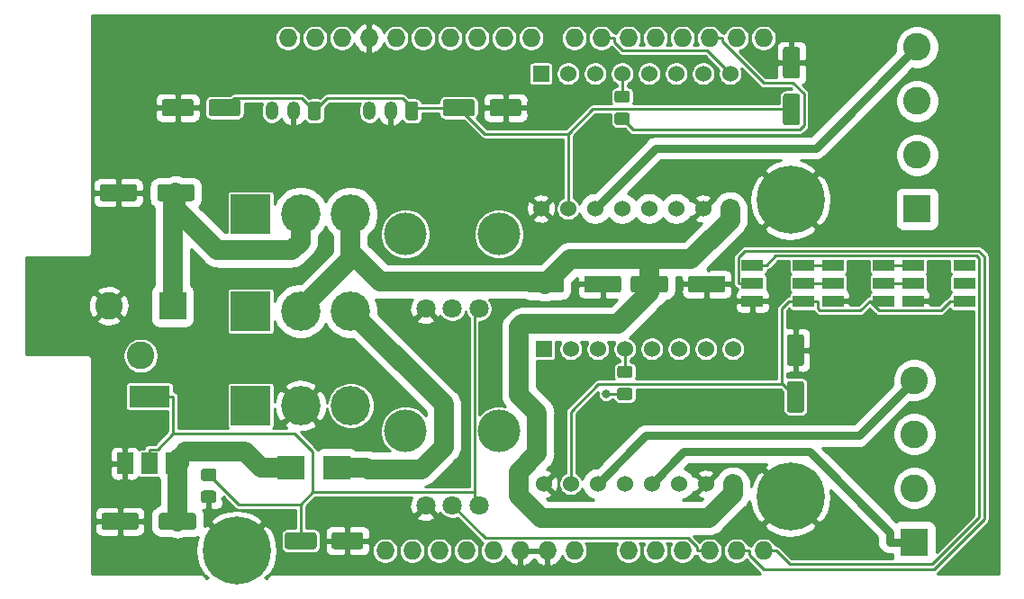
<source format=gtl>
G04 #@! TF.GenerationSoftware,KiCad,Pcbnew,5.1.9-73d0e3b20d~88~ubuntu18.04.1*
G04 #@! TF.CreationDate,2021-02-15T13:27:50-05:00*
G04 #@! TF.ProjectId,driver,64726976-6572-42e6-9b69-6361645f7063,v1.0.0*
G04 #@! TF.SameCoordinates,Original*
G04 #@! TF.FileFunction,Copper,L1,Top*
G04 #@! TF.FilePolarity,Positive*
%FSLAX46Y46*%
G04 Gerber Fmt 4.6, Leading zero omitted, Abs format (unit mm)*
G04 Created by KiCad (PCBNEW 5.1.9-73d0e3b20d~88~ubuntu18.04.1) date 2021-02-15 13:27:50*
%MOMM*%
%LPD*%
G01*
G04 APERTURE LIST*
G04 #@! TA.AperFunction,ComponentPad*
%ADD10O,1.727200X1.727200*%
G04 #@! TD*
G04 #@! TA.AperFunction,ComponentPad*
%ADD11R,1.524000X1.524000*%
G04 #@! TD*
G04 #@! TA.AperFunction,ComponentPad*
%ADD12C,1.524000*%
G04 #@! TD*
G04 #@! TA.AperFunction,ComponentPad*
%ADD13C,0.800000*%
G04 #@! TD*
G04 #@! TA.AperFunction,ComponentPad*
%ADD14C,6.400000*%
G04 #@! TD*
G04 #@! TA.AperFunction,ComponentPad*
%ADD15C,2.600000*%
G04 #@! TD*
G04 #@! TA.AperFunction,ComponentPad*
%ADD16R,2.600000X2.600000*%
G04 #@! TD*
G04 #@! TA.AperFunction,ComponentPad*
%ADD17O,1.200000X1.750000*%
G04 #@! TD*
G04 #@! TA.AperFunction,SMDPad,CuDef*
%ADD18R,2.000000X1.100000*%
G04 #@! TD*
G04 #@! TA.AperFunction,ComponentPad*
%ADD19C,1.800000*%
G04 #@! TD*
G04 #@! TA.AperFunction,WasherPad*
%ADD20C,4.000000*%
G04 #@! TD*
G04 #@! TA.AperFunction,ComponentPad*
%ADD21C,3.700000*%
G04 #@! TD*
G04 #@! TA.AperFunction,ComponentPad*
%ADD22R,3.700000X3.700000*%
G04 #@! TD*
G04 #@! TA.AperFunction,SMDPad,CuDef*
%ADD23R,3.800000X2.000000*%
G04 #@! TD*
G04 #@! TA.AperFunction,SMDPad,CuDef*
%ADD24R,1.500000X2.000000*%
G04 #@! TD*
G04 #@! TA.AperFunction,SMDPad,CuDef*
%ADD25R,2.500000X2.300000*%
G04 #@! TD*
G04 #@! TA.AperFunction,ViaPad*
%ADD26C,0.800000*%
G04 #@! TD*
G04 #@! TA.AperFunction,Conductor*
%ADD27C,1.850000*%
G04 #@! TD*
G04 #@! TA.AperFunction,Conductor*
%ADD28C,0.250000*%
G04 #@! TD*
G04 #@! TA.AperFunction,Conductor*
%ADD29C,0.750000*%
G04 #@! TD*
G04 #@! TA.AperFunction,Conductor*
%ADD30C,1.499800*%
G04 #@! TD*
G04 #@! TA.AperFunction,Conductor*
%ADD31C,0.254000*%
G04 #@! TD*
G04 #@! TA.AperFunction,Conductor*
%ADD32C,0.100000*%
G04 #@! TD*
G04 APERTURE END LIST*
D10*
X171525000Y-125170000D03*
X168985000Y-125170000D03*
X166445000Y-125170000D03*
X163905000Y-125170000D03*
X161365000Y-125170000D03*
X135965000Y-125170000D03*
X142061000Y-76910000D03*
X139521000Y-76910000D03*
X136981000Y-76910000D03*
X131901000Y-76910000D03*
X129361000Y-76910000D03*
X126821000Y-76910000D03*
X144601000Y-76910000D03*
X147141000Y-76910000D03*
X149681000Y-76910000D03*
X134441000Y-76910000D03*
X153745000Y-76910000D03*
X156285000Y-76910000D03*
X158825000Y-76910000D03*
X161365000Y-76910000D03*
X163905000Y-76910000D03*
X166445000Y-76910000D03*
X168985000Y-76910000D03*
X171525000Y-76910000D03*
X138505000Y-125170000D03*
X141045000Y-125170000D03*
X143585000Y-125170000D03*
X146125000Y-125170000D03*
X148665000Y-125170000D03*
X151205000Y-125170000D03*
X153745000Y-125170000D03*
X158825000Y-125170000D03*
D11*
X150876000Y-106172000D03*
D12*
X153416000Y-106172000D03*
X155956000Y-106172000D03*
X158496000Y-106172000D03*
X161036000Y-106172000D03*
X163576000Y-106172000D03*
X166116000Y-106172000D03*
X168656000Y-106172000D03*
X168656000Y-118872000D03*
X166116000Y-118872000D03*
X163576000Y-118872000D03*
X161036000Y-118872000D03*
X158496000Y-118872000D03*
X155956000Y-118872000D03*
X153416000Y-118872000D03*
X150876000Y-118872000D03*
X150622000Y-92964000D03*
X153162000Y-92964000D03*
X155702000Y-92964000D03*
X158242000Y-92964000D03*
X160782000Y-92964000D03*
X163322000Y-92964000D03*
X165862000Y-92964000D03*
X168402000Y-92964000D03*
X168402000Y-80264000D03*
X165862000Y-80264000D03*
X163322000Y-80264000D03*
X160782000Y-80264000D03*
X158242000Y-80264000D03*
X155702000Y-80264000D03*
X153162000Y-80264000D03*
D11*
X150622000Y-80264000D03*
G04 #@! TA.AperFunction,SMDPad,CuDef*
G36*
G01*
X141385000Y-84014400D02*
X141385000Y-82914400D01*
G75*
G02*
X141635000Y-82664400I250000J0D01*
G01*
X144135000Y-82664400D01*
G75*
G02*
X144385000Y-82914400I0J-250000D01*
G01*
X144385000Y-84014400D01*
G75*
G02*
X144135000Y-84264400I-250000J0D01*
G01*
X141635000Y-84264400D01*
G75*
G02*
X141385000Y-84014400I0J250000D01*
G01*
G37*
G04 #@! TD.AperFunction*
G04 #@! TA.AperFunction,SMDPad,CuDef*
G36*
G01*
X145785000Y-84014400D02*
X145785000Y-82914400D01*
G75*
G02*
X146035000Y-82664400I250000J0D01*
G01*
X148535000Y-82664400D01*
G75*
G02*
X148785000Y-82914400I0J-250000D01*
G01*
X148785000Y-84014400D01*
G75*
G02*
X148535000Y-84264400I-250000J0D01*
G01*
X146035000Y-84264400D01*
G75*
G02*
X145785000Y-84014400I0J250000D01*
G01*
G37*
G04 #@! TD.AperFunction*
G04 #@! TA.AperFunction,SMDPad,CuDef*
G36*
G01*
X117969000Y-82914400D02*
X117969000Y-84014400D01*
G75*
G02*
X117719000Y-84264400I-250000J0D01*
G01*
X115219000Y-84264400D01*
G75*
G02*
X114969000Y-84014400I0J250000D01*
G01*
X114969000Y-82914400D01*
G75*
G02*
X115219000Y-82664400I250000J0D01*
G01*
X117719000Y-82664400D01*
G75*
G02*
X117969000Y-82914400I0J-250000D01*
G01*
G37*
G04 #@! TD.AperFunction*
G04 #@! TA.AperFunction,SMDPad,CuDef*
G36*
G01*
X122369000Y-82914400D02*
X122369000Y-84014400D01*
G75*
G02*
X122119000Y-84264400I-250000J0D01*
G01*
X119619000Y-84264400D01*
G75*
G02*
X119369000Y-84014400I0J250000D01*
G01*
X119369000Y-82914400D01*
G75*
G02*
X119619000Y-82664400I250000J0D01*
G01*
X122119000Y-82664400D01*
G75*
G02*
X122369000Y-82914400I0J-250000D01*
G01*
G37*
G04 #@! TD.AperFunction*
G04 #@! TA.AperFunction,SMDPad,CuDef*
G36*
G01*
X118191000Y-121853000D02*
X118191000Y-122953000D01*
G75*
G02*
X117941000Y-123203000I-250000J0D01*
G01*
X114941000Y-123203000D01*
G75*
G02*
X114691000Y-122953000I0J250000D01*
G01*
X114691000Y-121853000D01*
G75*
G02*
X114941000Y-121603000I250000J0D01*
G01*
X117941000Y-121603000D01*
G75*
G02*
X118191000Y-121853000I0J-250000D01*
G01*
G37*
G04 #@! TD.AperFunction*
G04 #@! TA.AperFunction,SMDPad,CuDef*
G36*
G01*
X112791000Y-121853000D02*
X112791000Y-122953000D01*
G75*
G02*
X112541000Y-123203000I-250000J0D01*
G01*
X109541000Y-123203000D01*
G75*
G02*
X109291000Y-122953000I0J250000D01*
G01*
X109291000Y-121853000D01*
G75*
G02*
X109541000Y-121603000I250000J0D01*
G01*
X112541000Y-121603000D01*
G75*
G02*
X112791000Y-121853000I0J-250000D01*
G01*
G37*
G04 #@! TD.AperFunction*
G04 #@! TA.AperFunction,SMDPad,CuDef*
G36*
G01*
X126526000Y-124781000D02*
X126526000Y-123681000D01*
G75*
G02*
X126776000Y-123431000I250000J0D01*
G01*
X129276000Y-123431000D01*
G75*
G02*
X129526000Y-123681000I0J-250000D01*
G01*
X129526000Y-124781000D01*
G75*
G02*
X129276000Y-125031000I-250000J0D01*
G01*
X126776000Y-125031000D01*
G75*
G02*
X126526000Y-124781000I0J250000D01*
G01*
G37*
G04 #@! TD.AperFunction*
G04 #@! TA.AperFunction,SMDPad,CuDef*
G36*
G01*
X130926000Y-124781000D02*
X130926000Y-123681000D01*
G75*
G02*
X131176000Y-123431000I250000J0D01*
G01*
X133676000Y-123431000D01*
G75*
G02*
X133926000Y-123681000I0J-250000D01*
G01*
X133926000Y-124781000D01*
G75*
G02*
X133676000Y-125031000I-250000J0D01*
G01*
X131176000Y-125031000D01*
G75*
G02*
X130926000Y-124781000I0J250000D01*
G01*
G37*
G04 #@! TD.AperFunction*
G04 #@! TA.AperFunction,SMDPad,CuDef*
G36*
G01*
X164450000Y-100626000D02*
X164450000Y-99526000D01*
G75*
G02*
X164700000Y-99276000I250000J0D01*
G01*
X167700000Y-99276000D01*
G75*
G02*
X167950000Y-99526000I0J-250000D01*
G01*
X167950000Y-100626000D01*
G75*
G02*
X167700000Y-100876000I-250000J0D01*
G01*
X164700000Y-100876000D01*
G75*
G02*
X164450000Y-100626000I0J250000D01*
G01*
G37*
G04 #@! TD.AperFunction*
G04 #@! TA.AperFunction,SMDPad,CuDef*
G36*
G01*
X159050000Y-100626000D02*
X159050000Y-99526000D01*
G75*
G02*
X159300000Y-99276000I250000J0D01*
G01*
X162300000Y-99276000D01*
G75*
G02*
X162550000Y-99526000I0J-250000D01*
G01*
X162550000Y-100626000D01*
G75*
G02*
X162300000Y-100876000I-250000J0D01*
G01*
X159300000Y-100876000D01*
G75*
G02*
X159050000Y-100626000I0J250000D01*
G01*
G37*
G04 #@! TD.AperFunction*
G04 #@! TA.AperFunction,SMDPad,CuDef*
G36*
G01*
X149271000Y-100626000D02*
X149271000Y-99526000D01*
G75*
G02*
X149521000Y-99276000I250000J0D01*
G01*
X152521000Y-99276000D01*
G75*
G02*
X152771000Y-99526000I0J-250000D01*
G01*
X152771000Y-100626000D01*
G75*
G02*
X152521000Y-100876000I-250000J0D01*
G01*
X149521000Y-100876000D01*
G75*
G02*
X149271000Y-100626000I0J250000D01*
G01*
G37*
G04 #@! TD.AperFunction*
G04 #@! TA.AperFunction,SMDPad,CuDef*
G36*
G01*
X154671000Y-100626000D02*
X154671000Y-99526000D01*
G75*
G02*
X154921000Y-99276000I250000J0D01*
G01*
X157921000Y-99276000D01*
G75*
G02*
X158171000Y-99526000I0J-250000D01*
G01*
X158171000Y-100626000D01*
G75*
G02*
X157921000Y-100876000I-250000J0D01*
G01*
X154921000Y-100876000D01*
G75*
G02*
X154671000Y-100626000I0J250000D01*
G01*
G37*
G04 #@! TD.AperFunction*
D13*
X175762056Y-90452944D03*
X174065000Y-89750000D03*
X172367944Y-90452944D03*
X171665000Y-92150000D03*
X172367944Y-93847056D03*
X174065000Y-94550000D03*
X175762056Y-93847056D03*
X176465000Y-92150000D03*
D14*
X174065000Y-92150000D03*
X121995000Y-125170000D03*
D13*
X124395000Y-125170000D03*
X123692056Y-126867056D03*
X121995000Y-127570000D03*
X120297944Y-126867056D03*
X119595000Y-125170000D03*
X120297944Y-123472944D03*
X121995000Y-122770000D03*
X123692056Y-123472944D03*
X175762056Y-118392944D03*
X174065000Y-117690000D03*
X172367944Y-118392944D03*
X171665000Y-120090000D03*
X172367944Y-121787056D03*
X174065000Y-122490000D03*
X175762056Y-121787056D03*
X176465000Y-120090000D03*
D14*
X174065000Y-120090000D03*
D15*
X185979000Y-77749400D03*
X185979000Y-82829400D03*
X185979000Y-87909400D03*
D16*
X185979000Y-92989400D03*
X185725000Y-124358000D03*
D15*
X185725000Y-119278000D03*
X185725000Y-114198000D03*
X185725000Y-109118000D03*
D17*
X134481000Y-83760400D03*
X136481000Y-83760400D03*
G04 #@! TA.AperFunction,ComponentPad*
G36*
G01*
X139081000Y-83135399D02*
X139081000Y-84385401D01*
G75*
G02*
X138831001Y-84635400I-249999J0D01*
G01*
X138130999Y-84635400D01*
G75*
G02*
X137881000Y-84385401I0J249999D01*
G01*
X137881000Y-83135399D01*
G75*
G02*
X138130999Y-82885400I249999J0D01*
G01*
X138831001Y-82885400D01*
G75*
G02*
X139081000Y-83135399I0J-249999D01*
G01*
G37*
G04 #@! TD.AperFunction*
G04 #@! TA.AperFunction,ComponentPad*
G36*
G01*
X129925000Y-83135399D02*
X129925000Y-84385401D01*
G75*
G02*
X129675001Y-84635400I-249999J0D01*
G01*
X128974999Y-84635400D01*
G75*
G02*
X128725000Y-84385401I0J249999D01*
G01*
X128725000Y-83135399D01*
G75*
G02*
X128974999Y-82885400I249999J0D01*
G01*
X129675001Y-82885400D01*
G75*
G02*
X129925000Y-83135399I0J-249999D01*
G01*
G37*
G04 #@! TD.AperFunction*
X127325000Y-83760400D03*
X125325000Y-83760400D03*
D16*
X115982000Y-102108000D03*
D15*
X109982000Y-102108000D03*
X112982000Y-106808000D03*
D18*
X170498000Y-98274400D03*
X170498000Y-99974400D03*
X170498000Y-101674400D03*
X175298000Y-101674400D03*
X175298000Y-99974400D03*
X175298000Y-98274400D03*
X182854000Y-98274400D03*
X182854000Y-99974400D03*
X182854000Y-101674400D03*
X178054000Y-101674400D03*
X178054000Y-99974400D03*
X178054000Y-98274400D03*
X185611000Y-98274400D03*
X185611000Y-99974400D03*
X185611000Y-101674400D03*
X190411000Y-101674400D03*
X190411000Y-99974400D03*
X190411000Y-98274400D03*
G04 #@! TA.AperFunction,SMDPad,CuDef*
G36*
G01*
X158717000Y-85085500D02*
X157767000Y-85085500D01*
G75*
G02*
X157517000Y-84835500I0J250000D01*
G01*
X157517000Y-84160500D01*
G75*
G02*
X157767000Y-83910500I250000J0D01*
G01*
X158717000Y-83910500D01*
G75*
G02*
X158967000Y-84160500I0J-250000D01*
G01*
X158967000Y-84835500D01*
G75*
G02*
X158717000Y-85085500I-250000J0D01*
G01*
G37*
G04 #@! TD.AperFunction*
G04 #@! TA.AperFunction,SMDPad,CuDef*
G36*
G01*
X158717000Y-83010500D02*
X157767000Y-83010500D01*
G75*
G02*
X157517000Y-82760500I0J250000D01*
G01*
X157517000Y-82085500D01*
G75*
G02*
X157767000Y-81835500I250000J0D01*
G01*
X158717000Y-81835500D01*
G75*
G02*
X158967000Y-82085500I0J-250000D01*
G01*
X158967000Y-82760500D01*
G75*
G02*
X158717000Y-83010500I-250000J0D01*
G01*
G37*
G04 #@! TD.AperFunction*
G04 #@! TA.AperFunction,SMDPad,CuDef*
G36*
G01*
X158971000Y-108918000D02*
X158021000Y-108918000D01*
G75*
G02*
X157771000Y-108668000I0J250000D01*
G01*
X157771000Y-107993000D01*
G75*
G02*
X158021000Y-107743000I250000J0D01*
G01*
X158971000Y-107743000D01*
G75*
G02*
X159221000Y-107993000I0J-250000D01*
G01*
X159221000Y-108668000D01*
G75*
G02*
X158971000Y-108918000I-250000J0D01*
G01*
G37*
G04 #@! TD.AperFunction*
G04 #@! TA.AperFunction,SMDPad,CuDef*
G36*
G01*
X158971000Y-110993000D02*
X158021000Y-110993000D01*
G75*
G02*
X157771000Y-110743000I0J250000D01*
G01*
X157771000Y-110068000D01*
G75*
G02*
X158021000Y-109818000I250000J0D01*
G01*
X158971000Y-109818000D01*
G75*
G02*
X159221000Y-110068000I0J-250000D01*
G01*
X159221000Y-110743000D01*
G75*
G02*
X158971000Y-110993000I-250000J0D01*
G01*
G37*
G04 #@! TD.AperFunction*
D19*
X139780000Y-120904000D03*
X142280000Y-120904000D03*
X144780000Y-120904000D03*
D20*
X137880000Y-113904000D03*
X146680000Y-113904000D03*
X146680000Y-95362000D03*
X137880000Y-95362000D03*
D19*
X144780000Y-102362000D03*
X142280000Y-102362000D03*
X139780000Y-102362000D03*
D21*
X128016000Y-111506000D03*
D22*
X123316000Y-111506000D03*
D21*
X132716000Y-111506000D03*
X132716000Y-102616000D03*
D22*
X123316000Y-102616000D03*
D21*
X128016000Y-102616000D03*
X128016000Y-93472000D03*
D22*
X123316000Y-93472000D03*
D21*
X132716000Y-93472000D03*
D23*
X113792000Y-110642000D03*
D24*
X113792000Y-116942000D03*
X116092000Y-116942000D03*
X111492000Y-116942000D03*
G04 #@! TA.AperFunction,SMDPad,CuDef*
G36*
G01*
X118905000Y-117429000D02*
X119855000Y-117429000D01*
G75*
G02*
X120105000Y-117679000I0J-250000D01*
G01*
X120105000Y-118354000D01*
G75*
G02*
X119855000Y-118604000I-250000J0D01*
G01*
X118905000Y-118604000D01*
G75*
G02*
X118655000Y-118354000I0J250000D01*
G01*
X118655000Y-117679000D01*
G75*
G02*
X118905000Y-117429000I250000J0D01*
G01*
G37*
G04 #@! TD.AperFunction*
G04 #@! TA.AperFunction,SMDPad,CuDef*
G36*
G01*
X118905000Y-119504000D02*
X119855000Y-119504000D01*
G75*
G02*
X120105000Y-119754000I0J-250000D01*
G01*
X120105000Y-120429000D01*
G75*
G02*
X119855000Y-120679000I-250000J0D01*
G01*
X118905000Y-120679000D01*
G75*
G02*
X118655000Y-120429000I0J250000D01*
G01*
X118655000Y-119754000D01*
G75*
G02*
X118905000Y-119504000I250000J0D01*
G01*
G37*
G04 #@! TD.AperFunction*
D25*
X127136000Y-117348000D03*
X131436000Y-117348000D03*
G04 #@! TA.AperFunction,SMDPad,CuDef*
G36*
G01*
X118039000Y-90915400D02*
X118039000Y-92015400D01*
G75*
G02*
X117789000Y-92265400I-250000J0D01*
G01*
X114789000Y-92265400D01*
G75*
G02*
X114539000Y-92015400I0J250000D01*
G01*
X114539000Y-90915400D01*
G75*
G02*
X114789000Y-90665400I250000J0D01*
G01*
X117789000Y-90665400D01*
G75*
G02*
X118039000Y-90915400I0J-250000D01*
G01*
G37*
G04 #@! TD.AperFunction*
G04 #@! TA.AperFunction,SMDPad,CuDef*
G36*
G01*
X112639000Y-90915400D02*
X112639000Y-92015400D01*
G75*
G02*
X112389000Y-92265400I-250000J0D01*
G01*
X109389000Y-92265400D01*
G75*
G02*
X109139000Y-92015400I0J250000D01*
G01*
X109139000Y-90915400D01*
G75*
G02*
X109389000Y-90665400I250000J0D01*
G01*
X112389000Y-90665400D01*
G75*
G02*
X112639000Y-90915400I0J-250000D01*
G01*
G37*
G04 #@! TD.AperFunction*
G04 #@! TA.AperFunction,SMDPad,CuDef*
G36*
G01*
X174718000Y-85132400D02*
X173618000Y-85132400D01*
G75*
G02*
X173368000Y-84882400I0J250000D01*
G01*
X173368000Y-82382400D01*
G75*
G02*
X173618000Y-82132400I250000J0D01*
G01*
X174718000Y-82132400D01*
G75*
G02*
X174968000Y-82382400I0J-250000D01*
G01*
X174968000Y-84882400D01*
G75*
G02*
X174718000Y-85132400I-250000J0D01*
G01*
G37*
G04 #@! TD.AperFunction*
G04 #@! TA.AperFunction,SMDPad,CuDef*
G36*
G01*
X174718000Y-80732400D02*
X173618000Y-80732400D01*
G75*
G02*
X173368000Y-80482400I0J250000D01*
G01*
X173368000Y-77982400D01*
G75*
G02*
X173618000Y-77732400I250000J0D01*
G01*
X174718000Y-77732400D01*
G75*
G02*
X174968000Y-77982400I0J-250000D01*
G01*
X174968000Y-80482400D01*
G75*
G02*
X174718000Y-80732400I-250000J0D01*
G01*
G37*
G04 #@! TD.AperFunction*
G04 #@! TA.AperFunction,SMDPad,CuDef*
G36*
G01*
X175099000Y-107783000D02*
X173999000Y-107783000D01*
G75*
G02*
X173749000Y-107533000I0J250000D01*
G01*
X173749000Y-105033000D01*
G75*
G02*
X173999000Y-104783000I250000J0D01*
G01*
X175099000Y-104783000D01*
G75*
G02*
X175349000Y-105033000I0J-250000D01*
G01*
X175349000Y-107533000D01*
G75*
G02*
X175099000Y-107783000I-250000J0D01*
G01*
G37*
G04 #@! TD.AperFunction*
G04 #@! TA.AperFunction,SMDPad,CuDef*
G36*
G01*
X175099000Y-112183000D02*
X173999000Y-112183000D01*
G75*
G02*
X173749000Y-111933000I0J250000D01*
G01*
X173749000Y-109433000D01*
G75*
G02*
X173999000Y-109183000I250000J0D01*
G01*
X175099000Y-109183000D01*
G75*
G02*
X175349000Y-109433000I0J-250000D01*
G01*
X175349000Y-111933000D01*
G75*
G02*
X175099000Y-112183000I-250000J0D01*
G01*
G37*
G04 #@! TD.AperFunction*
D26*
X188010800Y-100101400D03*
X180263800Y-99339400D03*
X189153800Y-104038400D03*
X185470800Y-104038400D03*
X145592800Y-110642400D03*
X145211800Y-109626400D03*
X146227800Y-107975400D03*
X142798800Y-104800400D03*
X112318800Y-78638400D03*
X111556800Y-82321400D03*
X105841800Y-100355400D03*
X110540800Y-126517400D03*
X135305800Y-120802400D03*
X118922800Y-111785400D03*
X156260800Y-114325400D03*
X178104800Y-124358400D03*
X189534800Y-108864400D03*
X189026800Y-76860400D03*
X189407800Y-93370400D03*
X178993800Y-91592400D03*
X176707800Y-84353400D03*
X155371800Y-87782400D03*
X146735800Y-79527400D03*
X151307800Y-75590400D03*
X169849800Y-122834400D03*
X136956800Y-91973400D03*
X129082800Y-87147400D03*
X135813800Y-109499400D03*
X156731000Y-110424600D03*
D27*
X133042200Y-97369500D02*
X128016000Y-102395700D01*
X128016000Y-102395700D02*
X128016000Y-102616000D01*
X151021000Y-100076000D02*
X150788100Y-99843100D01*
X150788100Y-99843100D02*
X135515800Y-99843100D01*
X135515800Y-99843100D02*
X133042200Y-97369500D01*
X132716000Y-93472000D02*
X132716000Y-97043300D01*
X132716000Y-97043300D02*
X133042200Y-97369500D01*
X161310600Y-97701000D02*
X160800000Y-98211600D01*
X160800000Y-98211600D02*
X160800000Y-100076000D01*
X161310600Y-97701000D02*
X164743000Y-97701000D01*
X164743000Y-97701000D02*
X168402000Y-94041600D01*
X168402000Y-94041600D02*
X168402000Y-92964000D01*
X151021000Y-100076000D02*
X153396000Y-97701000D01*
X153396000Y-97701000D02*
X161310600Y-97701000D01*
X160800000Y-100076000D02*
X160800000Y-100876000D01*
X160800000Y-100876000D02*
X157841000Y-103835000D01*
X157841000Y-103835000D02*
X148854000Y-103835000D01*
X148854000Y-103835000D02*
X148539000Y-104150000D01*
X148539000Y-104150000D02*
X148539000Y-110472000D01*
X148539000Y-110472000D02*
X150255000Y-112188000D01*
X150255000Y-112188000D02*
X150255000Y-116034000D01*
X150255000Y-116034000D02*
X148539000Y-117750000D01*
X148539000Y-117750000D02*
X148539000Y-119994000D01*
X148539000Y-119994000D02*
X150618000Y-122072000D01*
X150618000Y-122072000D02*
X166421000Y-122072000D01*
X166421000Y-122072000D02*
X168656000Y-119837000D01*
X168656000Y-119837000D02*
X168656000Y-118872000D01*
D28*
X129161400Y-119663700D02*
X129161400Y-115849000D01*
X129161400Y-115849000D02*
X127426500Y-114114100D01*
X127426500Y-114114100D02*
X116059400Y-114114100D01*
X128026000Y-120814000D02*
X129161400Y-119678600D01*
X129161400Y-119678600D02*
X129161400Y-119663700D01*
X129161400Y-119663700D02*
X144340900Y-119663700D01*
X144340900Y-119663700D02*
X144340900Y-120464900D01*
X144340900Y-120464900D02*
X144780000Y-120904000D01*
X144780000Y-102362000D02*
X144340900Y-102801100D01*
X144340900Y-102801100D02*
X144340900Y-119663700D01*
X128026000Y-124231000D02*
X128026000Y-120814000D01*
X119380000Y-118016500D02*
X122177500Y-120814000D01*
X122177500Y-120814000D02*
X128026000Y-120814000D01*
X181528700Y-101674400D02*
X180653400Y-102549700D01*
X180653400Y-102549700D02*
X176842100Y-102549700D01*
X176842100Y-102549700D02*
X176623300Y-102330900D01*
X176623300Y-102330900D02*
X176623300Y-101674400D01*
X175298000Y-101674400D02*
X176623300Y-101674400D01*
X189085700Y-101674400D02*
X188210400Y-102549700D01*
X188210400Y-102549700D02*
X182404000Y-102549700D01*
X182404000Y-102549700D02*
X181528700Y-101674400D01*
X175298000Y-101674400D02*
X173972700Y-101674400D01*
X173277700Y-109493000D02*
X173277700Y-102369400D01*
X173277700Y-102369400D02*
X173972700Y-101674400D01*
X173277700Y-109493000D02*
X156013000Y-109493000D01*
X156013000Y-109493000D02*
X153416000Y-112090000D01*
X153416000Y-112090000D02*
X153416000Y-118872000D01*
X174549000Y-110683000D02*
X173359000Y-109493000D01*
X173359000Y-109493000D02*
X173277700Y-109493000D01*
X138629000Y-83612400D02*
X137576600Y-82560000D01*
X137576600Y-82560000D02*
X130525400Y-82560000D01*
X130525400Y-82560000D02*
X129325000Y-83760400D01*
X138629000Y-83612400D02*
X138481000Y-83760400D01*
X142885000Y-83464400D02*
X138777000Y-83464400D01*
X138777000Y-83464400D02*
X138629000Y-83612400D01*
X113792000Y-116942000D02*
X113792000Y-115616700D01*
X113792000Y-115616700D02*
X114556800Y-115616700D01*
X114556800Y-115616700D02*
X116059400Y-114114100D01*
X116059400Y-114114100D02*
X116059400Y-110684100D01*
X116059400Y-110684100D02*
X116017300Y-110642000D01*
X113792000Y-110642000D02*
X116017300Y-110642000D01*
X190411000Y-101674400D02*
X189085700Y-101674400D01*
X182854000Y-101674400D02*
X181528700Y-101674400D01*
X174168000Y-83632400D02*
X174121000Y-83585500D01*
X174121000Y-83585500D02*
X155505000Y-83585500D01*
X155505000Y-83585500D02*
X153162000Y-85928200D01*
X153162000Y-85928200D02*
X153162000Y-85928300D01*
X153162000Y-85928300D02*
X145348900Y-85928300D01*
X145348900Y-85928300D02*
X142885000Y-83464400D01*
X153162000Y-85928300D02*
X153162000Y-92964000D01*
X120869000Y-83464400D02*
X121773000Y-82560400D01*
X121773000Y-82560400D02*
X128125000Y-82560400D01*
X128125000Y-82560400D02*
X129325000Y-83760400D01*
X156285000Y-76910000D02*
X157473900Y-76910000D01*
X168402000Y-80264000D02*
X166236900Y-78098900D01*
X166236900Y-78098900D02*
X158291200Y-78098900D01*
X158291200Y-78098900D02*
X157473900Y-77281600D01*
X157473900Y-77281600D02*
X157473900Y-76910000D01*
X158242000Y-82423000D02*
X158242000Y-80264000D01*
X158496000Y-108330500D02*
X158496000Y-106172000D01*
X166445000Y-76910000D02*
X167633900Y-76910000D01*
X158242000Y-84498000D02*
X159259200Y-85515200D01*
X159259200Y-85515200D02*
X174944400Y-85515200D01*
X174944400Y-85515200D02*
X175329100Y-85130500D01*
X175329100Y-85130500D02*
X175329100Y-82161100D01*
X175329100Y-82161100D02*
X174294100Y-81126100D01*
X174294100Y-81126100D02*
X171519600Y-81126100D01*
X171519600Y-81126100D02*
X167633900Y-77240400D01*
X167633900Y-77240400D02*
X167633900Y-76910000D01*
X156731000Y-110424600D02*
X158476900Y-110424600D01*
X158476900Y-110424600D02*
X158496000Y-110405500D01*
X178054000Y-99974400D02*
X175298000Y-99974400D01*
X178054000Y-98274400D02*
X175298000Y-98274400D01*
X182854000Y-98274400D02*
X185611000Y-98274400D01*
X182854000Y-99974400D02*
X185611000Y-99974400D01*
D29*
X185979000Y-77749400D02*
X176454300Y-87274100D01*
X176454300Y-87274100D02*
X161391900Y-87274100D01*
X161391900Y-87274100D02*
X155702000Y-92964000D01*
X185725000Y-124358000D02*
X183399700Y-124358000D01*
X183399700Y-124358000D02*
X183399700Y-123413300D01*
X183399700Y-123413300D02*
X175844100Y-115857700D01*
X175844100Y-115857700D02*
X164050300Y-115857700D01*
X164050300Y-115857700D02*
X161036000Y-118872000D01*
X155956000Y-118872000D02*
X160499500Y-114328500D01*
X160499500Y-114328500D02*
X180514500Y-114328500D01*
X180514500Y-114328500D02*
X185725000Y-109118000D01*
D30*
X116441000Y-116942000D02*
X116092000Y-116942000D01*
X116585300Y-116942000D02*
X116441000Y-116942000D01*
D27*
X116441000Y-116942000D02*
X116441000Y-122403000D01*
X116585300Y-116448700D02*
X116585300Y-116942000D01*
D30*
X117078600Y-115955400D02*
X116585300Y-116448700D01*
D27*
X127136000Y-117348000D02*
X124310700Y-117348000D01*
X124310700Y-117348000D02*
X122777200Y-115814500D01*
X122777200Y-115814500D02*
X117219500Y-115814500D01*
X117219500Y-115814500D02*
X117078600Y-115955400D01*
X131436000Y-117348000D02*
X134261300Y-117348000D01*
X134261300Y-117348000D02*
X134396400Y-117483100D01*
X134396400Y-117483100D02*
X139363500Y-117483100D01*
X139363500Y-117483100D02*
X141481700Y-115364900D01*
X141481700Y-115364900D02*
X141481700Y-111381700D01*
X141481700Y-111381700D02*
X132716000Y-102616000D01*
X116289000Y-91465400D02*
X116289000Y-92979800D01*
X116289000Y-92979800D02*
X120206000Y-96897000D01*
X120206000Y-96897000D02*
X127207000Y-96897000D01*
X127207000Y-96897000D02*
X128016000Y-96088300D01*
X128016000Y-96088300D02*
X128016000Y-93472000D01*
X115982000Y-102108000D02*
X115982000Y-91772200D01*
X115982000Y-91772200D02*
X116289000Y-91465400D01*
D28*
X171525000Y-125170000D02*
X172713900Y-125170000D01*
X170498000Y-98274400D02*
X171823300Y-98274400D01*
X171823300Y-98274400D02*
X172698600Y-97399100D01*
X172698600Y-97399100D02*
X191582600Y-97399100D01*
X191582600Y-97399100D02*
X191786200Y-97602700D01*
X191786200Y-97602700D02*
X191786200Y-122024600D01*
X191786200Y-122024600D02*
X187377400Y-126433400D01*
X187377400Y-126433400D02*
X173977300Y-126433400D01*
X173977300Y-126433400D02*
X172713900Y-125170000D01*
X168985000Y-125170000D02*
X170173900Y-125170000D01*
X170498000Y-99974400D02*
X169172700Y-99974400D01*
X169172700Y-99974400D02*
X169172700Y-97579300D01*
X169172700Y-97579300D02*
X169824800Y-96927200D01*
X169824800Y-96927200D02*
X191748300Y-96927200D01*
X191748300Y-96927200D02*
X192269400Y-97448300D01*
X192269400Y-97448300D02*
X192269400Y-122194700D01*
X192269400Y-122194700D02*
X187577300Y-126886800D01*
X187577300Y-126886800D02*
X171519200Y-126886800D01*
X171519200Y-126886800D02*
X170173900Y-125541500D01*
X170173900Y-125541500D02*
X170173900Y-125170000D01*
X166445000Y-125170000D02*
X165256100Y-125170000D01*
X142280000Y-120904000D02*
X145357100Y-123981100D01*
X145357100Y-123981100D02*
X164438800Y-123981100D01*
X164438800Y-123981100D02*
X165256100Y-124798400D01*
X165256100Y-124798400D02*
X165256100Y-125170000D01*
D31*
X193650001Y-127305200D02*
X187865090Y-127305200D01*
X187936827Y-127246327D01*
X187952676Y-127227015D01*
X192609620Y-122570072D01*
X192628927Y-122554227D01*
X192692159Y-122477179D01*
X192739145Y-122389275D01*
X192764078Y-122307079D01*
X192768078Y-122293894D01*
X192769052Y-122284006D01*
X192775400Y-122219554D01*
X192775400Y-122219547D01*
X192777847Y-122194701D01*
X192775400Y-122169855D01*
X192775400Y-97473154D01*
X192777848Y-97448300D01*
X192768078Y-97349107D01*
X192739145Y-97253725D01*
X192728018Y-97232908D01*
X192692159Y-97165821D01*
X192628927Y-97088773D01*
X192609620Y-97072928D01*
X192123676Y-96586985D01*
X192107827Y-96567673D01*
X192030779Y-96504441D01*
X191942875Y-96457455D01*
X191847493Y-96428522D01*
X191773154Y-96421200D01*
X191773146Y-96421200D01*
X191748300Y-96418753D01*
X191723454Y-96421200D01*
X169849654Y-96421200D01*
X169824800Y-96418752D01*
X169792331Y-96421950D01*
X169725607Y-96428522D01*
X169630225Y-96457455D01*
X169542321Y-96504441D01*
X169465273Y-96567673D01*
X169449428Y-96586980D01*
X168832480Y-97203929D01*
X168813174Y-97219773D01*
X168749942Y-97296821D01*
X168726030Y-97341557D01*
X168702955Y-97384726D01*
X168674022Y-97480108D01*
X168664253Y-97579300D01*
X168666701Y-97604156D01*
X168666700Y-99949546D01*
X168664252Y-99974400D01*
X168674022Y-100073593D01*
X168702955Y-100168975D01*
X168731042Y-100221522D01*
X168749941Y-100256879D01*
X168813173Y-100333927D01*
X168890221Y-100397159D01*
X168978125Y-100444145D01*
X169073507Y-100473078D01*
X169115157Y-100477180D01*
X169115157Y-100524400D01*
X169122513Y-100599089D01*
X169125428Y-100608699D01*
X169046815Y-100673215D01*
X168967463Y-100769906D01*
X168908498Y-100880220D01*
X168872188Y-100999918D01*
X168859928Y-101124400D01*
X168863000Y-101388650D01*
X169021750Y-101547400D01*
X170371000Y-101547400D01*
X170371000Y-101527400D01*
X170625000Y-101527400D01*
X170625000Y-101547400D01*
X171974250Y-101547400D01*
X172133000Y-101388650D01*
X172136072Y-101124400D01*
X172123812Y-100999918D01*
X172087502Y-100880220D01*
X172028537Y-100769906D01*
X171949185Y-100673215D01*
X171870572Y-100608699D01*
X171873487Y-100599089D01*
X171880843Y-100524400D01*
X171880843Y-99424400D01*
X171873487Y-99349711D01*
X171851701Y-99277892D01*
X171816322Y-99211704D01*
X171768711Y-99153689D01*
X171733022Y-99124400D01*
X171768711Y-99095111D01*
X171816322Y-99037096D01*
X171851701Y-98970908D01*
X171873487Y-98899089D01*
X171880843Y-98824400D01*
X171880843Y-98777180D01*
X171922493Y-98773078D01*
X172017875Y-98744145D01*
X172105779Y-98697159D01*
X172182827Y-98633927D01*
X172198676Y-98614615D01*
X172908192Y-97905100D01*
X173915157Y-97905100D01*
X173915157Y-98824400D01*
X173922513Y-98899089D01*
X173944299Y-98970908D01*
X173979678Y-99037096D01*
X174027289Y-99095111D01*
X174062978Y-99124400D01*
X174027289Y-99153689D01*
X173979678Y-99211704D01*
X173944299Y-99277892D01*
X173922513Y-99349711D01*
X173915157Y-99424400D01*
X173915157Y-100524400D01*
X173922513Y-100599089D01*
X173944299Y-100670908D01*
X173979678Y-100737096D01*
X174027289Y-100795111D01*
X174062978Y-100824400D01*
X174027289Y-100853689D01*
X173979678Y-100911704D01*
X173944299Y-100977892D01*
X173922513Y-101049711D01*
X173915157Y-101124400D01*
X173915157Y-101171620D01*
X173883394Y-101174748D01*
X173873506Y-101175722D01*
X173851307Y-101182456D01*
X173778125Y-101204655D01*
X173690221Y-101251641D01*
X173613173Y-101314873D01*
X173597328Y-101334180D01*
X172937480Y-101994029D01*
X172918174Y-102009873D01*
X172854942Y-102086921D01*
X172849470Y-102097159D01*
X172807955Y-102174826D01*
X172779022Y-102270208D01*
X172769253Y-102369400D01*
X172771701Y-102394256D01*
X172771700Y-108987000D01*
X159514609Y-108987000D01*
X159555671Y-108910179D01*
X159591683Y-108791462D01*
X159603843Y-108668000D01*
X159603843Y-107993000D01*
X159591683Y-107869538D01*
X159555671Y-107750821D01*
X159497190Y-107641411D01*
X159418488Y-107545512D01*
X159322589Y-107466810D01*
X159213179Y-107408329D01*
X159094462Y-107372317D01*
X159002000Y-107363210D01*
X159002000Y-107199582D01*
X159037413Y-107184913D01*
X159224620Y-107059826D01*
X159383826Y-106900620D01*
X159508913Y-106713413D01*
X159595075Y-106505401D01*
X159639000Y-106284576D01*
X159639000Y-106059424D01*
X159893000Y-106059424D01*
X159893000Y-106284576D01*
X159936925Y-106505401D01*
X160023087Y-106713413D01*
X160148174Y-106900620D01*
X160307380Y-107059826D01*
X160494587Y-107184913D01*
X160702599Y-107271075D01*
X160923424Y-107315000D01*
X161148576Y-107315000D01*
X161369401Y-107271075D01*
X161577413Y-107184913D01*
X161764620Y-107059826D01*
X161923826Y-106900620D01*
X162048913Y-106713413D01*
X162135075Y-106505401D01*
X162179000Y-106284576D01*
X162179000Y-106059424D01*
X162433000Y-106059424D01*
X162433000Y-106284576D01*
X162476925Y-106505401D01*
X162563087Y-106713413D01*
X162688174Y-106900620D01*
X162847380Y-107059826D01*
X163034587Y-107184913D01*
X163242599Y-107271075D01*
X163463424Y-107315000D01*
X163688576Y-107315000D01*
X163909401Y-107271075D01*
X164117413Y-107184913D01*
X164304620Y-107059826D01*
X164463826Y-106900620D01*
X164588913Y-106713413D01*
X164675075Y-106505401D01*
X164719000Y-106284576D01*
X164719000Y-106059424D01*
X164973000Y-106059424D01*
X164973000Y-106284576D01*
X165016925Y-106505401D01*
X165103087Y-106713413D01*
X165228174Y-106900620D01*
X165387380Y-107059826D01*
X165574587Y-107184913D01*
X165782599Y-107271075D01*
X166003424Y-107315000D01*
X166228576Y-107315000D01*
X166449401Y-107271075D01*
X166657413Y-107184913D01*
X166844620Y-107059826D01*
X167003826Y-106900620D01*
X167128913Y-106713413D01*
X167215075Y-106505401D01*
X167259000Y-106284576D01*
X167259000Y-106059424D01*
X167513000Y-106059424D01*
X167513000Y-106284576D01*
X167556925Y-106505401D01*
X167643087Y-106713413D01*
X167768174Y-106900620D01*
X167927380Y-107059826D01*
X168114587Y-107184913D01*
X168322599Y-107271075D01*
X168543424Y-107315000D01*
X168768576Y-107315000D01*
X168989401Y-107271075D01*
X169197413Y-107184913D01*
X169384620Y-107059826D01*
X169543826Y-106900620D01*
X169668913Y-106713413D01*
X169755075Y-106505401D01*
X169799000Y-106284576D01*
X169799000Y-106059424D01*
X169755075Y-105838599D01*
X169668913Y-105630587D01*
X169543826Y-105443380D01*
X169384620Y-105284174D01*
X169197413Y-105159087D01*
X168989401Y-105072925D01*
X168768576Y-105029000D01*
X168543424Y-105029000D01*
X168322599Y-105072925D01*
X168114587Y-105159087D01*
X167927380Y-105284174D01*
X167768174Y-105443380D01*
X167643087Y-105630587D01*
X167556925Y-105838599D01*
X167513000Y-106059424D01*
X167259000Y-106059424D01*
X167215075Y-105838599D01*
X167128913Y-105630587D01*
X167003826Y-105443380D01*
X166844620Y-105284174D01*
X166657413Y-105159087D01*
X166449401Y-105072925D01*
X166228576Y-105029000D01*
X166003424Y-105029000D01*
X165782599Y-105072925D01*
X165574587Y-105159087D01*
X165387380Y-105284174D01*
X165228174Y-105443380D01*
X165103087Y-105630587D01*
X165016925Y-105838599D01*
X164973000Y-106059424D01*
X164719000Y-106059424D01*
X164675075Y-105838599D01*
X164588913Y-105630587D01*
X164463826Y-105443380D01*
X164304620Y-105284174D01*
X164117413Y-105159087D01*
X163909401Y-105072925D01*
X163688576Y-105029000D01*
X163463424Y-105029000D01*
X163242599Y-105072925D01*
X163034587Y-105159087D01*
X162847380Y-105284174D01*
X162688174Y-105443380D01*
X162563087Y-105630587D01*
X162476925Y-105838599D01*
X162433000Y-106059424D01*
X162179000Y-106059424D01*
X162135075Y-105838599D01*
X162048913Y-105630587D01*
X161923826Y-105443380D01*
X161764620Y-105284174D01*
X161577413Y-105159087D01*
X161369401Y-105072925D01*
X161148576Y-105029000D01*
X160923424Y-105029000D01*
X160702599Y-105072925D01*
X160494587Y-105159087D01*
X160307380Y-105284174D01*
X160148174Y-105443380D01*
X160023087Y-105630587D01*
X159936925Y-105838599D01*
X159893000Y-106059424D01*
X159639000Y-106059424D01*
X159595075Y-105838599D01*
X159508913Y-105630587D01*
X159383826Y-105443380D01*
X159224620Y-105284174D01*
X159037413Y-105159087D01*
X158953052Y-105124143D01*
X159050319Y-105044319D01*
X159103626Y-104979364D01*
X161858590Y-102224400D01*
X168859928Y-102224400D01*
X168872188Y-102348882D01*
X168908498Y-102468580D01*
X168967463Y-102578894D01*
X169046815Y-102675585D01*
X169143506Y-102754937D01*
X169253820Y-102813902D01*
X169373518Y-102850212D01*
X169498000Y-102862472D01*
X170212250Y-102859400D01*
X170371000Y-102700650D01*
X170371000Y-101801400D01*
X170625000Y-101801400D01*
X170625000Y-102700650D01*
X170783750Y-102859400D01*
X171498000Y-102862472D01*
X171622482Y-102850212D01*
X171742180Y-102813902D01*
X171852494Y-102754937D01*
X171949185Y-102675585D01*
X172028537Y-102578894D01*
X172087502Y-102468580D01*
X172123812Y-102348882D01*
X172136072Y-102224400D01*
X172133000Y-101960150D01*
X171974250Y-101801400D01*
X170625000Y-101801400D01*
X170371000Y-101801400D01*
X169021750Y-101801400D01*
X168863000Y-101960150D01*
X168859928Y-102224400D01*
X161858590Y-102224400D01*
X161944369Y-102138622D01*
X162009319Y-102085319D01*
X162222008Y-101826156D01*
X162313250Y-101655454D01*
X162501091Y-101636953D01*
X162694454Y-101578297D01*
X162872659Y-101483045D01*
X163028857Y-101354857D01*
X163157045Y-101198659D01*
X163252297Y-101020454D01*
X163296116Y-100876000D01*
X163811928Y-100876000D01*
X163824188Y-101000482D01*
X163860498Y-101120180D01*
X163919463Y-101230494D01*
X163998815Y-101327185D01*
X164095506Y-101406537D01*
X164205820Y-101465502D01*
X164325518Y-101501812D01*
X164450000Y-101514072D01*
X165914250Y-101511000D01*
X166073000Y-101352250D01*
X166073000Y-100203000D01*
X166327000Y-100203000D01*
X166327000Y-101352250D01*
X166485750Y-101511000D01*
X167950000Y-101514072D01*
X168074482Y-101501812D01*
X168194180Y-101465502D01*
X168304494Y-101406537D01*
X168401185Y-101327185D01*
X168480537Y-101230494D01*
X168539502Y-101120180D01*
X168575812Y-101000482D01*
X168588072Y-100876000D01*
X168585000Y-100361750D01*
X168426250Y-100203000D01*
X166327000Y-100203000D01*
X166073000Y-100203000D01*
X163973750Y-100203000D01*
X163815000Y-100361750D01*
X163811928Y-100876000D01*
X163296116Y-100876000D01*
X163310953Y-100827091D01*
X163330759Y-100626000D01*
X163330759Y-99526000D01*
X163318644Y-99403000D01*
X163812687Y-99403000D01*
X163815000Y-99790250D01*
X163973750Y-99949000D01*
X166073000Y-99949000D01*
X166073000Y-99929000D01*
X166327000Y-99929000D01*
X166327000Y-99949000D01*
X168426250Y-99949000D01*
X168585000Y-99790250D01*
X168588072Y-99276000D01*
X168575812Y-99151518D01*
X168539502Y-99031820D01*
X168480537Y-98921506D01*
X168401185Y-98824815D01*
X168304494Y-98745463D01*
X168194180Y-98686498D01*
X168074482Y-98650188D01*
X167950000Y-98637928D01*
X166485750Y-98641000D01*
X166327002Y-98799748D01*
X166327002Y-98641000D01*
X166209962Y-98641000D01*
X169546409Y-95304189D01*
X169611319Y-95250919D01*
X169664649Y-95185936D01*
X169664679Y-95185906D01*
X169713316Y-95126635D01*
X169824008Y-94991756D01*
X169824031Y-94991713D01*
X169824059Y-94991679D01*
X169899307Y-94850881D01*
X169982051Y-94696079D01*
X169982065Y-94696032D01*
X169982086Y-94695993D01*
X170028920Y-94541572D01*
X170079373Y-94375250D01*
X170079378Y-94375203D01*
X170079391Y-94375159D01*
X170095760Y-94208875D01*
X170104000Y-94125210D01*
X170104000Y-94125164D01*
X170112235Y-94041507D01*
X170104000Y-93957945D01*
X170104000Y-92880390D01*
X170079373Y-92630350D01*
X169982051Y-92309521D01*
X169824008Y-92013844D01*
X169611319Y-91754681D01*
X169352156Y-91541992D01*
X169056479Y-91383949D01*
X168735650Y-91286627D01*
X168402000Y-91253765D01*
X168068351Y-91286627D01*
X167747522Y-91383949D01*
X167451845Y-91541992D01*
X167192682Y-91754681D01*
X166979993Y-92013844D01*
X166883837Y-92193739D01*
X166827565Y-92178040D01*
X166041605Y-92964000D01*
X166055748Y-92978143D01*
X165876143Y-93157748D01*
X165862000Y-93143605D01*
X165076040Y-93929565D01*
X165143020Y-94169656D01*
X165392048Y-94286756D01*
X165659135Y-94353023D01*
X165682649Y-94354125D01*
X164037955Y-95999000D01*
X161394207Y-95999000D01*
X161310599Y-95990765D01*
X161226991Y-95999000D01*
X153479609Y-95999000D01*
X153395999Y-95990765D01*
X153062350Y-96023627D01*
X152741521Y-96120949D01*
X152445844Y-96278992D01*
X152186681Y-96491681D01*
X152133378Y-96556631D01*
X150548910Y-98141100D01*
X136220792Y-98141100D01*
X134418000Y-96338310D01*
X134418000Y-95485139D01*
X134756524Y-95146615D01*
X134769301Y-95127492D01*
X135499000Y-95127492D01*
X135499000Y-95596508D01*
X135590500Y-96056512D01*
X135769985Y-96489827D01*
X136030556Y-96879799D01*
X136362201Y-97211444D01*
X136752173Y-97472015D01*
X137185488Y-97651500D01*
X137645492Y-97743000D01*
X138114508Y-97743000D01*
X138574512Y-97651500D01*
X139007827Y-97472015D01*
X139397799Y-97211444D01*
X139729444Y-96879799D01*
X139990015Y-96489827D01*
X140169500Y-96056512D01*
X140261000Y-95596508D01*
X140261000Y-95127492D01*
X144299000Y-95127492D01*
X144299000Y-95596508D01*
X144390500Y-96056512D01*
X144569985Y-96489827D01*
X144830556Y-96879799D01*
X145162201Y-97211444D01*
X145552173Y-97472015D01*
X145985488Y-97651500D01*
X146445492Y-97743000D01*
X146914508Y-97743000D01*
X147374512Y-97651500D01*
X147807827Y-97472015D01*
X148197799Y-97211444D01*
X148529444Y-96879799D01*
X148790015Y-96489827D01*
X148969500Y-96056512D01*
X149061000Y-95596508D01*
X149061000Y-95127492D01*
X148969500Y-94667488D01*
X148790015Y-94234173D01*
X148586483Y-93929565D01*
X149836040Y-93929565D01*
X149903020Y-94169656D01*
X150152048Y-94286756D01*
X150419135Y-94353023D01*
X150694017Y-94365910D01*
X150966133Y-94324922D01*
X151225023Y-94231636D01*
X151340980Y-94169656D01*
X151407960Y-93929565D01*
X150622000Y-93143605D01*
X149836040Y-93929565D01*
X148586483Y-93929565D01*
X148529444Y-93844201D01*
X148197799Y-93512556D01*
X147807827Y-93251985D01*
X147374512Y-93072500D01*
X147191099Y-93036017D01*
X149220090Y-93036017D01*
X149261078Y-93308133D01*
X149354364Y-93567023D01*
X149416344Y-93682980D01*
X149656435Y-93749960D01*
X150442395Y-92964000D01*
X149656435Y-92178040D01*
X149416344Y-92245020D01*
X149299244Y-92494048D01*
X149232977Y-92761135D01*
X149220090Y-93036017D01*
X147191099Y-93036017D01*
X146914508Y-92981000D01*
X146445492Y-92981000D01*
X145985488Y-93072500D01*
X145552173Y-93251985D01*
X145162201Y-93512556D01*
X144830556Y-93844201D01*
X144569985Y-94234173D01*
X144390500Y-94667488D01*
X144299000Y-95127492D01*
X140261000Y-95127492D01*
X140169500Y-94667488D01*
X139990015Y-94234173D01*
X139729444Y-93844201D01*
X139397799Y-93512556D01*
X139007827Y-93251985D01*
X138574512Y-93072500D01*
X138114508Y-92981000D01*
X137645492Y-92981000D01*
X137185488Y-93072500D01*
X136752173Y-93251985D01*
X136362201Y-93512556D01*
X136030556Y-93844201D01*
X135769985Y-94234173D01*
X135590500Y-94667488D01*
X135499000Y-95127492D01*
X134769301Y-95127492D01*
X135044017Y-94716351D01*
X135242046Y-94238268D01*
X135343000Y-93730737D01*
X135343000Y-93213263D01*
X135242046Y-92705732D01*
X135044017Y-92227649D01*
X134890862Y-91998435D01*
X149836040Y-91998435D01*
X150622000Y-92784395D01*
X151407960Y-91998435D01*
X151340980Y-91758344D01*
X151091952Y-91641244D01*
X150824865Y-91574977D01*
X150549983Y-91562090D01*
X150277867Y-91603078D01*
X150018977Y-91696364D01*
X149903020Y-91758344D01*
X149836040Y-91998435D01*
X134890862Y-91998435D01*
X134756524Y-91797385D01*
X134390615Y-91431476D01*
X133960351Y-91143983D01*
X133482268Y-90945954D01*
X132974737Y-90845000D01*
X132457263Y-90845000D01*
X131949732Y-90945954D01*
X131471649Y-91143983D01*
X131041385Y-91431476D01*
X130675476Y-91797385D01*
X130387983Y-92227649D01*
X130366000Y-92280721D01*
X130344017Y-92227649D01*
X130056524Y-91797385D01*
X129690615Y-91431476D01*
X129260351Y-91143983D01*
X128782268Y-90945954D01*
X128274737Y-90845000D01*
X127757263Y-90845000D01*
X127249732Y-90945954D01*
X126771649Y-91143983D01*
X126341385Y-91431476D01*
X125975476Y-91797385D01*
X125687983Y-92227649D01*
X125548843Y-92563562D01*
X125548843Y-91622000D01*
X125541487Y-91547311D01*
X125519701Y-91475492D01*
X125484322Y-91409304D01*
X125436711Y-91351289D01*
X125378696Y-91303678D01*
X125312508Y-91268299D01*
X125240689Y-91246513D01*
X125166000Y-91239157D01*
X121466000Y-91239157D01*
X121391311Y-91246513D01*
X121319492Y-91268299D01*
X121253304Y-91303678D01*
X121195289Y-91351289D01*
X121147678Y-91409304D01*
X121112299Y-91475492D01*
X121090513Y-91547311D01*
X121083157Y-91622000D01*
X121083157Y-95195000D01*
X120911017Y-95195000D01*
X118486297Y-92770157D01*
X118517857Y-92744257D01*
X118646045Y-92588059D01*
X118741297Y-92409854D01*
X118799953Y-92216491D01*
X118819759Y-92015400D01*
X118819759Y-90915400D01*
X118799953Y-90714309D01*
X118741297Y-90520946D01*
X118646045Y-90342741D01*
X118517857Y-90186543D01*
X118361659Y-90058355D01*
X118183454Y-89963103D01*
X117990091Y-89904447D01*
X117789000Y-89884641D01*
X116941144Y-89884641D01*
X116781989Y-89836362D01*
X116623196Y-89788136D01*
X116622918Y-89788108D01*
X116622649Y-89788027D01*
X116455976Y-89771611D01*
X116289557Y-89755165D01*
X116289278Y-89755192D01*
X116289000Y-89755165D01*
X116121601Y-89771653D01*
X115955897Y-89787919D01*
X115955632Y-89787999D01*
X115955350Y-89788027D01*
X115793425Y-89837146D01*
X115636671Y-89884641D01*
X114789000Y-89884641D01*
X114587909Y-89904447D01*
X114394546Y-89963103D01*
X114216341Y-90058355D01*
X114060143Y-90186543D01*
X113931955Y-90342741D01*
X113836703Y-90520946D01*
X113778047Y-90714309D01*
X113758241Y-90915400D01*
X113758241Y-92015400D01*
X113778047Y-92216491D01*
X113836703Y-92409854D01*
X113931955Y-92588059D01*
X114060143Y-92744257D01*
X114216341Y-92872445D01*
X114280001Y-92906472D01*
X114280000Y-100141843D01*
X114248234Y-100158823D01*
X114129920Y-100255920D01*
X114032823Y-100374234D01*
X113960673Y-100509216D01*
X113916243Y-100655681D01*
X113901241Y-100808000D01*
X113901241Y-103408000D01*
X113916243Y-103560319D01*
X113960673Y-103706784D01*
X114032823Y-103841766D01*
X114129920Y-103960080D01*
X114248234Y-104057177D01*
X114383216Y-104129327D01*
X114529681Y-104173757D01*
X114682000Y-104188759D01*
X117282000Y-104188759D01*
X117434319Y-104173757D01*
X117580784Y-104129327D01*
X117715766Y-104057177D01*
X117834080Y-103960080D01*
X117931177Y-103841766D01*
X118003327Y-103706784D01*
X118047757Y-103560319D01*
X118062759Y-103408000D01*
X118062759Y-100808000D01*
X118047757Y-100655681D01*
X118003327Y-100509216D01*
X117931177Y-100374234D01*
X117834080Y-100255920D01*
X117715766Y-100158823D01*
X117684000Y-100141844D01*
X117684000Y-96781924D01*
X118943364Y-98041352D01*
X118996681Y-98106319D01*
X119149491Y-98231726D01*
X119255808Y-98318983D01*
X119255824Y-98318991D01*
X119255844Y-98319008D01*
X119423725Y-98408743D01*
X119551481Y-98477034D01*
X119551500Y-98477040D01*
X119551521Y-98477051D01*
X119726699Y-98530190D01*
X119872307Y-98574364D01*
X119872327Y-98574366D01*
X119872350Y-98574373D01*
X120045822Y-98591459D01*
X120205956Y-98607235D01*
X120289587Y-98599000D01*
X127123232Y-98599000D01*
X127206683Y-98607235D01*
X127290453Y-98599000D01*
X127290610Y-98599000D01*
X127373211Y-98590864D01*
X127540338Y-98574435D01*
X127540491Y-98574389D01*
X127540650Y-98574373D01*
X127702820Y-98525179D01*
X127861185Y-98477172D01*
X127861323Y-98477098D01*
X127861479Y-98477051D01*
X128012797Y-98396170D01*
X128156891Y-98319184D01*
X128157011Y-98319085D01*
X128157156Y-98319008D01*
X128289846Y-98210112D01*
X128351140Y-98159829D01*
X128351247Y-98159722D01*
X128416319Y-98106319D01*
X128469522Y-98041491D01*
X129160244Y-97351024D01*
X129225319Y-97297619D01*
X129334792Y-97164225D01*
X129437832Y-97038719D01*
X129437907Y-97038580D01*
X129438008Y-97038456D01*
X129517011Y-96890653D01*
X129595930Y-96743072D01*
X129595977Y-96742918D01*
X129596051Y-96742779D01*
X129644454Y-96583215D01*
X129693311Y-96422261D01*
X129693327Y-96422103D01*
X129693373Y-96421950D01*
X129709795Y-96255218D01*
X129726235Y-96088617D01*
X129718000Y-96004847D01*
X129718000Y-95485139D01*
X130056524Y-95146615D01*
X130344017Y-94716351D01*
X130366000Y-94663279D01*
X130387983Y-94716351D01*
X130675476Y-95146615D01*
X131014001Y-95485140D01*
X131014001Y-96959680D01*
X131010611Y-96994098D01*
X128015710Y-99989000D01*
X127757263Y-99989000D01*
X127249732Y-100089954D01*
X126771649Y-100287983D01*
X126341385Y-100575476D01*
X125975476Y-100941385D01*
X125687983Y-101371649D01*
X125548843Y-101707562D01*
X125548843Y-100766000D01*
X125541487Y-100691311D01*
X125519701Y-100619492D01*
X125484322Y-100553304D01*
X125436711Y-100495289D01*
X125378696Y-100447678D01*
X125312508Y-100412299D01*
X125240689Y-100390513D01*
X125166000Y-100383157D01*
X121466000Y-100383157D01*
X121391311Y-100390513D01*
X121319492Y-100412299D01*
X121253304Y-100447678D01*
X121195289Y-100495289D01*
X121147678Y-100553304D01*
X121112299Y-100619492D01*
X121090513Y-100691311D01*
X121083157Y-100766000D01*
X121083157Y-104466000D01*
X121090513Y-104540689D01*
X121112299Y-104612508D01*
X121147678Y-104678696D01*
X121195289Y-104736711D01*
X121253304Y-104784322D01*
X121319492Y-104819701D01*
X121391311Y-104841487D01*
X121466000Y-104848843D01*
X125166000Y-104848843D01*
X125240689Y-104841487D01*
X125312508Y-104819701D01*
X125378696Y-104784322D01*
X125436711Y-104736711D01*
X125484322Y-104678696D01*
X125519701Y-104612508D01*
X125541487Y-104540689D01*
X125548843Y-104466000D01*
X125548843Y-103524438D01*
X125687983Y-103860351D01*
X125975476Y-104290615D01*
X126341385Y-104656524D01*
X126771649Y-104944017D01*
X127249732Y-105142046D01*
X127757263Y-105243000D01*
X128274737Y-105243000D01*
X128782268Y-105142046D01*
X129260351Y-104944017D01*
X129690615Y-104656524D01*
X130056524Y-104290615D01*
X130344017Y-103860351D01*
X130366000Y-103807279D01*
X130387983Y-103860351D01*
X130675476Y-104290615D01*
X131041385Y-104656524D01*
X131471649Y-104944017D01*
X131949732Y-105142046D01*
X132457263Y-105243000D01*
X132936010Y-105243000D01*
X139779701Y-112086693D01*
X139779701Y-112461415D01*
X139729444Y-112386201D01*
X139397799Y-112054556D01*
X139007827Y-111793985D01*
X138574512Y-111614500D01*
X138114508Y-111523000D01*
X137645492Y-111523000D01*
X137185488Y-111614500D01*
X136752173Y-111793985D01*
X136362201Y-112054556D01*
X136030556Y-112386201D01*
X135769985Y-112776173D01*
X135590500Y-113209488D01*
X135499000Y-113669492D01*
X135499000Y-114138508D01*
X135590500Y-114598512D01*
X135769985Y-115031827D01*
X136030556Y-115421799D01*
X136362201Y-115753444D01*
X136403591Y-115781100D01*
X134940383Y-115781100D01*
X134915779Y-115767949D01*
X134594950Y-115670627D01*
X134344910Y-115646000D01*
X134261300Y-115637765D01*
X134177690Y-115646000D01*
X133238146Y-115646000D01*
X133238080Y-115645920D01*
X133119766Y-115548823D01*
X132984784Y-115476673D01*
X132838319Y-115432243D01*
X132686000Y-115417241D01*
X130186000Y-115417241D01*
X130033681Y-115432243D01*
X129887216Y-115476673D01*
X129752234Y-115548823D01*
X129633920Y-115645920D01*
X129629487Y-115651322D01*
X129626599Y-115645920D01*
X129584159Y-115566521D01*
X129520927Y-115489473D01*
X129501620Y-115473628D01*
X128029503Y-114001511D01*
X128044996Y-114002856D01*
X128531552Y-113949222D01*
X128998294Y-113801697D01*
X129379069Y-113598168D01*
X129577167Y-113246772D01*
X128016000Y-111685605D01*
X126454833Y-113246772D01*
X126652931Y-113598168D01*
X126672043Y-113608100D01*
X125451984Y-113608100D01*
X125484322Y-113568696D01*
X125519701Y-113502508D01*
X125541487Y-113430689D01*
X125548843Y-113356000D01*
X125548843Y-111804419D01*
X125572778Y-112021552D01*
X125720303Y-112488294D01*
X125923832Y-112869069D01*
X126275228Y-113067167D01*
X127836395Y-111506000D01*
X128195605Y-111506000D01*
X129756772Y-113067167D01*
X130108168Y-112869069D01*
X130333890Y-112434716D01*
X130470536Y-111964673D01*
X130489366Y-111747685D01*
X130570736Y-112156759D01*
X130738913Y-112562775D01*
X130983069Y-112928180D01*
X131293820Y-113238931D01*
X131659225Y-113483087D01*
X132065241Y-113651264D01*
X132496266Y-113737000D01*
X132935734Y-113737000D01*
X133366759Y-113651264D01*
X133772775Y-113483087D01*
X134138180Y-113238931D01*
X134448931Y-112928180D01*
X134693087Y-112562775D01*
X134861264Y-112156759D01*
X134947000Y-111725734D01*
X134947000Y-111286266D01*
X134861264Y-110855241D01*
X134693087Y-110449225D01*
X134448931Y-110083820D01*
X134138180Y-109773069D01*
X133772775Y-109528913D01*
X133366759Y-109360736D01*
X132935734Y-109275000D01*
X132496266Y-109275000D01*
X132065241Y-109360736D01*
X131659225Y-109528913D01*
X131293820Y-109773069D01*
X130983069Y-110083820D01*
X130738913Y-110449225D01*
X130570736Y-110855241D01*
X130489395Y-111264171D01*
X130459222Y-110990448D01*
X130311697Y-110523706D01*
X130108168Y-110142931D01*
X129756772Y-109944833D01*
X128195605Y-111506000D01*
X127836395Y-111506000D01*
X126275228Y-109944833D01*
X125923832Y-110142931D01*
X125698110Y-110577284D01*
X125561464Y-111047327D01*
X125548843Y-111192763D01*
X125548843Y-109765228D01*
X126454833Y-109765228D01*
X128016000Y-111326395D01*
X129577167Y-109765228D01*
X129379069Y-109413832D01*
X128944716Y-109188110D01*
X128474673Y-109051464D01*
X127987004Y-109009144D01*
X127500448Y-109062778D01*
X127033706Y-109210303D01*
X126652931Y-109413832D01*
X126454833Y-109765228D01*
X125548843Y-109765228D01*
X125548843Y-109656000D01*
X125541487Y-109581311D01*
X125519701Y-109509492D01*
X125484322Y-109443304D01*
X125436711Y-109385289D01*
X125378696Y-109337678D01*
X125312508Y-109302299D01*
X125240689Y-109280513D01*
X125166000Y-109273157D01*
X121466000Y-109273157D01*
X121391311Y-109280513D01*
X121319492Y-109302299D01*
X121253304Y-109337678D01*
X121195289Y-109385289D01*
X121147678Y-109443304D01*
X121112299Y-109509492D01*
X121090513Y-109581311D01*
X121083157Y-109656000D01*
X121083157Y-113356000D01*
X121090513Y-113430689D01*
X121112299Y-113502508D01*
X121147678Y-113568696D01*
X121180016Y-113608100D01*
X116565400Y-113608100D01*
X116565400Y-110708945D01*
X116567847Y-110684099D01*
X116565400Y-110659253D01*
X116565400Y-110659246D01*
X116558078Y-110584907D01*
X116529145Y-110489525D01*
X116482159Y-110401621D01*
X116418927Y-110324573D01*
X116399615Y-110308724D01*
X116392676Y-110301785D01*
X116376827Y-110282473D01*
X116299779Y-110219241D01*
X116211875Y-110172255D01*
X116116493Y-110143322D01*
X116074843Y-110139220D01*
X116074843Y-109642000D01*
X116067487Y-109567311D01*
X116045701Y-109495492D01*
X116010322Y-109429304D01*
X115962711Y-109371289D01*
X115904696Y-109323678D01*
X115838508Y-109288299D01*
X115766689Y-109266513D01*
X115692000Y-109259157D01*
X111892000Y-109259157D01*
X111817311Y-109266513D01*
X111745492Y-109288299D01*
X111679304Y-109323678D01*
X111621289Y-109371289D01*
X111573678Y-109429304D01*
X111538299Y-109495492D01*
X111516513Y-109567311D01*
X111509157Y-109642000D01*
X111509157Y-111642000D01*
X111516513Y-111716689D01*
X111538299Y-111788508D01*
X111573678Y-111854696D01*
X111621289Y-111912711D01*
X111679304Y-111960322D01*
X111745492Y-111995701D01*
X111817311Y-112017487D01*
X111892000Y-112024843D01*
X115553401Y-112024843D01*
X115553400Y-113904508D01*
X114347209Y-115110700D01*
X113816854Y-115110700D01*
X113792000Y-115108252D01*
X113767146Y-115110700D01*
X113692807Y-115118022D01*
X113597425Y-115146955D01*
X113509521Y-115193941D01*
X113432473Y-115257173D01*
X113369241Y-115334221D01*
X113322255Y-115422125D01*
X113293322Y-115517507D01*
X113289220Y-115559157D01*
X113042000Y-115559157D01*
X112967311Y-115566513D01*
X112895492Y-115588299D01*
X112829304Y-115623678D01*
X112803285Y-115645031D01*
X112772537Y-115587506D01*
X112693185Y-115490815D01*
X112596494Y-115411463D01*
X112486180Y-115352498D01*
X112366482Y-115316188D01*
X112242000Y-115303928D01*
X111777750Y-115307000D01*
X111619000Y-115465750D01*
X111619000Y-116815000D01*
X111639000Y-116815000D01*
X111639000Y-117069000D01*
X111619000Y-117069000D01*
X111619000Y-118418250D01*
X111777750Y-118577000D01*
X112242000Y-118580072D01*
X112366482Y-118567812D01*
X112486180Y-118531502D01*
X112596494Y-118472537D01*
X112693185Y-118393185D01*
X112772537Y-118296494D01*
X112803285Y-118238969D01*
X112829304Y-118260322D01*
X112895492Y-118295701D01*
X112967311Y-118317487D01*
X113042000Y-118324843D01*
X114542000Y-118324843D01*
X114616689Y-118317487D01*
X114655396Y-118305745D01*
X114692823Y-118375766D01*
X114739000Y-118432034D01*
X114739001Y-120842323D01*
X114546546Y-120900703D01*
X114368341Y-120995955D01*
X114212143Y-121124143D01*
X114083955Y-121280341D01*
X113988703Y-121458546D01*
X113930047Y-121651909D01*
X113910241Y-121853000D01*
X113910241Y-122953000D01*
X113930047Y-123154091D01*
X113988703Y-123347454D01*
X114083955Y-123525659D01*
X114212143Y-123681857D01*
X114368341Y-123810045D01*
X114546546Y-123905297D01*
X114739909Y-123963953D01*
X114941000Y-123983759D01*
X115788856Y-123983759D01*
X116107351Y-124080373D01*
X116441000Y-124113235D01*
X116774650Y-124080373D01*
X117093145Y-123983759D01*
X117941000Y-123983759D01*
X118142091Y-123963953D01*
X118335454Y-123905297D01*
X118379319Y-123881851D01*
X118220306Y-124394385D01*
X118141520Y-125145695D01*
X118210822Y-125897938D01*
X118425548Y-126622208D01*
X118777445Y-127290670D01*
X118804452Y-127331088D01*
X119294117Y-127691275D01*
X119190351Y-127795041D01*
X119146900Y-127755894D01*
X118897003Y-127453100D01*
X118872075Y-127422726D01*
X118810254Y-127371990D01*
X118774630Y-127352949D01*
X118774626Y-127352946D01*
X118774622Y-127352944D01*
X118739722Y-127334290D01*
X118701405Y-127322667D01*
X118701403Y-127322666D01*
X118701400Y-127322665D01*
X118663191Y-127311075D01*
X118603542Y-127305200D01*
X108432200Y-127305200D01*
X108432200Y-123203000D01*
X108652928Y-123203000D01*
X108665188Y-123327482D01*
X108701498Y-123447180D01*
X108760463Y-123557494D01*
X108839815Y-123654185D01*
X108936506Y-123733537D01*
X109046820Y-123792502D01*
X109166518Y-123828812D01*
X109291000Y-123841072D01*
X110755250Y-123838000D01*
X110914000Y-123679250D01*
X110914000Y-122530000D01*
X111168000Y-122530000D01*
X111168000Y-123679250D01*
X111326750Y-123838000D01*
X112791000Y-123841072D01*
X112915482Y-123828812D01*
X113035180Y-123792502D01*
X113145494Y-123733537D01*
X113242185Y-123654185D01*
X113321537Y-123557494D01*
X113380502Y-123447180D01*
X113416812Y-123327482D01*
X113429072Y-123203000D01*
X113426000Y-122688750D01*
X113267250Y-122530000D01*
X111168000Y-122530000D01*
X110914000Y-122530000D01*
X108814750Y-122530000D01*
X108656000Y-122688750D01*
X108652928Y-123203000D01*
X108432200Y-123203000D01*
X108432200Y-121603000D01*
X108652928Y-121603000D01*
X108656000Y-122117250D01*
X108814750Y-122276000D01*
X110914000Y-122276000D01*
X110914000Y-121126750D01*
X111168000Y-121126750D01*
X111168000Y-122276000D01*
X113267250Y-122276000D01*
X113426000Y-122117250D01*
X113429072Y-121603000D01*
X113416812Y-121478518D01*
X113380502Y-121358820D01*
X113321537Y-121248506D01*
X113242185Y-121151815D01*
X113145494Y-121072463D01*
X113035180Y-121013498D01*
X112915482Y-120977188D01*
X112791000Y-120964928D01*
X111326750Y-120968000D01*
X111168000Y-121126750D01*
X110914000Y-121126750D01*
X110755250Y-120968000D01*
X109291000Y-120964928D01*
X109166518Y-120977188D01*
X109046820Y-121013498D01*
X108936506Y-121072463D01*
X108839815Y-121151815D01*
X108760463Y-121248506D01*
X108701498Y-121358820D01*
X108665188Y-121478518D01*
X108652928Y-121603000D01*
X108432200Y-121603000D01*
X108432200Y-117942000D01*
X110103928Y-117942000D01*
X110116188Y-118066482D01*
X110152498Y-118186180D01*
X110211463Y-118296494D01*
X110290815Y-118393185D01*
X110387506Y-118472537D01*
X110497820Y-118531502D01*
X110617518Y-118567812D01*
X110742000Y-118580072D01*
X111206250Y-118577000D01*
X111365000Y-118418250D01*
X111365000Y-117069000D01*
X110265750Y-117069000D01*
X110107000Y-117227750D01*
X110103928Y-117942000D01*
X108432200Y-117942000D01*
X108432200Y-115942000D01*
X110103928Y-115942000D01*
X110107000Y-116656250D01*
X110265750Y-116815000D01*
X111365000Y-116815000D01*
X111365000Y-115465750D01*
X111206250Y-115307000D01*
X110742000Y-115303928D01*
X110617518Y-115316188D01*
X110497820Y-115352498D01*
X110387506Y-115411463D01*
X110290815Y-115490815D01*
X110211463Y-115587506D01*
X110152498Y-115697820D01*
X110116188Y-115817518D01*
X110103928Y-115942000D01*
X108432200Y-115942000D01*
X108432200Y-107131741D01*
X108434164Y-107111800D01*
X108426325Y-107032210D01*
X108403110Y-106955679D01*
X108365410Y-106885147D01*
X108314674Y-106823326D01*
X108252853Y-106772590D01*
X108182321Y-106734890D01*
X108105790Y-106711675D01*
X108046141Y-106705800D01*
X108026200Y-106703836D01*
X108006260Y-106705800D01*
X102183800Y-106705800D01*
X102183800Y-106642436D01*
X111301000Y-106642436D01*
X111301000Y-106973564D01*
X111365600Y-107298330D01*
X111492317Y-107604252D01*
X111676282Y-107879575D01*
X111910425Y-108113718D01*
X112185748Y-108297683D01*
X112491670Y-108424400D01*
X112816436Y-108489000D01*
X113147564Y-108489000D01*
X113472330Y-108424400D01*
X113778252Y-108297683D01*
X114053575Y-108113718D01*
X114287718Y-107879575D01*
X114471683Y-107604252D01*
X114598400Y-107298330D01*
X114663000Y-106973564D01*
X114663000Y-106642436D01*
X114598400Y-106317670D01*
X114471683Y-106011748D01*
X114287718Y-105736425D01*
X114053575Y-105502282D01*
X113778252Y-105318317D01*
X113472330Y-105191600D01*
X113147564Y-105127000D01*
X112816436Y-105127000D01*
X112491670Y-105191600D01*
X112185748Y-105318317D01*
X111910425Y-105502282D01*
X111676282Y-105736425D01*
X111492317Y-106011748D01*
X111365600Y-106317670D01*
X111301000Y-106642436D01*
X102183800Y-106642436D01*
X102183800Y-103457224D01*
X108812381Y-103457224D01*
X108944317Y-103752312D01*
X109285045Y-103923159D01*
X109652557Y-104024250D01*
X110032729Y-104051701D01*
X110410951Y-104004457D01*
X110772690Y-103884333D01*
X111019683Y-103752312D01*
X111151619Y-103457224D01*
X109982000Y-102287605D01*
X108812381Y-103457224D01*
X102183800Y-103457224D01*
X102183800Y-102158729D01*
X108038299Y-102158729D01*
X108085543Y-102536951D01*
X108205667Y-102898690D01*
X108337688Y-103145683D01*
X108632776Y-103277619D01*
X109802395Y-102108000D01*
X110161605Y-102108000D01*
X111331224Y-103277619D01*
X111626312Y-103145683D01*
X111797159Y-102804955D01*
X111898250Y-102437443D01*
X111925701Y-102057271D01*
X111878457Y-101679049D01*
X111758333Y-101317310D01*
X111626312Y-101070317D01*
X111331224Y-100938381D01*
X110161605Y-102108000D01*
X109802395Y-102108000D01*
X108632776Y-100938381D01*
X108337688Y-101070317D01*
X108166841Y-101411045D01*
X108065750Y-101778557D01*
X108038299Y-102158729D01*
X102183800Y-102158729D01*
X102183800Y-100758776D01*
X108812381Y-100758776D01*
X109982000Y-101928395D01*
X111151619Y-100758776D01*
X111019683Y-100463688D01*
X110678955Y-100292841D01*
X110311443Y-100191750D01*
X109931271Y-100164299D01*
X109553049Y-100211543D01*
X109191310Y-100331667D01*
X108944317Y-100463688D01*
X108812381Y-100758776D01*
X102183800Y-100758776D01*
X102183800Y-97510200D01*
X108006260Y-97510200D01*
X108026200Y-97512164D01*
X108105790Y-97504325D01*
X108182321Y-97481110D01*
X108252853Y-97443410D01*
X108314674Y-97392674D01*
X108365410Y-97330853D01*
X108403110Y-97260321D01*
X108426325Y-97183790D01*
X108432200Y-97124141D01*
X108434164Y-97104200D01*
X108432200Y-97084259D01*
X108432200Y-92265400D01*
X108500928Y-92265400D01*
X108513188Y-92389882D01*
X108549498Y-92509580D01*
X108608463Y-92619894D01*
X108687815Y-92716585D01*
X108784506Y-92795937D01*
X108894820Y-92854902D01*
X109014518Y-92891212D01*
X109139000Y-92903472D01*
X110603250Y-92900400D01*
X110762000Y-92741650D01*
X110762000Y-91592400D01*
X111016000Y-91592400D01*
X111016000Y-92741650D01*
X111174750Y-92900400D01*
X112639000Y-92903472D01*
X112763482Y-92891212D01*
X112883180Y-92854902D01*
X112993494Y-92795937D01*
X113090185Y-92716585D01*
X113169537Y-92619894D01*
X113228502Y-92509580D01*
X113264812Y-92389882D01*
X113277072Y-92265400D01*
X113274000Y-91751150D01*
X113115250Y-91592400D01*
X111016000Y-91592400D01*
X110762000Y-91592400D01*
X108662750Y-91592400D01*
X108504000Y-91751150D01*
X108500928Y-92265400D01*
X108432200Y-92265400D01*
X108432200Y-90665400D01*
X108500928Y-90665400D01*
X108504000Y-91179650D01*
X108662750Y-91338400D01*
X110762000Y-91338400D01*
X110762000Y-90189150D01*
X111016000Y-90189150D01*
X111016000Y-91338400D01*
X113115250Y-91338400D01*
X113274000Y-91179650D01*
X113277072Y-90665400D01*
X113264812Y-90540918D01*
X113228502Y-90421220D01*
X113169537Y-90310906D01*
X113090185Y-90214215D01*
X112993494Y-90134863D01*
X112883180Y-90075898D01*
X112763482Y-90039588D01*
X112639000Y-90027328D01*
X111174750Y-90030400D01*
X111016000Y-90189150D01*
X110762000Y-90189150D01*
X110603250Y-90030400D01*
X109139000Y-90027328D01*
X109014518Y-90039588D01*
X108894820Y-90075898D01*
X108784506Y-90134863D01*
X108687815Y-90214215D01*
X108608463Y-90310906D01*
X108549498Y-90421220D01*
X108513188Y-90540918D01*
X108500928Y-90665400D01*
X108432200Y-90665400D01*
X108432200Y-84264400D01*
X114330928Y-84264400D01*
X114343188Y-84388882D01*
X114379498Y-84508580D01*
X114438463Y-84618894D01*
X114517815Y-84715585D01*
X114614506Y-84794937D01*
X114724820Y-84853902D01*
X114844518Y-84890212D01*
X114969000Y-84902472D01*
X116183250Y-84899400D01*
X116342000Y-84740650D01*
X116342000Y-83591400D01*
X116596000Y-83591400D01*
X116596000Y-84740650D01*
X116754750Y-84899400D01*
X117969000Y-84902472D01*
X118093482Y-84890212D01*
X118213180Y-84853902D01*
X118323494Y-84794937D01*
X118420185Y-84715585D01*
X118499537Y-84618894D01*
X118558502Y-84508580D01*
X118594812Y-84388882D01*
X118607072Y-84264400D01*
X118604000Y-83750150D01*
X118445250Y-83591400D01*
X116596000Y-83591400D01*
X116342000Y-83591400D01*
X114492750Y-83591400D01*
X114334000Y-83750150D01*
X114330928Y-84264400D01*
X108432200Y-84264400D01*
X108432200Y-82664400D01*
X114330928Y-82664400D01*
X114334000Y-83178650D01*
X114492750Y-83337400D01*
X116342000Y-83337400D01*
X116342000Y-82188150D01*
X116596000Y-82188150D01*
X116596000Y-83337400D01*
X118445250Y-83337400D01*
X118604000Y-83178650D01*
X118605578Y-82914400D01*
X118986157Y-82914400D01*
X118986157Y-84014400D01*
X118998317Y-84137862D01*
X119034329Y-84256579D01*
X119092810Y-84365989D01*
X119171512Y-84461888D01*
X119267411Y-84540590D01*
X119376821Y-84599071D01*
X119495538Y-84635083D01*
X119619000Y-84647243D01*
X122119000Y-84647243D01*
X122242462Y-84635083D01*
X122361179Y-84599071D01*
X122470589Y-84540590D01*
X122566488Y-84461888D01*
X122645190Y-84365989D01*
X122703671Y-84256579D01*
X122739683Y-84137862D01*
X122751843Y-84014400D01*
X122751843Y-83066400D01*
X124436616Y-83066400D01*
X124414289Y-83108171D01*
X124358195Y-83293090D01*
X124344000Y-83437213D01*
X124344000Y-84083586D01*
X124358195Y-84227709D01*
X124414289Y-84412628D01*
X124505382Y-84583051D01*
X124627972Y-84732428D01*
X124777349Y-84855018D01*
X124947771Y-84946111D01*
X125132690Y-85002205D01*
X125325000Y-85021146D01*
X125517309Y-85002205D01*
X125702228Y-84946111D01*
X125872651Y-84855018D01*
X126022028Y-84732428D01*
X126144618Y-84583051D01*
X126183993Y-84509386D01*
X126232610Y-84625346D01*
X126368693Y-84827125D01*
X126541526Y-84998478D01*
X126744467Y-85132821D01*
X126969718Y-85224991D01*
X127007391Y-85228862D01*
X127198000Y-85104131D01*
X127198000Y-83887400D01*
X127178000Y-83887400D01*
X127178000Y-83633400D01*
X127198000Y-83633400D01*
X127198000Y-83613400D01*
X127452000Y-83613400D01*
X127452000Y-83633400D01*
X127472000Y-83633400D01*
X127472000Y-83887400D01*
X127452000Y-83887400D01*
X127452000Y-85104131D01*
X127642609Y-85228862D01*
X127680282Y-85224991D01*
X127905533Y-85132821D01*
X128108474Y-84998478D01*
X128281307Y-84827125D01*
X128401628Y-84648718D01*
X128448810Y-84736989D01*
X128527512Y-84832888D01*
X128623411Y-84911590D01*
X128732821Y-84970071D01*
X128851538Y-85006083D01*
X128974999Y-85018243D01*
X129675001Y-85018243D01*
X129798462Y-85006083D01*
X129917179Y-84970071D01*
X130026589Y-84911590D01*
X130122488Y-84832888D01*
X130201190Y-84736989D01*
X130259671Y-84627579D01*
X130295683Y-84508862D01*
X130307843Y-84385401D01*
X130307843Y-83493149D01*
X130734992Y-83066000D01*
X133592830Y-83066000D01*
X133570289Y-83108171D01*
X133514195Y-83293090D01*
X133500000Y-83437213D01*
X133500000Y-84083586D01*
X133514195Y-84227709D01*
X133570289Y-84412628D01*
X133661382Y-84583051D01*
X133783972Y-84732428D01*
X133933349Y-84855018D01*
X134103771Y-84946111D01*
X134288690Y-85002205D01*
X134481000Y-85021146D01*
X134673309Y-85002205D01*
X134858228Y-84946111D01*
X135028651Y-84855018D01*
X135178028Y-84732428D01*
X135300618Y-84583051D01*
X135339993Y-84509386D01*
X135388610Y-84625346D01*
X135524693Y-84827125D01*
X135697526Y-84998478D01*
X135900467Y-85132821D01*
X136125718Y-85224991D01*
X136163391Y-85228862D01*
X136354000Y-85104131D01*
X136354000Y-83887400D01*
X136334000Y-83887400D01*
X136334000Y-83633400D01*
X136354000Y-83633400D01*
X136354000Y-83613400D01*
X136608000Y-83613400D01*
X136608000Y-83633400D01*
X136628000Y-83633400D01*
X136628000Y-83887400D01*
X136608000Y-83887400D01*
X136608000Y-85104131D01*
X136798609Y-85228862D01*
X136836282Y-85224991D01*
X137061533Y-85132821D01*
X137264474Y-84998478D01*
X137437307Y-84827125D01*
X137557628Y-84648718D01*
X137604810Y-84736989D01*
X137683512Y-84832888D01*
X137779411Y-84911590D01*
X137888821Y-84970071D01*
X138007538Y-85006083D01*
X138130999Y-85018243D01*
X138831001Y-85018243D01*
X138954462Y-85006083D01*
X139073179Y-84970071D01*
X139182589Y-84911590D01*
X139278488Y-84832888D01*
X139357190Y-84736989D01*
X139415671Y-84627579D01*
X139451683Y-84508862D01*
X139463843Y-84385401D01*
X139463843Y-83970400D01*
X141002157Y-83970400D01*
X141002157Y-84014400D01*
X141014317Y-84137862D01*
X141050329Y-84256579D01*
X141108810Y-84365989D01*
X141187512Y-84461888D01*
X141283411Y-84540590D01*
X141392821Y-84599071D01*
X141511538Y-84635083D01*
X141635000Y-84647243D01*
X143352252Y-84647243D01*
X144973528Y-86268520D01*
X144989373Y-86287827D01*
X145066421Y-86351059D01*
X145154114Y-86397932D01*
X145154325Y-86398045D01*
X145249707Y-86426978D01*
X145348900Y-86436748D01*
X145373754Y-86434300D01*
X152656000Y-86434300D01*
X152656001Y-91936418D01*
X152620587Y-91951087D01*
X152433380Y-92076174D01*
X152274174Y-92235380D01*
X152149087Y-92422587D01*
X152062925Y-92630599D01*
X152019000Y-92851424D01*
X152019000Y-92859386D01*
X151982922Y-92619867D01*
X151889636Y-92360977D01*
X151827656Y-92245020D01*
X151587565Y-92178040D01*
X150801605Y-92964000D01*
X151587565Y-93749960D01*
X151827656Y-93682980D01*
X151944756Y-93433952D01*
X152011023Y-93166865D01*
X152019000Y-92996714D01*
X152019000Y-93076576D01*
X152062925Y-93297401D01*
X152149087Y-93505413D01*
X152274174Y-93692620D01*
X152433380Y-93851826D01*
X152620587Y-93976913D01*
X152828599Y-94063075D01*
X153049424Y-94107000D01*
X153274576Y-94107000D01*
X153495401Y-94063075D01*
X153703413Y-93976913D01*
X153890620Y-93851826D01*
X154049826Y-93692620D01*
X154174913Y-93505413D01*
X154219251Y-93398373D01*
X154222142Y-93412910D01*
X154338156Y-93692990D01*
X154506580Y-93945056D01*
X154720944Y-94159420D01*
X154973010Y-94327844D01*
X155253090Y-94443858D01*
X155550422Y-94503000D01*
X155853578Y-94503000D01*
X156150910Y-94443858D01*
X156430990Y-94327844D01*
X156683056Y-94159420D01*
X156897420Y-93945056D01*
X156972000Y-93833438D01*
X157046580Y-93945056D01*
X157260944Y-94159420D01*
X157513010Y-94327844D01*
X157793090Y-94443858D01*
X158090422Y-94503000D01*
X158393578Y-94503000D01*
X158690910Y-94443858D01*
X158970990Y-94327844D01*
X159223056Y-94159420D01*
X159437420Y-93945056D01*
X159512000Y-93833438D01*
X159586580Y-93945056D01*
X159800944Y-94159420D01*
X160053010Y-94327844D01*
X160333090Y-94443858D01*
X160630422Y-94503000D01*
X160933578Y-94503000D01*
X161230910Y-94443858D01*
X161510990Y-94327844D01*
X161763056Y-94159420D01*
X161977420Y-93945056D01*
X162052000Y-93833438D01*
X162126580Y-93945056D01*
X162340944Y-94159420D01*
X162593010Y-94327844D01*
X162873090Y-94443858D01*
X163170422Y-94503000D01*
X163473578Y-94503000D01*
X163770910Y-94443858D01*
X164050990Y-94327844D01*
X164303056Y-94159420D01*
X164517420Y-93945056D01*
X164685844Y-93692990D01*
X164686505Y-93691394D01*
X164896435Y-93749960D01*
X165682395Y-92964000D01*
X164896435Y-92178040D01*
X164686505Y-92236606D01*
X164685844Y-92235010D01*
X164527771Y-91998435D01*
X165076040Y-91998435D01*
X165862000Y-92784395D01*
X166647960Y-91998435D01*
X166580980Y-91758344D01*
X166331952Y-91641244D01*
X166064865Y-91574977D01*
X165789983Y-91562090D01*
X165517867Y-91603078D01*
X165258977Y-91696364D01*
X165143020Y-91758344D01*
X165076040Y-91998435D01*
X164527771Y-91998435D01*
X164517420Y-91982944D01*
X164303056Y-91768580D01*
X164050990Y-91600156D01*
X163770910Y-91484142D01*
X163473578Y-91425000D01*
X163170422Y-91425000D01*
X162873090Y-91484142D01*
X162593010Y-91600156D01*
X162340944Y-91768580D01*
X162126580Y-91982944D01*
X162052000Y-92094562D01*
X161977420Y-91982944D01*
X161763056Y-91768580D01*
X161510990Y-91600156D01*
X161230910Y-91484142D01*
X160933578Y-91425000D01*
X160630422Y-91425000D01*
X160333090Y-91484142D01*
X160053010Y-91600156D01*
X159800944Y-91768580D01*
X159586580Y-91982944D01*
X159512000Y-92094562D01*
X159437420Y-91982944D01*
X159223056Y-91768580D01*
X158970990Y-91600156D01*
X158775848Y-91519325D01*
X161869074Y-88426100D01*
X173133745Y-88426100D01*
X172612792Y-88580548D01*
X171944330Y-88932445D01*
X171903912Y-88959452D01*
X171543724Y-89449119D01*
X172561692Y-90467087D01*
X172382087Y-90646692D01*
X171364119Y-89628724D01*
X170874452Y-89988912D01*
X170514151Y-90652882D01*
X170290306Y-91374385D01*
X170211520Y-92125695D01*
X170280822Y-92877938D01*
X170495548Y-93602208D01*
X170847445Y-94270670D01*
X170874452Y-94311088D01*
X171364119Y-94671276D01*
X172382087Y-93653309D01*
X172561692Y-93832914D01*
X171543724Y-94850881D01*
X171903912Y-95340548D01*
X172567882Y-95700849D01*
X173289385Y-95924694D01*
X174040695Y-96003480D01*
X174792938Y-95934178D01*
X175517208Y-95719452D01*
X176185670Y-95367555D01*
X176226088Y-95340548D01*
X176586276Y-94850881D01*
X175568309Y-93832914D01*
X175747914Y-93653309D01*
X176765881Y-94671276D01*
X177255548Y-94311088D01*
X177615849Y-93647118D01*
X177839694Y-92925615D01*
X177918480Y-92174305D01*
X177873808Y-91689400D01*
X183898241Y-91689400D01*
X183898241Y-94289400D01*
X183913243Y-94441719D01*
X183957673Y-94588184D01*
X184029823Y-94723166D01*
X184126920Y-94841480D01*
X184245234Y-94938577D01*
X184380216Y-95010727D01*
X184526681Y-95055157D01*
X184679000Y-95070159D01*
X187279000Y-95070159D01*
X187431319Y-95055157D01*
X187577784Y-95010727D01*
X187712766Y-94938577D01*
X187831080Y-94841480D01*
X187928177Y-94723166D01*
X188000327Y-94588184D01*
X188044757Y-94441719D01*
X188059759Y-94289400D01*
X188059759Y-91689400D01*
X188044757Y-91537081D01*
X188000327Y-91390616D01*
X187928177Y-91255634D01*
X187831080Y-91137320D01*
X187712766Y-91040223D01*
X187577784Y-90968073D01*
X187431319Y-90923643D01*
X187279000Y-90908641D01*
X184679000Y-90908641D01*
X184526681Y-90923643D01*
X184380216Y-90968073D01*
X184245234Y-91040223D01*
X184126920Y-91137320D01*
X184029823Y-91255634D01*
X183957673Y-91390616D01*
X183913243Y-91537081D01*
X183898241Y-91689400D01*
X177873808Y-91689400D01*
X177849178Y-91422062D01*
X177634452Y-90697792D01*
X177282555Y-90029330D01*
X177255548Y-89988912D01*
X176765881Y-89628724D01*
X175747914Y-90646692D01*
X175568309Y-90467087D01*
X176586276Y-89449119D01*
X176226088Y-88959452D01*
X175562118Y-88599151D01*
X175004336Y-88426100D01*
X176397713Y-88426100D01*
X176454300Y-88431673D01*
X176510887Y-88426100D01*
X176510895Y-88426100D01*
X176680131Y-88409432D01*
X176897284Y-88343559D01*
X177097414Y-88236588D01*
X177272828Y-88092628D01*
X177308907Y-88048666D01*
X177652740Y-87704833D01*
X183902000Y-87704833D01*
X183902000Y-88113967D01*
X183981818Y-88515239D01*
X184138386Y-88893229D01*
X184365689Y-89233411D01*
X184654989Y-89522711D01*
X184995171Y-89750014D01*
X185373161Y-89906582D01*
X185774433Y-89986400D01*
X186183567Y-89986400D01*
X186584839Y-89906582D01*
X186962829Y-89750014D01*
X187303011Y-89522711D01*
X187592311Y-89233411D01*
X187819614Y-88893229D01*
X187976182Y-88515239D01*
X188056000Y-88113967D01*
X188056000Y-87704833D01*
X187976182Y-87303561D01*
X187819614Y-86925571D01*
X187592311Y-86585389D01*
X187303011Y-86296089D01*
X186962829Y-86068786D01*
X186584839Y-85912218D01*
X186183567Y-85832400D01*
X185774433Y-85832400D01*
X185373161Y-85912218D01*
X184995171Y-86068786D01*
X184654989Y-86296089D01*
X184365689Y-86585389D01*
X184138386Y-86925571D01*
X183981818Y-87303561D01*
X183902000Y-87704833D01*
X177652740Y-87704833D01*
X182732740Y-82624833D01*
X183902000Y-82624833D01*
X183902000Y-83033967D01*
X183981818Y-83435239D01*
X184138386Y-83813229D01*
X184365689Y-84153411D01*
X184654989Y-84442711D01*
X184995171Y-84670014D01*
X185373161Y-84826582D01*
X185774433Y-84906400D01*
X186183567Y-84906400D01*
X186584839Y-84826582D01*
X186962829Y-84670014D01*
X187303011Y-84442711D01*
X187592311Y-84153411D01*
X187819614Y-83813229D01*
X187976182Y-83435239D01*
X188056000Y-83033967D01*
X188056000Y-82624833D01*
X187976182Y-82223561D01*
X187819614Y-81845571D01*
X187592311Y-81505389D01*
X187303011Y-81216089D01*
X186962829Y-80988786D01*
X186584839Y-80832218D01*
X186183567Y-80752400D01*
X185774433Y-80752400D01*
X185373161Y-80832218D01*
X184995171Y-80988786D01*
X184654989Y-81216089D01*
X184365689Y-81505389D01*
X184138386Y-81845571D01*
X183981818Y-82223561D01*
X183902000Y-82624833D01*
X182732740Y-82624833D01*
X185571533Y-79786041D01*
X185774433Y-79826400D01*
X186183567Y-79826400D01*
X186584839Y-79746582D01*
X186962829Y-79590014D01*
X187303011Y-79362711D01*
X187592311Y-79073411D01*
X187819614Y-78733229D01*
X187976182Y-78355239D01*
X188056000Y-77953967D01*
X188056000Y-77544833D01*
X187976182Y-77143561D01*
X187819614Y-76765571D01*
X187592311Y-76425389D01*
X187303011Y-76136089D01*
X186962829Y-75908786D01*
X186584839Y-75752218D01*
X186183567Y-75672400D01*
X185774433Y-75672400D01*
X185373161Y-75752218D01*
X184995171Y-75908786D01*
X184654989Y-76136089D01*
X184365689Y-76425389D01*
X184138386Y-76765571D01*
X183981818Y-77143561D01*
X183902000Y-77544833D01*
X183902000Y-77953967D01*
X183942359Y-78156867D01*
X175977127Y-86122100D01*
X161448487Y-86122100D01*
X161391900Y-86116527D01*
X161335313Y-86122100D01*
X161335305Y-86122100D01*
X161185890Y-86136816D01*
X161166068Y-86138768D01*
X161100195Y-86158751D01*
X160948916Y-86204641D01*
X160748786Y-86311612D01*
X160748784Y-86311613D01*
X160748785Y-86311613D01*
X160617331Y-86419495D01*
X160617329Y-86419497D01*
X160573372Y-86455572D01*
X160537297Y-86499529D01*
X155611827Y-91425000D01*
X155550422Y-91425000D01*
X155253090Y-91484142D01*
X154973010Y-91600156D01*
X154720944Y-91768580D01*
X154506580Y-91982944D01*
X154338156Y-92235010D01*
X154222142Y-92515090D01*
X154219251Y-92529627D01*
X154174913Y-92422587D01*
X154049826Y-92235380D01*
X153890620Y-92076174D01*
X153703413Y-91951087D01*
X153668000Y-91936418D01*
X153668000Y-86137810D01*
X155714573Y-84091500D01*
X157140953Y-84091500D01*
X157134157Y-84160500D01*
X157134157Y-84835500D01*
X157146317Y-84958962D01*
X157182329Y-85077679D01*
X157240810Y-85187089D01*
X157319512Y-85282988D01*
X157415411Y-85361690D01*
X157524821Y-85420171D01*
X157643538Y-85456183D01*
X157767000Y-85468343D01*
X158496751Y-85468343D01*
X158883828Y-85855420D01*
X158899673Y-85874727D01*
X158976721Y-85937959D01*
X159064625Y-85984945D01*
X159160007Y-86013878D01*
X159234346Y-86021200D01*
X159234353Y-86021200D01*
X159259199Y-86023647D01*
X159284045Y-86021200D01*
X174919554Y-86021200D01*
X174944400Y-86023647D01*
X174969246Y-86021200D01*
X174969254Y-86021200D01*
X175043593Y-86013878D01*
X175138975Y-85984945D01*
X175226879Y-85937959D01*
X175303927Y-85874727D01*
X175319776Y-85855415D01*
X175669320Y-85505872D01*
X175688627Y-85490027D01*
X175751859Y-85412979D01*
X175798845Y-85325075D01*
X175827778Y-85229693D01*
X175835100Y-85155354D01*
X175835100Y-85155346D01*
X175837547Y-85130500D01*
X175835100Y-85105654D01*
X175835100Y-82185945D01*
X175837547Y-82161099D01*
X175835100Y-82136253D01*
X175835100Y-82136246D01*
X175827778Y-82061907D01*
X175798845Y-81966525D01*
X175751859Y-81878621D01*
X175688627Y-81801573D01*
X175669320Y-81785728D01*
X175207050Y-81323458D01*
X175212180Y-81321902D01*
X175322494Y-81262937D01*
X175419185Y-81183585D01*
X175498537Y-81086894D01*
X175557502Y-80976580D01*
X175593812Y-80856882D01*
X175606072Y-80732400D01*
X175603000Y-79518150D01*
X175444250Y-79359400D01*
X174295000Y-79359400D01*
X174295000Y-79379400D01*
X174041000Y-79379400D01*
X174041000Y-79359400D01*
X172891750Y-79359400D01*
X172733000Y-79518150D01*
X172730212Y-80620100D01*
X171729192Y-80620100D01*
X169237791Y-78128700D01*
X169348036Y-78106771D01*
X169574539Y-78012950D01*
X169778386Y-77876744D01*
X169951744Y-77703386D01*
X170087950Y-77499539D01*
X170181771Y-77273036D01*
X170229600Y-77032582D01*
X170229600Y-76787418D01*
X170280400Y-76787418D01*
X170280400Y-77032582D01*
X170328229Y-77273036D01*
X170422050Y-77499539D01*
X170558256Y-77703386D01*
X170731614Y-77876744D01*
X170935461Y-78012950D01*
X171161964Y-78106771D01*
X171402418Y-78154600D01*
X171647582Y-78154600D01*
X171888036Y-78106771D01*
X172114539Y-78012950D01*
X172318386Y-77876744D01*
X172462730Y-77732400D01*
X172729928Y-77732400D01*
X172733000Y-78946650D01*
X172891750Y-79105400D01*
X174041000Y-79105400D01*
X174041000Y-77256150D01*
X174295000Y-77256150D01*
X174295000Y-79105400D01*
X175444250Y-79105400D01*
X175603000Y-78946650D01*
X175606072Y-77732400D01*
X175593812Y-77607918D01*
X175557502Y-77488220D01*
X175498537Y-77377906D01*
X175419185Y-77281215D01*
X175322494Y-77201863D01*
X175212180Y-77142898D01*
X175092482Y-77106588D01*
X174968000Y-77094328D01*
X174453750Y-77097400D01*
X174295000Y-77256150D01*
X174041000Y-77256150D01*
X173882250Y-77097400D01*
X173368000Y-77094328D01*
X173243518Y-77106588D01*
X173123820Y-77142898D01*
X173013506Y-77201863D01*
X172916815Y-77281215D01*
X172837463Y-77377906D01*
X172778498Y-77488220D01*
X172742188Y-77607918D01*
X172729928Y-77732400D01*
X172462730Y-77732400D01*
X172491744Y-77703386D01*
X172627950Y-77499539D01*
X172721771Y-77273036D01*
X172769600Y-77032582D01*
X172769600Y-76787418D01*
X172721771Y-76546964D01*
X172627950Y-76320461D01*
X172491744Y-76116614D01*
X172318386Y-75943256D01*
X172114539Y-75807050D01*
X171888036Y-75713229D01*
X171647582Y-75665400D01*
X171402418Y-75665400D01*
X171161964Y-75713229D01*
X170935461Y-75807050D01*
X170731614Y-75943256D01*
X170558256Y-76116614D01*
X170422050Y-76320461D01*
X170328229Y-76546964D01*
X170280400Y-76787418D01*
X170229600Y-76787418D01*
X170181771Y-76546964D01*
X170087950Y-76320461D01*
X169951744Y-76116614D01*
X169778386Y-75943256D01*
X169574539Y-75807050D01*
X169348036Y-75713229D01*
X169107582Y-75665400D01*
X168862418Y-75665400D01*
X168621964Y-75713229D01*
X168395461Y-75807050D01*
X168191614Y-75943256D01*
X168018256Y-76116614D01*
X167882050Y-76320461D01*
X167831713Y-76441986D01*
X167828475Y-76440255D01*
X167733093Y-76411322D01*
X167658754Y-76404000D01*
X167633900Y-76401552D01*
X167609046Y-76404000D01*
X167582553Y-76404000D01*
X167547950Y-76320461D01*
X167411744Y-76116614D01*
X167238386Y-75943256D01*
X167034539Y-75807050D01*
X166808036Y-75713229D01*
X166567582Y-75665400D01*
X166322418Y-75665400D01*
X166081964Y-75713229D01*
X165855461Y-75807050D01*
X165651614Y-75943256D01*
X165478256Y-76116614D01*
X165342050Y-76320461D01*
X165248229Y-76546964D01*
X165200400Y-76787418D01*
X165200400Y-77032582D01*
X165248229Y-77273036D01*
X165342050Y-77499539D01*
X165404432Y-77592900D01*
X164945568Y-77592900D01*
X165007950Y-77499539D01*
X165101771Y-77273036D01*
X165149600Y-77032582D01*
X165149600Y-76787418D01*
X165101771Y-76546964D01*
X165007950Y-76320461D01*
X164871744Y-76116614D01*
X164698386Y-75943256D01*
X164494539Y-75807050D01*
X164268036Y-75713229D01*
X164027582Y-75665400D01*
X163782418Y-75665400D01*
X163541964Y-75713229D01*
X163315461Y-75807050D01*
X163111614Y-75943256D01*
X162938256Y-76116614D01*
X162802050Y-76320461D01*
X162708229Y-76546964D01*
X162660400Y-76787418D01*
X162660400Y-77032582D01*
X162708229Y-77273036D01*
X162802050Y-77499539D01*
X162864432Y-77592900D01*
X162405568Y-77592900D01*
X162467950Y-77499539D01*
X162561771Y-77273036D01*
X162609600Y-77032582D01*
X162609600Y-76787418D01*
X162561771Y-76546964D01*
X162467950Y-76320461D01*
X162331744Y-76116614D01*
X162158386Y-75943256D01*
X161954539Y-75807050D01*
X161728036Y-75713229D01*
X161487582Y-75665400D01*
X161242418Y-75665400D01*
X161001964Y-75713229D01*
X160775461Y-75807050D01*
X160571614Y-75943256D01*
X160398256Y-76116614D01*
X160262050Y-76320461D01*
X160168229Y-76546964D01*
X160120400Y-76787418D01*
X160120400Y-77032582D01*
X160168229Y-77273036D01*
X160262050Y-77499539D01*
X160324432Y-77592900D01*
X159865568Y-77592900D01*
X159927950Y-77499539D01*
X160021771Y-77273036D01*
X160069600Y-77032582D01*
X160069600Y-76787418D01*
X160021771Y-76546964D01*
X159927950Y-76320461D01*
X159791744Y-76116614D01*
X159618386Y-75943256D01*
X159414539Y-75807050D01*
X159188036Y-75713229D01*
X158947582Y-75665400D01*
X158702418Y-75665400D01*
X158461964Y-75713229D01*
X158235461Y-75807050D01*
X158031614Y-75943256D01*
X157858256Y-76116614D01*
X157722050Y-76320461D01*
X157671713Y-76441986D01*
X157668475Y-76440255D01*
X157573093Y-76411322D01*
X157498754Y-76404000D01*
X157473900Y-76401552D01*
X157449046Y-76404000D01*
X157422553Y-76404000D01*
X157387950Y-76320461D01*
X157251744Y-76116614D01*
X157078386Y-75943256D01*
X156874539Y-75807050D01*
X156648036Y-75713229D01*
X156407582Y-75665400D01*
X156162418Y-75665400D01*
X155921964Y-75713229D01*
X155695461Y-75807050D01*
X155491614Y-75943256D01*
X155318256Y-76116614D01*
X155182050Y-76320461D01*
X155088229Y-76546964D01*
X155040400Y-76787418D01*
X155040400Y-77032582D01*
X155088229Y-77273036D01*
X155182050Y-77499539D01*
X155318256Y-77703386D01*
X155491614Y-77876744D01*
X155695461Y-78012950D01*
X155921964Y-78106771D01*
X156162418Y-78154600D01*
X156407582Y-78154600D01*
X156648036Y-78106771D01*
X156874539Y-78012950D01*
X157078386Y-77876744D01*
X157215919Y-77739211D01*
X157915828Y-78439120D01*
X157931673Y-78458427D01*
X158008721Y-78521659D01*
X158096625Y-78568645D01*
X158192007Y-78597578D01*
X158291200Y-78607348D01*
X158316054Y-78604900D01*
X166027309Y-78604900D01*
X167317594Y-79895186D01*
X167302925Y-79930599D01*
X167259000Y-80151424D01*
X167259000Y-80376576D01*
X167302925Y-80597401D01*
X167389087Y-80805413D01*
X167514174Y-80992620D01*
X167673380Y-81151826D01*
X167860587Y-81276913D01*
X168068599Y-81363075D01*
X168289424Y-81407000D01*
X168514576Y-81407000D01*
X168735401Y-81363075D01*
X168943413Y-81276913D01*
X169130620Y-81151826D01*
X169289826Y-80992620D01*
X169414913Y-80805413D01*
X169501075Y-80597401D01*
X169545000Y-80376576D01*
X169545000Y-80151424D01*
X169501075Y-79930599D01*
X169425108Y-79747199D01*
X171144228Y-81466320D01*
X171160073Y-81485627D01*
X171237121Y-81548859D01*
X171325025Y-81595845D01*
X171420407Y-81624778D01*
X171519600Y-81634548D01*
X171544454Y-81632100D01*
X174084509Y-81632100D01*
X174201966Y-81749557D01*
X173618000Y-81749557D01*
X173494538Y-81761717D01*
X173375821Y-81797729D01*
X173266411Y-81856210D01*
X173170512Y-81934912D01*
X173091810Y-82030811D01*
X173033329Y-82140221D01*
X172997317Y-82258938D01*
X172985157Y-82382400D01*
X172985157Y-83079500D01*
X159260609Y-83079500D01*
X159301671Y-83002679D01*
X159337683Y-82883962D01*
X159349843Y-82760500D01*
X159349843Y-82085500D01*
X159337683Y-81962038D01*
X159301671Y-81843321D01*
X159243190Y-81733911D01*
X159164488Y-81638012D01*
X159068589Y-81559310D01*
X158959179Y-81500829D01*
X158840462Y-81464817D01*
X158748000Y-81455710D01*
X158748000Y-81291582D01*
X158783413Y-81276913D01*
X158970620Y-81151826D01*
X159129826Y-80992620D01*
X159254913Y-80805413D01*
X159341075Y-80597401D01*
X159385000Y-80376576D01*
X159385000Y-80151424D01*
X159639000Y-80151424D01*
X159639000Y-80376576D01*
X159682925Y-80597401D01*
X159769087Y-80805413D01*
X159894174Y-80992620D01*
X160053380Y-81151826D01*
X160240587Y-81276913D01*
X160448599Y-81363075D01*
X160669424Y-81407000D01*
X160894576Y-81407000D01*
X161115401Y-81363075D01*
X161323413Y-81276913D01*
X161510620Y-81151826D01*
X161669826Y-80992620D01*
X161794913Y-80805413D01*
X161881075Y-80597401D01*
X161925000Y-80376576D01*
X161925000Y-80151424D01*
X162179000Y-80151424D01*
X162179000Y-80376576D01*
X162222925Y-80597401D01*
X162309087Y-80805413D01*
X162434174Y-80992620D01*
X162593380Y-81151826D01*
X162780587Y-81276913D01*
X162988599Y-81363075D01*
X163209424Y-81407000D01*
X163434576Y-81407000D01*
X163655401Y-81363075D01*
X163863413Y-81276913D01*
X164050620Y-81151826D01*
X164209826Y-80992620D01*
X164334913Y-80805413D01*
X164421075Y-80597401D01*
X164465000Y-80376576D01*
X164465000Y-80151424D01*
X164719000Y-80151424D01*
X164719000Y-80376576D01*
X164762925Y-80597401D01*
X164849087Y-80805413D01*
X164974174Y-80992620D01*
X165133380Y-81151826D01*
X165320587Y-81276913D01*
X165528599Y-81363075D01*
X165749424Y-81407000D01*
X165974576Y-81407000D01*
X166195401Y-81363075D01*
X166403413Y-81276913D01*
X166590620Y-81151826D01*
X166749826Y-80992620D01*
X166874913Y-80805413D01*
X166961075Y-80597401D01*
X167005000Y-80376576D01*
X167005000Y-80151424D01*
X166961075Y-79930599D01*
X166874913Y-79722587D01*
X166749826Y-79535380D01*
X166590620Y-79376174D01*
X166403413Y-79251087D01*
X166195401Y-79164925D01*
X165974576Y-79121000D01*
X165749424Y-79121000D01*
X165528599Y-79164925D01*
X165320587Y-79251087D01*
X165133380Y-79376174D01*
X164974174Y-79535380D01*
X164849087Y-79722587D01*
X164762925Y-79930599D01*
X164719000Y-80151424D01*
X164465000Y-80151424D01*
X164421075Y-79930599D01*
X164334913Y-79722587D01*
X164209826Y-79535380D01*
X164050620Y-79376174D01*
X163863413Y-79251087D01*
X163655401Y-79164925D01*
X163434576Y-79121000D01*
X163209424Y-79121000D01*
X162988599Y-79164925D01*
X162780587Y-79251087D01*
X162593380Y-79376174D01*
X162434174Y-79535380D01*
X162309087Y-79722587D01*
X162222925Y-79930599D01*
X162179000Y-80151424D01*
X161925000Y-80151424D01*
X161881075Y-79930599D01*
X161794913Y-79722587D01*
X161669826Y-79535380D01*
X161510620Y-79376174D01*
X161323413Y-79251087D01*
X161115401Y-79164925D01*
X160894576Y-79121000D01*
X160669424Y-79121000D01*
X160448599Y-79164925D01*
X160240587Y-79251087D01*
X160053380Y-79376174D01*
X159894174Y-79535380D01*
X159769087Y-79722587D01*
X159682925Y-79930599D01*
X159639000Y-80151424D01*
X159385000Y-80151424D01*
X159341075Y-79930599D01*
X159254913Y-79722587D01*
X159129826Y-79535380D01*
X158970620Y-79376174D01*
X158783413Y-79251087D01*
X158575401Y-79164925D01*
X158354576Y-79121000D01*
X158129424Y-79121000D01*
X157908599Y-79164925D01*
X157700587Y-79251087D01*
X157513380Y-79376174D01*
X157354174Y-79535380D01*
X157229087Y-79722587D01*
X157142925Y-79930599D01*
X157099000Y-80151424D01*
X157099000Y-80376576D01*
X157142925Y-80597401D01*
X157229087Y-80805413D01*
X157354174Y-80992620D01*
X157513380Y-81151826D01*
X157700587Y-81276913D01*
X157736001Y-81291582D01*
X157736000Y-81455710D01*
X157643538Y-81464817D01*
X157524821Y-81500829D01*
X157415411Y-81559310D01*
X157319512Y-81638012D01*
X157240810Y-81733911D01*
X157182329Y-81843321D01*
X157146317Y-81962038D01*
X157134157Y-82085500D01*
X157134157Y-82760500D01*
X157146317Y-82883962D01*
X157182329Y-83002679D01*
X157223391Y-83079500D01*
X155529863Y-83079500D01*
X155505032Y-83077053D01*
X155480170Y-83079500D01*
X155480146Y-83079500D01*
X155447084Y-83082756D01*
X155405838Y-83086816D01*
X155405824Y-83086820D01*
X155405807Y-83086822D01*
X155354336Y-83102435D01*
X155310455Y-83115743D01*
X155310442Y-83115750D01*
X155310425Y-83115755D01*
X155260099Y-83142655D01*
X155222548Y-83162724D01*
X155222539Y-83162731D01*
X155222521Y-83162741D01*
X155181018Y-83196802D01*
X155164802Y-83210108D01*
X155164791Y-83210119D01*
X155145473Y-83225973D01*
X155129640Y-83245266D01*
X152952328Y-85422300D01*
X145558492Y-85422300D01*
X144589516Y-84453324D01*
X144661190Y-84365989D01*
X144715490Y-84264400D01*
X145146928Y-84264400D01*
X145159188Y-84388882D01*
X145195498Y-84508580D01*
X145254463Y-84618894D01*
X145333815Y-84715585D01*
X145430506Y-84794937D01*
X145540820Y-84853902D01*
X145660518Y-84890212D01*
X145785000Y-84902472D01*
X146999250Y-84899400D01*
X147158000Y-84740650D01*
X147158000Y-83591400D01*
X147412000Y-83591400D01*
X147412000Y-84740650D01*
X147570750Y-84899400D01*
X148785000Y-84902472D01*
X148909482Y-84890212D01*
X149029180Y-84853902D01*
X149139494Y-84794937D01*
X149236185Y-84715585D01*
X149315537Y-84618894D01*
X149374502Y-84508580D01*
X149410812Y-84388882D01*
X149423072Y-84264400D01*
X149420000Y-83750150D01*
X149261250Y-83591400D01*
X147412000Y-83591400D01*
X147158000Y-83591400D01*
X145308750Y-83591400D01*
X145150000Y-83750150D01*
X145146928Y-84264400D01*
X144715490Y-84264400D01*
X144719671Y-84256579D01*
X144755683Y-84137862D01*
X144767843Y-84014400D01*
X144767843Y-82914400D01*
X144755683Y-82790938D01*
X144719671Y-82672221D01*
X144715491Y-82664400D01*
X145146928Y-82664400D01*
X145150000Y-83178650D01*
X145308750Y-83337400D01*
X147158000Y-83337400D01*
X147158000Y-82188150D01*
X147412000Y-82188150D01*
X147412000Y-83337400D01*
X149261250Y-83337400D01*
X149420000Y-83178650D01*
X149423072Y-82664400D01*
X149410812Y-82539918D01*
X149374502Y-82420220D01*
X149315537Y-82309906D01*
X149236185Y-82213215D01*
X149139494Y-82133863D01*
X149029180Y-82074898D01*
X148909482Y-82038588D01*
X148785000Y-82026328D01*
X147570750Y-82029400D01*
X147412000Y-82188150D01*
X147158000Y-82188150D01*
X146999250Y-82029400D01*
X145785000Y-82026328D01*
X145660518Y-82038588D01*
X145540820Y-82074898D01*
X145430506Y-82133863D01*
X145333815Y-82213215D01*
X145254463Y-82309906D01*
X145195498Y-82420220D01*
X145159188Y-82539918D01*
X145146928Y-82664400D01*
X144715491Y-82664400D01*
X144661190Y-82562811D01*
X144582488Y-82466912D01*
X144486589Y-82388210D01*
X144377179Y-82329729D01*
X144258462Y-82293717D01*
X144135000Y-82281557D01*
X141635000Y-82281557D01*
X141511538Y-82293717D01*
X141392821Y-82329729D01*
X141283411Y-82388210D01*
X141187512Y-82466912D01*
X141108810Y-82562811D01*
X141050329Y-82672221D01*
X141014317Y-82790938D01*
X141002157Y-82914400D01*
X141002157Y-82958400D01*
X139435443Y-82958400D01*
X139415671Y-82893221D01*
X139357190Y-82783811D01*
X139278488Y-82687912D01*
X139182589Y-82609210D01*
X139073179Y-82550729D01*
X138954462Y-82514717D01*
X138831001Y-82502557D01*
X138234748Y-82502557D01*
X137951976Y-82219785D01*
X137936127Y-82200473D01*
X137859079Y-82137241D01*
X137771175Y-82090255D01*
X137675793Y-82061322D01*
X137601454Y-82054000D01*
X137601446Y-82054000D01*
X137576600Y-82051553D01*
X137551754Y-82054000D01*
X130550246Y-82054000D01*
X130525400Y-82051553D01*
X130500554Y-82054000D01*
X130500546Y-82054000D01*
X130426207Y-82061322D01*
X130330825Y-82090255D01*
X130242921Y-82137241D01*
X130165873Y-82200473D01*
X130150028Y-82219780D01*
X129841911Y-82527897D01*
X129798462Y-82514717D01*
X129675001Y-82502557D01*
X128974999Y-82502557D01*
X128851538Y-82514717D01*
X128808088Y-82527897D01*
X128500376Y-82220185D01*
X128484527Y-82200873D01*
X128407479Y-82137641D01*
X128319575Y-82090655D01*
X128224193Y-82061722D01*
X128149854Y-82054400D01*
X128149846Y-82054400D01*
X128125000Y-82051953D01*
X128100154Y-82054400D01*
X121797845Y-82054400D01*
X121772999Y-82051953D01*
X121748153Y-82054400D01*
X121748146Y-82054400D01*
X121673807Y-82061722D01*
X121578425Y-82090655D01*
X121490521Y-82137641D01*
X121413473Y-82200873D01*
X121397628Y-82220180D01*
X121336251Y-82281557D01*
X119619000Y-82281557D01*
X119495538Y-82293717D01*
X119376821Y-82329729D01*
X119267411Y-82388210D01*
X119171512Y-82466912D01*
X119092810Y-82562811D01*
X119034329Y-82672221D01*
X118998317Y-82790938D01*
X118986157Y-82914400D01*
X118605578Y-82914400D01*
X118607072Y-82664400D01*
X118594812Y-82539918D01*
X118558502Y-82420220D01*
X118499537Y-82309906D01*
X118420185Y-82213215D01*
X118323494Y-82133863D01*
X118213180Y-82074898D01*
X118093482Y-82038588D01*
X117969000Y-82026328D01*
X116754750Y-82029400D01*
X116596000Y-82188150D01*
X116342000Y-82188150D01*
X116183250Y-82029400D01*
X114969000Y-82026328D01*
X114844518Y-82038588D01*
X114724820Y-82074898D01*
X114614506Y-82133863D01*
X114517815Y-82213215D01*
X114438463Y-82309906D01*
X114379498Y-82420220D01*
X114343188Y-82539918D01*
X114330928Y-82664400D01*
X108432200Y-82664400D01*
X108432200Y-79502000D01*
X149477157Y-79502000D01*
X149477157Y-81026000D01*
X149484513Y-81100689D01*
X149506299Y-81172508D01*
X149541678Y-81238696D01*
X149589289Y-81296711D01*
X149647304Y-81344322D01*
X149713492Y-81379701D01*
X149785311Y-81401487D01*
X149860000Y-81408843D01*
X151384000Y-81408843D01*
X151458689Y-81401487D01*
X151530508Y-81379701D01*
X151596696Y-81344322D01*
X151654711Y-81296711D01*
X151702322Y-81238696D01*
X151737701Y-81172508D01*
X151759487Y-81100689D01*
X151766843Y-81026000D01*
X151766843Y-80151424D01*
X152019000Y-80151424D01*
X152019000Y-80376576D01*
X152062925Y-80597401D01*
X152149087Y-80805413D01*
X152274174Y-80992620D01*
X152433380Y-81151826D01*
X152620587Y-81276913D01*
X152828599Y-81363075D01*
X153049424Y-81407000D01*
X153274576Y-81407000D01*
X153495401Y-81363075D01*
X153703413Y-81276913D01*
X153890620Y-81151826D01*
X154049826Y-80992620D01*
X154174913Y-80805413D01*
X154261075Y-80597401D01*
X154305000Y-80376576D01*
X154305000Y-80151424D01*
X154559000Y-80151424D01*
X154559000Y-80376576D01*
X154602925Y-80597401D01*
X154689087Y-80805413D01*
X154814174Y-80992620D01*
X154973380Y-81151826D01*
X155160587Y-81276913D01*
X155368599Y-81363075D01*
X155589424Y-81407000D01*
X155814576Y-81407000D01*
X156035401Y-81363075D01*
X156243413Y-81276913D01*
X156430620Y-81151826D01*
X156589826Y-80992620D01*
X156714913Y-80805413D01*
X156801075Y-80597401D01*
X156845000Y-80376576D01*
X156845000Y-80151424D01*
X156801075Y-79930599D01*
X156714913Y-79722587D01*
X156589826Y-79535380D01*
X156430620Y-79376174D01*
X156243413Y-79251087D01*
X156035401Y-79164925D01*
X155814576Y-79121000D01*
X155589424Y-79121000D01*
X155368599Y-79164925D01*
X155160587Y-79251087D01*
X154973380Y-79376174D01*
X154814174Y-79535380D01*
X154689087Y-79722587D01*
X154602925Y-79930599D01*
X154559000Y-80151424D01*
X154305000Y-80151424D01*
X154261075Y-79930599D01*
X154174913Y-79722587D01*
X154049826Y-79535380D01*
X153890620Y-79376174D01*
X153703413Y-79251087D01*
X153495401Y-79164925D01*
X153274576Y-79121000D01*
X153049424Y-79121000D01*
X152828599Y-79164925D01*
X152620587Y-79251087D01*
X152433380Y-79376174D01*
X152274174Y-79535380D01*
X152149087Y-79722587D01*
X152062925Y-79930599D01*
X152019000Y-80151424D01*
X151766843Y-80151424D01*
X151766843Y-79502000D01*
X151759487Y-79427311D01*
X151737701Y-79355492D01*
X151702322Y-79289304D01*
X151654711Y-79231289D01*
X151596696Y-79183678D01*
X151530508Y-79148299D01*
X151458689Y-79126513D01*
X151384000Y-79119157D01*
X149860000Y-79119157D01*
X149785311Y-79126513D01*
X149713492Y-79148299D01*
X149647304Y-79183678D01*
X149589289Y-79231289D01*
X149541678Y-79289304D01*
X149506299Y-79355492D01*
X149484513Y-79427311D01*
X149477157Y-79502000D01*
X108432200Y-79502000D01*
X108432200Y-76787418D01*
X125576400Y-76787418D01*
X125576400Y-77032582D01*
X125624229Y-77273036D01*
X125718050Y-77499539D01*
X125854256Y-77703386D01*
X126027614Y-77876744D01*
X126231461Y-78012950D01*
X126457964Y-78106771D01*
X126698418Y-78154600D01*
X126943582Y-78154600D01*
X127184036Y-78106771D01*
X127410539Y-78012950D01*
X127614386Y-77876744D01*
X127787744Y-77703386D01*
X127923950Y-77499539D01*
X128017771Y-77273036D01*
X128065600Y-77032582D01*
X128065600Y-76787418D01*
X128116400Y-76787418D01*
X128116400Y-77032582D01*
X128164229Y-77273036D01*
X128258050Y-77499539D01*
X128394256Y-77703386D01*
X128567614Y-77876744D01*
X128771461Y-78012950D01*
X128997964Y-78106771D01*
X129238418Y-78154600D01*
X129483582Y-78154600D01*
X129724036Y-78106771D01*
X129950539Y-78012950D01*
X130154386Y-77876744D01*
X130327744Y-77703386D01*
X130463950Y-77499539D01*
X130557771Y-77273036D01*
X130605600Y-77032582D01*
X130605600Y-76787418D01*
X130656400Y-76787418D01*
X130656400Y-77032582D01*
X130704229Y-77273036D01*
X130798050Y-77499539D01*
X130934256Y-77703386D01*
X131107614Y-77876744D01*
X131311461Y-78012950D01*
X131537964Y-78106771D01*
X131778418Y-78154600D01*
X132023582Y-78154600D01*
X132264036Y-78106771D01*
X132490539Y-78012950D01*
X132694386Y-77876744D01*
X132867744Y-77703386D01*
X133003950Y-77499539D01*
X133034559Y-77425642D01*
X133158316Y-77684944D01*
X133334146Y-77920293D01*
X133552512Y-78116817D01*
X133805022Y-78266964D01*
X134081973Y-78364963D01*
X134314000Y-78244464D01*
X134314000Y-77037000D01*
X134294000Y-77037000D01*
X134294000Y-76783000D01*
X134314000Y-76783000D01*
X134314000Y-75575536D01*
X134568000Y-75575536D01*
X134568000Y-76783000D01*
X134588000Y-76783000D01*
X134588000Y-77037000D01*
X134568000Y-77037000D01*
X134568000Y-78244464D01*
X134800027Y-78364963D01*
X135076978Y-78266964D01*
X135329488Y-78116817D01*
X135547854Y-77920293D01*
X135723684Y-77684944D01*
X135847441Y-77425642D01*
X135878050Y-77499539D01*
X136014256Y-77703386D01*
X136187614Y-77876744D01*
X136391461Y-78012950D01*
X136617964Y-78106771D01*
X136858418Y-78154600D01*
X137103582Y-78154600D01*
X137344036Y-78106771D01*
X137570539Y-78012950D01*
X137774386Y-77876744D01*
X137947744Y-77703386D01*
X138083950Y-77499539D01*
X138177771Y-77273036D01*
X138225600Y-77032582D01*
X138225600Y-76787418D01*
X138276400Y-76787418D01*
X138276400Y-77032582D01*
X138324229Y-77273036D01*
X138418050Y-77499539D01*
X138554256Y-77703386D01*
X138727614Y-77876744D01*
X138931461Y-78012950D01*
X139157964Y-78106771D01*
X139398418Y-78154600D01*
X139643582Y-78154600D01*
X139884036Y-78106771D01*
X140110539Y-78012950D01*
X140314386Y-77876744D01*
X140487744Y-77703386D01*
X140623950Y-77499539D01*
X140717771Y-77273036D01*
X140765600Y-77032582D01*
X140765600Y-76787418D01*
X140816400Y-76787418D01*
X140816400Y-77032582D01*
X140864229Y-77273036D01*
X140958050Y-77499539D01*
X141094256Y-77703386D01*
X141267614Y-77876744D01*
X141471461Y-78012950D01*
X141697964Y-78106771D01*
X141938418Y-78154600D01*
X142183582Y-78154600D01*
X142424036Y-78106771D01*
X142650539Y-78012950D01*
X142854386Y-77876744D01*
X143027744Y-77703386D01*
X143163950Y-77499539D01*
X143257771Y-77273036D01*
X143305600Y-77032582D01*
X143305600Y-76787418D01*
X143356400Y-76787418D01*
X143356400Y-77032582D01*
X143404229Y-77273036D01*
X143498050Y-77499539D01*
X143634256Y-77703386D01*
X143807614Y-77876744D01*
X144011461Y-78012950D01*
X144237964Y-78106771D01*
X144478418Y-78154600D01*
X144723582Y-78154600D01*
X144964036Y-78106771D01*
X145190539Y-78012950D01*
X145394386Y-77876744D01*
X145567744Y-77703386D01*
X145703950Y-77499539D01*
X145797771Y-77273036D01*
X145845600Y-77032582D01*
X145845600Y-76787418D01*
X145896400Y-76787418D01*
X145896400Y-77032582D01*
X145944229Y-77273036D01*
X146038050Y-77499539D01*
X146174256Y-77703386D01*
X146347614Y-77876744D01*
X146551461Y-78012950D01*
X146777964Y-78106771D01*
X147018418Y-78154600D01*
X147263582Y-78154600D01*
X147504036Y-78106771D01*
X147730539Y-78012950D01*
X147934386Y-77876744D01*
X148107744Y-77703386D01*
X148243950Y-77499539D01*
X148337771Y-77273036D01*
X148385600Y-77032582D01*
X148385600Y-76787418D01*
X148436400Y-76787418D01*
X148436400Y-77032582D01*
X148484229Y-77273036D01*
X148578050Y-77499539D01*
X148714256Y-77703386D01*
X148887614Y-77876744D01*
X149091461Y-78012950D01*
X149317964Y-78106771D01*
X149558418Y-78154600D01*
X149803582Y-78154600D01*
X150044036Y-78106771D01*
X150270539Y-78012950D01*
X150474386Y-77876744D01*
X150647744Y-77703386D01*
X150783950Y-77499539D01*
X150877771Y-77273036D01*
X150925600Y-77032582D01*
X150925600Y-76787418D01*
X152500400Y-76787418D01*
X152500400Y-77032582D01*
X152548229Y-77273036D01*
X152642050Y-77499539D01*
X152778256Y-77703386D01*
X152951614Y-77876744D01*
X153155461Y-78012950D01*
X153381964Y-78106771D01*
X153622418Y-78154600D01*
X153867582Y-78154600D01*
X154108036Y-78106771D01*
X154334539Y-78012950D01*
X154538386Y-77876744D01*
X154711744Y-77703386D01*
X154847950Y-77499539D01*
X154941771Y-77273036D01*
X154989600Y-77032582D01*
X154989600Y-76787418D01*
X154941771Y-76546964D01*
X154847950Y-76320461D01*
X154711744Y-76116614D01*
X154538386Y-75943256D01*
X154334539Y-75807050D01*
X154108036Y-75713229D01*
X153867582Y-75665400D01*
X153622418Y-75665400D01*
X153381964Y-75713229D01*
X153155461Y-75807050D01*
X152951614Y-75943256D01*
X152778256Y-76116614D01*
X152642050Y-76320461D01*
X152548229Y-76546964D01*
X152500400Y-76787418D01*
X150925600Y-76787418D01*
X150877771Y-76546964D01*
X150783950Y-76320461D01*
X150647744Y-76116614D01*
X150474386Y-75943256D01*
X150270539Y-75807050D01*
X150044036Y-75713229D01*
X149803582Y-75665400D01*
X149558418Y-75665400D01*
X149317964Y-75713229D01*
X149091461Y-75807050D01*
X148887614Y-75943256D01*
X148714256Y-76116614D01*
X148578050Y-76320461D01*
X148484229Y-76546964D01*
X148436400Y-76787418D01*
X148385600Y-76787418D01*
X148337771Y-76546964D01*
X148243950Y-76320461D01*
X148107744Y-76116614D01*
X147934386Y-75943256D01*
X147730539Y-75807050D01*
X147504036Y-75713229D01*
X147263582Y-75665400D01*
X147018418Y-75665400D01*
X146777964Y-75713229D01*
X146551461Y-75807050D01*
X146347614Y-75943256D01*
X146174256Y-76116614D01*
X146038050Y-76320461D01*
X145944229Y-76546964D01*
X145896400Y-76787418D01*
X145845600Y-76787418D01*
X145797771Y-76546964D01*
X145703950Y-76320461D01*
X145567744Y-76116614D01*
X145394386Y-75943256D01*
X145190539Y-75807050D01*
X144964036Y-75713229D01*
X144723582Y-75665400D01*
X144478418Y-75665400D01*
X144237964Y-75713229D01*
X144011461Y-75807050D01*
X143807614Y-75943256D01*
X143634256Y-76116614D01*
X143498050Y-76320461D01*
X143404229Y-76546964D01*
X143356400Y-76787418D01*
X143305600Y-76787418D01*
X143257771Y-76546964D01*
X143163950Y-76320461D01*
X143027744Y-76116614D01*
X142854386Y-75943256D01*
X142650539Y-75807050D01*
X142424036Y-75713229D01*
X142183582Y-75665400D01*
X141938418Y-75665400D01*
X141697964Y-75713229D01*
X141471461Y-75807050D01*
X141267614Y-75943256D01*
X141094256Y-76116614D01*
X140958050Y-76320461D01*
X140864229Y-76546964D01*
X140816400Y-76787418D01*
X140765600Y-76787418D01*
X140717771Y-76546964D01*
X140623950Y-76320461D01*
X140487744Y-76116614D01*
X140314386Y-75943256D01*
X140110539Y-75807050D01*
X139884036Y-75713229D01*
X139643582Y-75665400D01*
X139398418Y-75665400D01*
X139157964Y-75713229D01*
X138931461Y-75807050D01*
X138727614Y-75943256D01*
X138554256Y-76116614D01*
X138418050Y-76320461D01*
X138324229Y-76546964D01*
X138276400Y-76787418D01*
X138225600Y-76787418D01*
X138177771Y-76546964D01*
X138083950Y-76320461D01*
X137947744Y-76116614D01*
X137774386Y-75943256D01*
X137570539Y-75807050D01*
X137344036Y-75713229D01*
X137103582Y-75665400D01*
X136858418Y-75665400D01*
X136617964Y-75713229D01*
X136391461Y-75807050D01*
X136187614Y-75943256D01*
X136014256Y-76116614D01*
X135878050Y-76320461D01*
X135847441Y-76394358D01*
X135723684Y-76135056D01*
X135547854Y-75899707D01*
X135329488Y-75703183D01*
X135076978Y-75553036D01*
X134800027Y-75455037D01*
X134568000Y-75575536D01*
X134314000Y-75575536D01*
X134081973Y-75455037D01*
X133805022Y-75553036D01*
X133552512Y-75703183D01*
X133334146Y-75899707D01*
X133158316Y-76135056D01*
X133034559Y-76394358D01*
X133003950Y-76320461D01*
X132867744Y-76116614D01*
X132694386Y-75943256D01*
X132490539Y-75807050D01*
X132264036Y-75713229D01*
X132023582Y-75665400D01*
X131778418Y-75665400D01*
X131537964Y-75713229D01*
X131311461Y-75807050D01*
X131107614Y-75943256D01*
X130934256Y-76116614D01*
X130798050Y-76320461D01*
X130704229Y-76546964D01*
X130656400Y-76787418D01*
X130605600Y-76787418D01*
X130557771Y-76546964D01*
X130463950Y-76320461D01*
X130327744Y-76116614D01*
X130154386Y-75943256D01*
X129950539Y-75807050D01*
X129724036Y-75713229D01*
X129483582Y-75665400D01*
X129238418Y-75665400D01*
X128997964Y-75713229D01*
X128771461Y-75807050D01*
X128567614Y-75943256D01*
X128394256Y-76116614D01*
X128258050Y-76320461D01*
X128164229Y-76546964D01*
X128116400Y-76787418D01*
X128065600Y-76787418D01*
X128017771Y-76546964D01*
X127923950Y-76320461D01*
X127787744Y-76116614D01*
X127614386Y-75943256D01*
X127410539Y-75807050D01*
X127184036Y-75713229D01*
X126943582Y-75665400D01*
X126698418Y-75665400D01*
X126457964Y-75713229D01*
X126231461Y-75807050D01*
X126027614Y-75943256D01*
X125854256Y-76116614D01*
X125718050Y-76320461D01*
X125624229Y-76546964D01*
X125576400Y-76787418D01*
X108432200Y-76787418D01*
X108432200Y-74777200D01*
X193650000Y-74777200D01*
X193650001Y-127305200D01*
G04 #@! TA.AperFunction,Conductor*
D32*
G36*
X193650001Y-127305200D02*
G01*
X187865090Y-127305200D01*
X187936827Y-127246327D01*
X187952676Y-127227015D01*
X192609620Y-122570072D01*
X192628927Y-122554227D01*
X192692159Y-122477179D01*
X192739145Y-122389275D01*
X192764078Y-122307079D01*
X192768078Y-122293894D01*
X192769052Y-122284006D01*
X192775400Y-122219554D01*
X192775400Y-122219547D01*
X192777847Y-122194701D01*
X192775400Y-122169855D01*
X192775400Y-97473154D01*
X192777848Y-97448300D01*
X192768078Y-97349107D01*
X192739145Y-97253725D01*
X192728018Y-97232908D01*
X192692159Y-97165821D01*
X192628927Y-97088773D01*
X192609620Y-97072928D01*
X192123676Y-96586985D01*
X192107827Y-96567673D01*
X192030779Y-96504441D01*
X191942875Y-96457455D01*
X191847493Y-96428522D01*
X191773154Y-96421200D01*
X191773146Y-96421200D01*
X191748300Y-96418753D01*
X191723454Y-96421200D01*
X169849654Y-96421200D01*
X169824800Y-96418752D01*
X169792331Y-96421950D01*
X169725607Y-96428522D01*
X169630225Y-96457455D01*
X169542321Y-96504441D01*
X169465273Y-96567673D01*
X169449428Y-96586980D01*
X168832480Y-97203929D01*
X168813174Y-97219773D01*
X168749942Y-97296821D01*
X168726030Y-97341557D01*
X168702955Y-97384726D01*
X168674022Y-97480108D01*
X168664253Y-97579300D01*
X168666701Y-97604156D01*
X168666700Y-99949546D01*
X168664252Y-99974400D01*
X168674022Y-100073593D01*
X168702955Y-100168975D01*
X168731042Y-100221522D01*
X168749941Y-100256879D01*
X168813173Y-100333927D01*
X168890221Y-100397159D01*
X168978125Y-100444145D01*
X169073507Y-100473078D01*
X169115157Y-100477180D01*
X169115157Y-100524400D01*
X169122513Y-100599089D01*
X169125428Y-100608699D01*
X169046815Y-100673215D01*
X168967463Y-100769906D01*
X168908498Y-100880220D01*
X168872188Y-100999918D01*
X168859928Y-101124400D01*
X168863000Y-101388650D01*
X169021750Y-101547400D01*
X170371000Y-101547400D01*
X170371000Y-101527400D01*
X170625000Y-101527400D01*
X170625000Y-101547400D01*
X171974250Y-101547400D01*
X172133000Y-101388650D01*
X172136072Y-101124400D01*
X172123812Y-100999918D01*
X172087502Y-100880220D01*
X172028537Y-100769906D01*
X171949185Y-100673215D01*
X171870572Y-100608699D01*
X171873487Y-100599089D01*
X171880843Y-100524400D01*
X171880843Y-99424400D01*
X171873487Y-99349711D01*
X171851701Y-99277892D01*
X171816322Y-99211704D01*
X171768711Y-99153689D01*
X171733022Y-99124400D01*
X171768711Y-99095111D01*
X171816322Y-99037096D01*
X171851701Y-98970908D01*
X171873487Y-98899089D01*
X171880843Y-98824400D01*
X171880843Y-98777180D01*
X171922493Y-98773078D01*
X172017875Y-98744145D01*
X172105779Y-98697159D01*
X172182827Y-98633927D01*
X172198676Y-98614615D01*
X172908192Y-97905100D01*
X173915157Y-97905100D01*
X173915157Y-98824400D01*
X173922513Y-98899089D01*
X173944299Y-98970908D01*
X173979678Y-99037096D01*
X174027289Y-99095111D01*
X174062978Y-99124400D01*
X174027289Y-99153689D01*
X173979678Y-99211704D01*
X173944299Y-99277892D01*
X173922513Y-99349711D01*
X173915157Y-99424400D01*
X173915157Y-100524400D01*
X173922513Y-100599089D01*
X173944299Y-100670908D01*
X173979678Y-100737096D01*
X174027289Y-100795111D01*
X174062978Y-100824400D01*
X174027289Y-100853689D01*
X173979678Y-100911704D01*
X173944299Y-100977892D01*
X173922513Y-101049711D01*
X173915157Y-101124400D01*
X173915157Y-101171620D01*
X173883394Y-101174748D01*
X173873506Y-101175722D01*
X173851307Y-101182456D01*
X173778125Y-101204655D01*
X173690221Y-101251641D01*
X173613173Y-101314873D01*
X173597328Y-101334180D01*
X172937480Y-101994029D01*
X172918174Y-102009873D01*
X172854942Y-102086921D01*
X172849470Y-102097159D01*
X172807955Y-102174826D01*
X172779022Y-102270208D01*
X172769253Y-102369400D01*
X172771701Y-102394256D01*
X172771700Y-108987000D01*
X159514609Y-108987000D01*
X159555671Y-108910179D01*
X159591683Y-108791462D01*
X159603843Y-108668000D01*
X159603843Y-107993000D01*
X159591683Y-107869538D01*
X159555671Y-107750821D01*
X159497190Y-107641411D01*
X159418488Y-107545512D01*
X159322589Y-107466810D01*
X159213179Y-107408329D01*
X159094462Y-107372317D01*
X159002000Y-107363210D01*
X159002000Y-107199582D01*
X159037413Y-107184913D01*
X159224620Y-107059826D01*
X159383826Y-106900620D01*
X159508913Y-106713413D01*
X159595075Y-106505401D01*
X159639000Y-106284576D01*
X159639000Y-106059424D01*
X159893000Y-106059424D01*
X159893000Y-106284576D01*
X159936925Y-106505401D01*
X160023087Y-106713413D01*
X160148174Y-106900620D01*
X160307380Y-107059826D01*
X160494587Y-107184913D01*
X160702599Y-107271075D01*
X160923424Y-107315000D01*
X161148576Y-107315000D01*
X161369401Y-107271075D01*
X161577413Y-107184913D01*
X161764620Y-107059826D01*
X161923826Y-106900620D01*
X162048913Y-106713413D01*
X162135075Y-106505401D01*
X162179000Y-106284576D01*
X162179000Y-106059424D01*
X162433000Y-106059424D01*
X162433000Y-106284576D01*
X162476925Y-106505401D01*
X162563087Y-106713413D01*
X162688174Y-106900620D01*
X162847380Y-107059826D01*
X163034587Y-107184913D01*
X163242599Y-107271075D01*
X163463424Y-107315000D01*
X163688576Y-107315000D01*
X163909401Y-107271075D01*
X164117413Y-107184913D01*
X164304620Y-107059826D01*
X164463826Y-106900620D01*
X164588913Y-106713413D01*
X164675075Y-106505401D01*
X164719000Y-106284576D01*
X164719000Y-106059424D01*
X164973000Y-106059424D01*
X164973000Y-106284576D01*
X165016925Y-106505401D01*
X165103087Y-106713413D01*
X165228174Y-106900620D01*
X165387380Y-107059826D01*
X165574587Y-107184913D01*
X165782599Y-107271075D01*
X166003424Y-107315000D01*
X166228576Y-107315000D01*
X166449401Y-107271075D01*
X166657413Y-107184913D01*
X166844620Y-107059826D01*
X167003826Y-106900620D01*
X167128913Y-106713413D01*
X167215075Y-106505401D01*
X167259000Y-106284576D01*
X167259000Y-106059424D01*
X167513000Y-106059424D01*
X167513000Y-106284576D01*
X167556925Y-106505401D01*
X167643087Y-106713413D01*
X167768174Y-106900620D01*
X167927380Y-107059826D01*
X168114587Y-107184913D01*
X168322599Y-107271075D01*
X168543424Y-107315000D01*
X168768576Y-107315000D01*
X168989401Y-107271075D01*
X169197413Y-107184913D01*
X169384620Y-107059826D01*
X169543826Y-106900620D01*
X169668913Y-106713413D01*
X169755075Y-106505401D01*
X169799000Y-106284576D01*
X169799000Y-106059424D01*
X169755075Y-105838599D01*
X169668913Y-105630587D01*
X169543826Y-105443380D01*
X169384620Y-105284174D01*
X169197413Y-105159087D01*
X168989401Y-105072925D01*
X168768576Y-105029000D01*
X168543424Y-105029000D01*
X168322599Y-105072925D01*
X168114587Y-105159087D01*
X167927380Y-105284174D01*
X167768174Y-105443380D01*
X167643087Y-105630587D01*
X167556925Y-105838599D01*
X167513000Y-106059424D01*
X167259000Y-106059424D01*
X167215075Y-105838599D01*
X167128913Y-105630587D01*
X167003826Y-105443380D01*
X166844620Y-105284174D01*
X166657413Y-105159087D01*
X166449401Y-105072925D01*
X166228576Y-105029000D01*
X166003424Y-105029000D01*
X165782599Y-105072925D01*
X165574587Y-105159087D01*
X165387380Y-105284174D01*
X165228174Y-105443380D01*
X165103087Y-105630587D01*
X165016925Y-105838599D01*
X164973000Y-106059424D01*
X164719000Y-106059424D01*
X164675075Y-105838599D01*
X164588913Y-105630587D01*
X164463826Y-105443380D01*
X164304620Y-105284174D01*
X164117413Y-105159087D01*
X163909401Y-105072925D01*
X163688576Y-105029000D01*
X163463424Y-105029000D01*
X163242599Y-105072925D01*
X163034587Y-105159087D01*
X162847380Y-105284174D01*
X162688174Y-105443380D01*
X162563087Y-105630587D01*
X162476925Y-105838599D01*
X162433000Y-106059424D01*
X162179000Y-106059424D01*
X162135075Y-105838599D01*
X162048913Y-105630587D01*
X161923826Y-105443380D01*
X161764620Y-105284174D01*
X161577413Y-105159087D01*
X161369401Y-105072925D01*
X161148576Y-105029000D01*
X160923424Y-105029000D01*
X160702599Y-105072925D01*
X160494587Y-105159087D01*
X160307380Y-105284174D01*
X160148174Y-105443380D01*
X160023087Y-105630587D01*
X159936925Y-105838599D01*
X159893000Y-106059424D01*
X159639000Y-106059424D01*
X159595075Y-105838599D01*
X159508913Y-105630587D01*
X159383826Y-105443380D01*
X159224620Y-105284174D01*
X159037413Y-105159087D01*
X158953052Y-105124143D01*
X159050319Y-105044319D01*
X159103626Y-104979364D01*
X161858590Y-102224400D01*
X168859928Y-102224400D01*
X168872188Y-102348882D01*
X168908498Y-102468580D01*
X168967463Y-102578894D01*
X169046815Y-102675585D01*
X169143506Y-102754937D01*
X169253820Y-102813902D01*
X169373518Y-102850212D01*
X169498000Y-102862472D01*
X170212250Y-102859400D01*
X170371000Y-102700650D01*
X170371000Y-101801400D01*
X170625000Y-101801400D01*
X170625000Y-102700650D01*
X170783750Y-102859400D01*
X171498000Y-102862472D01*
X171622482Y-102850212D01*
X171742180Y-102813902D01*
X171852494Y-102754937D01*
X171949185Y-102675585D01*
X172028537Y-102578894D01*
X172087502Y-102468580D01*
X172123812Y-102348882D01*
X172136072Y-102224400D01*
X172133000Y-101960150D01*
X171974250Y-101801400D01*
X170625000Y-101801400D01*
X170371000Y-101801400D01*
X169021750Y-101801400D01*
X168863000Y-101960150D01*
X168859928Y-102224400D01*
X161858590Y-102224400D01*
X161944369Y-102138622D01*
X162009319Y-102085319D01*
X162222008Y-101826156D01*
X162313250Y-101655454D01*
X162501091Y-101636953D01*
X162694454Y-101578297D01*
X162872659Y-101483045D01*
X163028857Y-101354857D01*
X163157045Y-101198659D01*
X163252297Y-101020454D01*
X163296116Y-100876000D01*
X163811928Y-100876000D01*
X163824188Y-101000482D01*
X163860498Y-101120180D01*
X163919463Y-101230494D01*
X163998815Y-101327185D01*
X164095506Y-101406537D01*
X164205820Y-101465502D01*
X164325518Y-101501812D01*
X164450000Y-101514072D01*
X165914250Y-101511000D01*
X166073000Y-101352250D01*
X166073000Y-100203000D01*
X166327000Y-100203000D01*
X166327000Y-101352250D01*
X166485750Y-101511000D01*
X167950000Y-101514072D01*
X168074482Y-101501812D01*
X168194180Y-101465502D01*
X168304494Y-101406537D01*
X168401185Y-101327185D01*
X168480537Y-101230494D01*
X168539502Y-101120180D01*
X168575812Y-101000482D01*
X168588072Y-100876000D01*
X168585000Y-100361750D01*
X168426250Y-100203000D01*
X166327000Y-100203000D01*
X166073000Y-100203000D01*
X163973750Y-100203000D01*
X163815000Y-100361750D01*
X163811928Y-100876000D01*
X163296116Y-100876000D01*
X163310953Y-100827091D01*
X163330759Y-100626000D01*
X163330759Y-99526000D01*
X163318644Y-99403000D01*
X163812687Y-99403000D01*
X163815000Y-99790250D01*
X163973750Y-99949000D01*
X166073000Y-99949000D01*
X166073000Y-99929000D01*
X166327000Y-99929000D01*
X166327000Y-99949000D01*
X168426250Y-99949000D01*
X168585000Y-99790250D01*
X168588072Y-99276000D01*
X168575812Y-99151518D01*
X168539502Y-99031820D01*
X168480537Y-98921506D01*
X168401185Y-98824815D01*
X168304494Y-98745463D01*
X168194180Y-98686498D01*
X168074482Y-98650188D01*
X167950000Y-98637928D01*
X166485750Y-98641000D01*
X166327002Y-98799748D01*
X166327002Y-98641000D01*
X166209962Y-98641000D01*
X169546409Y-95304189D01*
X169611319Y-95250919D01*
X169664649Y-95185936D01*
X169664679Y-95185906D01*
X169713316Y-95126635D01*
X169824008Y-94991756D01*
X169824031Y-94991713D01*
X169824059Y-94991679D01*
X169899307Y-94850881D01*
X169982051Y-94696079D01*
X169982065Y-94696032D01*
X169982086Y-94695993D01*
X170028920Y-94541572D01*
X170079373Y-94375250D01*
X170079378Y-94375203D01*
X170079391Y-94375159D01*
X170095760Y-94208875D01*
X170104000Y-94125210D01*
X170104000Y-94125164D01*
X170112235Y-94041507D01*
X170104000Y-93957945D01*
X170104000Y-92880390D01*
X170079373Y-92630350D01*
X169982051Y-92309521D01*
X169824008Y-92013844D01*
X169611319Y-91754681D01*
X169352156Y-91541992D01*
X169056479Y-91383949D01*
X168735650Y-91286627D01*
X168402000Y-91253765D01*
X168068351Y-91286627D01*
X167747522Y-91383949D01*
X167451845Y-91541992D01*
X167192682Y-91754681D01*
X166979993Y-92013844D01*
X166883837Y-92193739D01*
X166827565Y-92178040D01*
X166041605Y-92964000D01*
X166055748Y-92978143D01*
X165876143Y-93157748D01*
X165862000Y-93143605D01*
X165076040Y-93929565D01*
X165143020Y-94169656D01*
X165392048Y-94286756D01*
X165659135Y-94353023D01*
X165682649Y-94354125D01*
X164037955Y-95999000D01*
X161394207Y-95999000D01*
X161310599Y-95990765D01*
X161226991Y-95999000D01*
X153479609Y-95999000D01*
X153395999Y-95990765D01*
X153062350Y-96023627D01*
X152741521Y-96120949D01*
X152445844Y-96278992D01*
X152186681Y-96491681D01*
X152133378Y-96556631D01*
X150548910Y-98141100D01*
X136220792Y-98141100D01*
X134418000Y-96338310D01*
X134418000Y-95485139D01*
X134756524Y-95146615D01*
X134769301Y-95127492D01*
X135499000Y-95127492D01*
X135499000Y-95596508D01*
X135590500Y-96056512D01*
X135769985Y-96489827D01*
X136030556Y-96879799D01*
X136362201Y-97211444D01*
X136752173Y-97472015D01*
X137185488Y-97651500D01*
X137645492Y-97743000D01*
X138114508Y-97743000D01*
X138574512Y-97651500D01*
X139007827Y-97472015D01*
X139397799Y-97211444D01*
X139729444Y-96879799D01*
X139990015Y-96489827D01*
X140169500Y-96056512D01*
X140261000Y-95596508D01*
X140261000Y-95127492D01*
X144299000Y-95127492D01*
X144299000Y-95596508D01*
X144390500Y-96056512D01*
X144569985Y-96489827D01*
X144830556Y-96879799D01*
X145162201Y-97211444D01*
X145552173Y-97472015D01*
X145985488Y-97651500D01*
X146445492Y-97743000D01*
X146914508Y-97743000D01*
X147374512Y-97651500D01*
X147807827Y-97472015D01*
X148197799Y-97211444D01*
X148529444Y-96879799D01*
X148790015Y-96489827D01*
X148969500Y-96056512D01*
X149061000Y-95596508D01*
X149061000Y-95127492D01*
X148969500Y-94667488D01*
X148790015Y-94234173D01*
X148586483Y-93929565D01*
X149836040Y-93929565D01*
X149903020Y-94169656D01*
X150152048Y-94286756D01*
X150419135Y-94353023D01*
X150694017Y-94365910D01*
X150966133Y-94324922D01*
X151225023Y-94231636D01*
X151340980Y-94169656D01*
X151407960Y-93929565D01*
X150622000Y-93143605D01*
X149836040Y-93929565D01*
X148586483Y-93929565D01*
X148529444Y-93844201D01*
X148197799Y-93512556D01*
X147807827Y-93251985D01*
X147374512Y-93072500D01*
X147191099Y-93036017D01*
X149220090Y-93036017D01*
X149261078Y-93308133D01*
X149354364Y-93567023D01*
X149416344Y-93682980D01*
X149656435Y-93749960D01*
X150442395Y-92964000D01*
X149656435Y-92178040D01*
X149416344Y-92245020D01*
X149299244Y-92494048D01*
X149232977Y-92761135D01*
X149220090Y-93036017D01*
X147191099Y-93036017D01*
X146914508Y-92981000D01*
X146445492Y-92981000D01*
X145985488Y-93072500D01*
X145552173Y-93251985D01*
X145162201Y-93512556D01*
X144830556Y-93844201D01*
X144569985Y-94234173D01*
X144390500Y-94667488D01*
X144299000Y-95127492D01*
X140261000Y-95127492D01*
X140169500Y-94667488D01*
X139990015Y-94234173D01*
X139729444Y-93844201D01*
X139397799Y-93512556D01*
X139007827Y-93251985D01*
X138574512Y-93072500D01*
X138114508Y-92981000D01*
X137645492Y-92981000D01*
X137185488Y-93072500D01*
X136752173Y-93251985D01*
X136362201Y-93512556D01*
X136030556Y-93844201D01*
X135769985Y-94234173D01*
X135590500Y-94667488D01*
X135499000Y-95127492D01*
X134769301Y-95127492D01*
X135044017Y-94716351D01*
X135242046Y-94238268D01*
X135343000Y-93730737D01*
X135343000Y-93213263D01*
X135242046Y-92705732D01*
X135044017Y-92227649D01*
X134890862Y-91998435D01*
X149836040Y-91998435D01*
X150622000Y-92784395D01*
X151407960Y-91998435D01*
X151340980Y-91758344D01*
X151091952Y-91641244D01*
X150824865Y-91574977D01*
X150549983Y-91562090D01*
X150277867Y-91603078D01*
X150018977Y-91696364D01*
X149903020Y-91758344D01*
X149836040Y-91998435D01*
X134890862Y-91998435D01*
X134756524Y-91797385D01*
X134390615Y-91431476D01*
X133960351Y-91143983D01*
X133482268Y-90945954D01*
X132974737Y-90845000D01*
X132457263Y-90845000D01*
X131949732Y-90945954D01*
X131471649Y-91143983D01*
X131041385Y-91431476D01*
X130675476Y-91797385D01*
X130387983Y-92227649D01*
X130366000Y-92280721D01*
X130344017Y-92227649D01*
X130056524Y-91797385D01*
X129690615Y-91431476D01*
X129260351Y-91143983D01*
X128782268Y-90945954D01*
X128274737Y-90845000D01*
X127757263Y-90845000D01*
X127249732Y-90945954D01*
X126771649Y-91143983D01*
X126341385Y-91431476D01*
X125975476Y-91797385D01*
X125687983Y-92227649D01*
X125548843Y-92563562D01*
X125548843Y-91622000D01*
X125541487Y-91547311D01*
X125519701Y-91475492D01*
X125484322Y-91409304D01*
X125436711Y-91351289D01*
X125378696Y-91303678D01*
X125312508Y-91268299D01*
X125240689Y-91246513D01*
X125166000Y-91239157D01*
X121466000Y-91239157D01*
X121391311Y-91246513D01*
X121319492Y-91268299D01*
X121253304Y-91303678D01*
X121195289Y-91351289D01*
X121147678Y-91409304D01*
X121112299Y-91475492D01*
X121090513Y-91547311D01*
X121083157Y-91622000D01*
X121083157Y-95195000D01*
X120911017Y-95195000D01*
X118486297Y-92770157D01*
X118517857Y-92744257D01*
X118646045Y-92588059D01*
X118741297Y-92409854D01*
X118799953Y-92216491D01*
X118819759Y-92015400D01*
X118819759Y-90915400D01*
X118799953Y-90714309D01*
X118741297Y-90520946D01*
X118646045Y-90342741D01*
X118517857Y-90186543D01*
X118361659Y-90058355D01*
X118183454Y-89963103D01*
X117990091Y-89904447D01*
X117789000Y-89884641D01*
X116941144Y-89884641D01*
X116781989Y-89836362D01*
X116623196Y-89788136D01*
X116622918Y-89788108D01*
X116622649Y-89788027D01*
X116455976Y-89771611D01*
X116289557Y-89755165D01*
X116289278Y-89755192D01*
X116289000Y-89755165D01*
X116121601Y-89771653D01*
X115955897Y-89787919D01*
X115955632Y-89787999D01*
X115955350Y-89788027D01*
X115793425Y-89837146D01*
X115636671Y-89884641D01*
X114789000Y-89884641D01*
X114587909Y-89904447D01*
X114394546Y-89963103D01*
X114216341Y-90058355D01*
X114060143Y-90186543D01*
X113931955Y-90342741D01*
X113836703Y-90520946D01*
X113778047Y-90714309D01*
X113758241Y-90915400D01*
X113758241Y-92015400D01*
X113778047Y-92216491D01*
X113836703Y-92409854D01*
X113931955Y-92588059D01*
X114060143Y-92744257D01*
X114216341Y-92872445D01*
X114280001Y-92906472D01*
X114280000Y-100141843D01*
X114248234Y-100158823D01*
X114129920Y-100255920D01*
X114032823Y-100374234D01*
X113960673Y-100509216D01*
X113916243Y-100655681D01*
X113901241Y-100808000D01*
X113901241Y-103408000D01*
X113916243Y-103560319D01*
X113960673Y-103706784D01*
X114032823Y-103841766D01*
X114129920Y-103960080D01*
X114248234Y-104057177D01*
X114383216Y-104129327D01*
X114529681Y-104173757D01*
X114682000Y-104188759D01*
X117282000Y-104188759D01*
X117434319Y-104173757D01*
X117580784Y-104129327D01*
X117715766Y-104057177D01*
X117834080Y-103960080D01*
X117931177Y-103841766D01*
X118003327Y-103706784D01*
X118047757Y-103560319D01*
X118062759Y-103408000D01*
X118062759Y-100808000D01*
X118047757Y-100655681D01*
X118003327Y-100509216D01*
X117931177Y-100374234D01*
X117834080Y-100255920D01*
X117715766Y-100158823D01*
X117684000Y-100141844D01*
X117684000Y-96781924D01*
X118943364Y-98041352D01*
X118996681Y-98106319D01*
X119149491Y-98231726D01*
X119255808Y-98318983D01*
X119255824Y-98318991D01*
X119255844Y-98319008D01*
X119423725Y-98408743D01*
X119551481Y-98477034D01*
X119551500Y-98477040D01*
X119551521Y-98477051D01*
X119726699Y-98530190D01*
X119872307Y-98574364D01*
X119872327Y-98574366D01*
X119872350Y-98574373D01*
X120045822Y-98591459D01*
X120205956Y-98607235D01*
X120289587Y-98599000D01*
X127123232Y-98599000D01*
X127206683Y-98607235D01*
X127290453Y-98599000D01*
X127290610Y-98599000D01*
X127373211Y-98590864D01*
X127540338Y-98574435D01*
X127540491Y-98574389D01*
X127540650Y-98574373D01*
X127702820Y-98525179D01*
X127861185Y-98477172D01*
X127861323Y-98477098D01*
X127861479Y-98477051D01*
X128012797Y-98396170D01*
X128156891Y-98319184D01*
X128157011Y-98319085D01*
X128157156Y-98319008D01*
X128289846Y-98210112D01*
X128351140Y-98159829D01*
X128351247Y-98159722D01*
X128416319Y-98106319D01*
X128469522Y-98041491D01*
X129160244Y-97351024D01*
X129225319Y-97297619D01*
X129334792Y-97164225D01*
X129437832Y-97038719D01*
X129437907Y-97038580D01*
X129438008Y-97038456D01*
X129517011Y-96890653D01*
X129595930Y-96743072D01*
X129595977Y-96742918D01*
X129596051Y-96742779D01*
X129644454Y-96583215D01*
X129693311Y-96422261D01*
X129693327Y-96422103D01*
X129693373Y-96421950D01*
X129709795Y-96255218D01*
X129726235Y-96088617D01*
X129718000Y-96004847D01*
X129718000Y-95485139D01*
X130056524Y-95146615D01*
X130344017Y-94716351D01*
X130366000Y-94663279D01*
X130387983Y-94716351D01*
X130675476Y-95146615D01*
X131014001Y-95485140D01*
X131014001Y-96959680D01*
X131010611Y-96994098D01*
X128015710Y-99989000D01*
X127757263Y-99989000D01*
X127249732Y-100089954D01*
X126771649Y-100287983D01*
X126341385Y-100575476D01*
X125975476Y-100941385D01*
X125687983Y-101371649D01*
X125548843Y-101707562D01*
X125548843Y-100766000D01*
X125541487Y-100691311D01*
X125519701Y-100619492D01*
X125484322Y-100553304D01*
X125436711Y-100495289D01*
X125378696Y-100447678D01*
X125312508Y-100412299D01*
X125240689Y-100390513D01*
X125166000Y-100383157D01*
X121466000Y-100383157D01*
X121391311Y-100390513D01*
X121319492Y-100412299D01*
X121253304Y-100447678D01*
X121195289Y-100495289D01*
X121147678Y-100553304D01*
X121112299Y-100619492D01*
X121090513Y-100691311D01*
X121083157Y-100766000D01*
X121083157Y-104466000D01*
X121090513Y-104540689D01*
X121112299Y-104612508D01*
X121147678Y-104678696D01*
X121195289Y-104736711D01*
X121253304Y-104784322D01*
X121319492Y-104819701D01*
X121391311Y-104841487D01*
X121466000Y-104848843D01*
X125166000Y-104848843D01*
X125240689Y-104841487D01*
X125312508Y-104819701D01*
X125378696Y-104784322D01*
X125436711Y-104736711D01*
X125484322Y-104678696D01*
X125519701Y-104612508D01*
X125541487Y-104540689D01*
X125548843Y-104466000D01*
X125548843Y-103524438D01*
X125687983Y-103860351D01*
X125975476Y-104290615D01*
X126341385Y-104656524D01*
X126771649Y-104944017D01*
X127249732Y-105142046D01*
X127757263Y-105243000D01*
X128274737Y-105243000D01*
X128782268Y-105142046D01*
X129260351Y-104944017D01*
X129690615Y-104656524D01*
X130056524Y-104290615D01*
X130344017Y-103860351D01*
X130366000Y-103807279D01*
X130387983Y-103860351D01*
X130675476Y-104290615D01*
X131041385Y-104656524D01*
X131471649Y-104944017D01*
X131949732Y-105142046D01*
X132457263Y-105243000D01*
X132936010Y-105243000D01*
X139779701Y-112086693D01*
X139779701Y-112461415D01*
X139729444Y-112386201D01*
X139397799Y-112054556D01*
X139007827Y-111793985D01*
X138574512Y-111614500D01*
X138114508Y-111523000D01*
X137645492Y-111523000D01*
X137185488Y-111614500D01*
X136752173Y-111793985D01*
X136362201Y-112054556D01*
X136030556Y-112386201D01*
X135769985Y-112776173D01*
X135590500Y-113209488D01*
X135499000Y-113669492D01*
X135499000Y-114138508D01*
X135590500Y-114598512D01*
X135769985Y-115031827D01*
X136030556Y-115421799D01*
X136362201Y-115753444D01*
X136403591Y-115781100D01*
X134940383Y-115781100D01*
X134915779Y-115767949D01*
X134594950Y-115670627D01*
X134344910Y-115646000D01*
X134261300Y-115637765D01*
X134177690Y-115646000D01*
X133238146Y-115646000D01*
X133238080Y-115645920D01*
X133119766Y-115548823D01*
X132984784Y-115476673D01*
X132838319Y-115432243D01*
X132686000Y-115417241D01*
X130186000Y-115417241D01*
X130033681Y-115432243D01*
X129887216Y-115476673D01*
X129752234Y-115548823D01*
X129633920Y-115645920D01*
X129629487Y-115651322D01*
X129626599Y-115645920D01*
X129584159Y-115566521D01*
X129520927Y-115489473D01*
X129501620Y-115473628D01*
X128029503Y-114001511D01*
X128044996Y-114002856D01*
X128531552Y-113949222D01*
X128998294Y-113801697D01*
X129379069Y-113598168D01*
X129577167Y-113246772D01*
X128016000Y-111685605D01*
X126454833Y-113246772D01*
X126652931Y-113598168D01*
X126672043Y-113608100D01*
X125451984Y-113608100D01*
X125484322Y-113568696D01*
X125519701Y-113502508D01*
X125541487Y-113430689D01*
X125548843Y-113356000D01*
X125548843Y-111804419D01*
X125572778Y-112021552D01*
X125720303Y-112488294D01*
X125923832Y-112869069D01*
X126275228Y-113067167D01*
X127836395Y-111506000D01*
X128195605Y-111506000D01*
X129756772Y-113067167D01*
X130108168Y-112869069D01*
X130333890Y-112434716D01*
X130470536Y-111964673D01*
X130489366Y-111747685D01*
X130570736Y-112156759D01*
X130738913Y-112562775D01*
X130983069Y-112928180D01*
X131293820Y-113238931D01*
X131659225Y-113483087D01*
X132065241Y-113651264D01*
X132496266Y-113737000D01*
X132935734Y-113737000D01*
X133366759Y-113651264D01*
X133772775Y-113483087D01*
X134138180Y-113238931D01*
X134448931Y-112928180D01*
X134693087Y-112562775D01*
X134861264Y-112156759D01*
X134947000Y-111725734D01*
X134947000Y-111286266D01*
X134861264Y-110855241D01*
X134693087Y-110449225D01*
X134448931Y-110083820D01*
X134138180Y-109773069D01*
X133772775Y-109528913D01*
X133366759Y-109360736D01*
X132935734Y-109275000D01*
X132496266Y-109275000D01*
X132065241Y-109360736D01*
X131659225Y-109528913D01*
X131293820Y-109773069D01*
X130983069Y-110083820D01*
X130738913Y-110449225D01*
X130570736Y-110855241D01*
X130489395Y-111264171D01*
X130459222Y-110990448D01*
X130311697Y-110523706D01*
X130108168Y-110142931D01*
X129756772Y-109944833D01*
X128195605Y-111506000D01*
X127836395Y-111506000D01*
X126275228Y-109944833D01*
X125923832Y-110142931D01*
X125698110Y-110577284D01*
X125561464Y-111047327D01*
X125548843Y-111192763D01*
X125548843Y-109765228D01*
X126454833Y-109765228D01*
X128016000Y-111326395D01*
X129577167Y-109765228D01*
X129379069Y-109413832D01*
X128944716Y-109188110D01*
X128474673Y-109051464D01*
X127987004Y-109009144D01*
X127500448Y-109062778D01*
X127033706Y-109210303D01*
X126652931Y-109413832D01*
X126454833Y-109765228D01*
X125548843Y-109765228D01*
X125548843Y-109656000D01*
X125541487Y-109581311D01*
X125519701Y-109509492D01*
X125484322Y-109443304D01*
X125436711Y-109385289D01*
X125378696Y-109337678D01*
X125312508Y-109302299D01*
X125240689Y-109280513D01*
X125166000Y-109273157D01*
X121466000Y-109273157D01*
X121391311Y-109280513D01*
X121319492Y-109302299D01*
X121253304Y-109337678D01*
X121195289Y-109385289D01*
X121147678Y-109443304D01*
X121112299Y-109509492D01*
X121090513Y-109581311D01*
X121083157Y-109656000D01*
X121083157Y-113356000D01*
X121090513Y-113430689D01*
X121112299Y-113502508D01*
X121147678Y-113568696D01*
X121180016Y-113608100D01*
X116565400Y-113608100D01*
X116565400Y-110708945D01*
X116567847Y-110684099D01*
X116565400Y-110659253D01*
X116565400Y-110659246D01*
X116558078Y-110584907D01*
X116529145Y-110489525D01*
X116482159Y-110401621D01*
X116418927Y-110324573D01*
X116399615Y-110308724D01*
X116392676Y-110301785D01*
X116376827Y-110282473D01*
X116299779Y-110219241D01*
X116211875Y-110172255D01*
X116116493Y-110143322D01*
X116074843Y-110139220D01*
X116074843Y-109642000D01*
X116067487Y-109567311D01*
X116045701Y-109495492D01*
X116010322Y-109429304D01*
X115962711Y-109371289D01*
X115904696Y-109323678D01*
X115838508Y-109288299D01*
X115766689Y-109266513D01*
X115692000Y-109259157D01*
X111892000Y-109259157D01*
X111817311Y-109266513D01*
X111745492Y-109288299D01*
X111679304Y-109323678D01*
X111621289Y-109371289D01*
X111573678Y-109429304D01*
X111538299Y-109495492D01*
X111516513Y-109567311D01*
X111509157Y-109642000D01*
X111509157Y-111642000D01*
X111516513Y-111716689D01*
X111538299Y-111788508D01*
X111573678Y-111854696D01*
X111621289Y-111912711D01*
X111679304Y-111960322D01*
X111745492Y-111995701D01*
X111817311Y-112017487D01*
X111892000Y-112024843D01*
X115553401Y-112024843D01*
X115553400Y-113904508D01*
X114347209Y-115110700D01*
X113816854Y-115110700D01*
X113792000Y-115108252D01*
X113767146Y-115110700D01*
X113692807Y-115118022D01*
X113597425Y-115146955D01*
X113509521Y-115193941D01*
X113432473Y-115257173D01*
X113369241Y-115334221D01*
X113322255Y-115422125D01*
X113293322Y-115517507D01*
X113289220Y-115559157D01*
X113042000Y-115559157D01*
X112967311Y-115566513D01*
X112895492Y-115588299D01*
X112829304Y-115623678D01*
X112803285Y-115645031D01*
X112772537Y-115587506D01*
X112693185Y-115490815D01*
X112596494Y-115411463D01*
X112486180Y-115352498D01*
X112366482Y-115316188D01*
X112242000Y-115303928D01*
X111777750Y-115307000D01*
X111619000Y-115465750D01*
X111619000Y-116815000D01*
X111639000Y-116815000D01*
X111639000Y-117069000D01*
X111619000Y-117069000D01*
X111619000Y-118418250D01*
X111777750Y-118577000D01*
X112242000Y-118580072D01*
X112366482Y-118567812D01*
X112486180Y-118531502D01*
X112596494Y-118472537D01*
X112693185Y-118393185D01*
X112772537Y-118296494D01*
X112803285Y-118238969D01*
X112829304Y-118260322D01*
X112895492Y-118295701D01*
X112967311Y-118317487D01*
X113042000Y-118324843D01*
X114542000Y-118324843D01*
X114616689Y-118317487D01*
X114655396Y-118305745D01*
X114692823Y-118375766D01*
X114739000Y-118432034D01*
X114739001Y-120842323D01*
X114546546Y-120900703D01*
X114368341Y-120995955D01*
X114212143Y-121124143D01*
X114083955Y-121280341D01*
X113988703Y-121458546D01*
X113930047Y-121651909D01*
X113910241Y-121853000D01*
X113910241Y-122953000D01*
X113930047Y-123154091D01*
X113988703Y-123347454D01*
X114083955Y-123525659D01*
X114212143Y-123681857D01*
X114368341Y-123810045D01*
X114546546Y-123905297D01*
X114739909Y-123963953D01*
X114941000Y-123983759D01*
X115788856Y-123983759D01*
X116107351Y-124080373D01*
X116441000Y-124113235D01*
X116774650Y-124080373D01*
X117093145Y-123983759D01*
X117941000Y-123983759D01*
X118142091Y-123963953D01*
X118335454Y-123905297D01*
X118379319Y-123881851D01*
X118220306Y-124394385D01*
X118141520Y-125145695D01*
X118210822Y-125897938D01*
X118425548Y-126622208D01*
X118777445Y-127290670D01*
X118804452Y-127331088D01*
X119294117Y-127691275D01*
X119190351Y-127795041D01*
X119146900Y-127755894D01*
X118897003Y-127453100D01*
X118872075Y-127422726D01*
X118810254Y-127371990D01*
X118774630Y-127352949D01*
X118774626Y-127352946D01*
X118774622Y-127352944D01*
X118739722Y-127334290D01*
X118701405Y-127322667D01*
X118701403Y-127322666D01*
X118701400Y-127322665D01*
X118663191Y-127311075D01*
X118603542Y-127305200D01*
X108432200Y-127305200D01*
X108432200Y-123203000D01*
X108652928Y-123203000D01*
X108665188Y-123327482D01*
X108701498Y-123447180D01*
X108760463Y-123557494D01*
X108839815Y-123654185D01*
X108936506Y-123733537D01*
X109046820Y-123792502D01*
X109166518Y-123828812D01*
X109291000Y-123841072D01*
X110755250Y-123838000D01*
X110914000Y-123679250D01*
X110914000Y-122530000D01*
X111168000Y-122530000D01*
X111168000Y-123679250D01*
X111326750Y-123838000D01*
X112791000Y-123841072D01*
X112915482Y-123828812D01*
X113035180Y-123792502D01*
X113145494Y-123733537D01*
X113242185Y-123654185D01*
X113321537Y-123557494D01*
X113380502Y-123447180D01*
X113416812Y-123327482D01*
X113429072Y-123203000D01*
X113426000Y-122688750D01*
X113267250Y-122530000D01*
X111168000Y-122530000D01*
X110914000Y-122530000D01*
X108814750Y-122530000D01*
X108656000Y-122688750D01*
X108652928Y-123203000D01*
X108432200Y-123203000D01*
X108432200Y-121603000D01*
X108652928Y-121603000D01*
X108656000Y-122117250D01*
X108814750Y-122276000D01*
X110914000Y-122276000D01*
X110914000Y-121126750D01*
X111168000Y-121126750D01*
X111168000Y-122276000D01*
X113267250Y-122276000D01*
X113426000Y-122117250D01*
X113429072Y-121603000D01*
X113416812Y-121478518D01*
X113380502Y-121358820D01*
X113321537Y-121248506D01*
X113242185Y-121151815D01*
X113145494Y-121072463D01*
X113035180Y-121013498D01*
X112915482Y-120977188D01*
X112791000Y-120964928D01*
X111326750Y-120968000D01*
X111168000Y-121126750D01*
X110914000Y-121126750D01*
X110755250Y-120968000D01*
X109291000Y-120964928D01*
X109166518Y-120977188D01*
X109046820Y-121013498D01*
X108936506Y-121072463D01*
X108839815Y-121151815D01*
X108760463Y-121248506D01*
X108701498Y-121358820D01*
X108665188Y-121478518D01*
X108652928Y-121603000D01*
X108432200Y-121603000D01*
X108432200Y-117942000D01*
X110103928Y-117942000D01*
X110116188Y-118066482D01*
X110152498Y-118186180D01*
X110211463Y-118296494D01*
X110290815Y-118393185D01*
X110387506Y-118472537D01*
X110497820Y-118531502D01*
X110617518Y-118567812D01*
X110742000Y-118580072D01*
X111206250Y-118577000D01*
X111365000Y-118418250D01*
X111365000Y-117069000D01*
X110265750Y-117069000D01*
X110107000Y-117227750D01*
X110103928Y-117942000D01*
X108432200Y-117942000D01*
X108432200Y-115942000D01*
X110103928Y-115942000D01*
X110107000Y-116656250D01*
X110265750Y-116815000D01*
X111365000Y-116815000D01*
X111365000Y-115465750D01*
X111206250Y-115307000D01*
X110742000Y-115303928D01*
X110617518Y-115316188D01*
X110497820Y-115352498D01*
X110387506Y-115411463D01*
X110290815Y-115490815D01*
X110211463Y-115587506D01*
X110152498Y-115697820D01*
X110116188Y-115817518D01*
X110103928Y-115942000D01*
X108432200Y-115942000D01*
X108432200Y-107131741D01*
X108434164Y-107111800D01*
X108426325Y-107032210D01*
X108403110Y-106955679D01*
X108365410Y-106885147D01*
X108314674Y-106823326D01*
X108252853Y-106772590D01*
X108182321Y-106734890D01*
X108105790Y-106711675D01*
X108046141Y-106705800D01*
X108026200Y-106703836D01*
X108006260Y-106705800D01*
X102183800Y-106705800D01*
X102183800Y-106642436D01*
X111301000Y-106642436D01*
X111301000Y-106973564D01*
X111365600Y-107298330D01*
X111492317Y-107604252D01*
X111676282Y-107879575D01*
X111910425Y-108113718D01*
X112185748Y-108297683D01*
X112491670Y-108424400D01*
X112816436Y-108489000D01*
X113147564Y-108489000D01*
X113472330Y-108424400D01*
X113778252Y-108297683D01*
X114053575Y-108113718D01*
X114287718Y-107879575D01*
X114471683Y-107604252D01*
X114598400Y-107298330D01*
X114663000Y-106973564D01*
X114663000Y-106642436D01*
X114598400Y-106317670D01*
X114471683Y-106011748D01*
X114287718Y-105736425D01*
X114053575Y-105502282D01*
X113778252Y-105318317D01*
X113472330Y-105191600D01*
X113147564Y-105127000D01*
X112816436Y-105127000D01*
X112491670Y-105191600D01*
X112185748Y-105318317D01*
X111910425Y-105502282D01*
X111676282Y-105736425D01*
X111492317Y-106011748D01*
X111365600Y-106317670D01*
X111301000Y-106642436D01*
X102183800Y-106642436D01*
X102183800Y-103457224D01*
X108812381Y-103457224D01*
X108944317Y-103752312D01*
X109285045Y-103923159D01*
X109652557Y-104024250D01*
X110032729Y-104051701D01*
X110410951Y-104004457D01*
X110772690Y-103884333D01*
X111019683Y-103752312D01*
X111151619Y-103457224D01*
X109982000Y-102287605D01*
X108812381Y-103457224D01*
X102183800Y-103457224D01*
X102183800Y-102158729D01*
X108038299Y-102158729D01*
X108085543Y-102536951D01*
X108205667Y-102898690D01*
X108337688Y-103145683D01*
X108632776Y-103277619D01*
X109802395Y-102108000D01*
X110161605Y-102108000D01*
X111331224Y-103277619D01*
X111626312Y-103145683D01*
X111797159Y-102804955D01*
X111898250Y-102437443D01*
X111925701Y-102057271D01*
X111878457Y-101679049D01*
X111758333Y-101317310D01*
X111626312Y-101070317D01*
X111331224Y-100938381D01*
X110161605Y-102108000D01*
X109802395Y-102108000D01*
X108632776Y-100938381D01*
X108337688Y-101070317D01*
X108166841Y-101411045D01*
X108065750Y-101778557D01*
X108038299Y-102158729D01*
X102183800Y-102158729D01*
X102183800Y-100758776D01*
X108812381Y-100758776D01*
X109982000Y-101928395D01*
X111151619Y-100758776D01*
X111019683Y-100463688D01*
X110678955Y-100292841D01*
X110311443Y-100191750D01*
X109931271Y-100164299D01*
X109553049Y-100211543D01*
X109191310Y-100331667D01*
X108944317Y-100463688D01*
X108812381Y-100758776D01*
X102183800Y-100758776D01*
X102183800Y-97510200D01*
X108006260Y-97510200D01*
X108026200Y-97512164D01*
X108105790Y-97504325D01*
X108182321Y-97481110D01*
X108252853Y-97443410D01*
X108314674Y-97392674D01*
X108365410Y-97330853D01*
X108403110Y-97260321D01*
X108426325Y-97183790D01*
X108432200Y-97124141D01*
X108434164Y-97104200D01*
X108432200Y-97084259D01*
X108432200Y-92265400D01*
X108500928Y-92265400D01*
X108513188Y-92389882D01*
X108549498Y-92509580D01*
X108608463Y-92619894D01*
X108687815Y-92716585D01*
X108784506Y-92795937D01*
X108894820Y-92854902D01*
X109014518Y-92891212D01*
X109139000Y-92903472D01*
X110603250Y-92900400D01*
X110762000Y-92741650D01*
X110762000Y-91592400D01*
X111016000Y-91592400D01*
X111016000Y-92741650D01*
X111174750Y-92900400D01*
X112639000Y-92903472D01*
X112763482Y-92891212D01*
X112883180Y-92854902D01*
X112993494Y-92795937D01*
X113090185Y-92716585D01*
X113169537Y-92619894D01*
X113228502Y-92509580D01*
X113264812Y-92389882D01*
X113277072Y-92265400D01*
X113274000Y-91751150D01*
X113115250Y-91592400D01*
X111016000Y-91592400D01*
X110762000Y-91592400D01*
X108662750Y-91592400D01*
X108504000Y-91751150D01*
X108500928Y-92265400D01*
X108432200Y-92265400D01*
X108432200Y-90665400D01*
X108500928Y-90665400D01*
X108504000Y-91179650D01*
X108662750Y-91338400D01*
X110762000Y-91338400D01*
X110762000Y-90189150D01*
X111016000Y-90189150D01*
X111016000Y-91338400D01*
X113115250Y-91338400D01*
X113274000Y-91179650D01*
X113277072Y-90665400D01*
X113264812Y-90540918D01*
X113228502Y-90421220D01*
X113169537Y-90310906D01*
X113090185Y-90214215D01*
X112993494Y-90134863D01*
X112883180Y-90075898D01*
X112763482Y-90039588D01*
X112639000Y-90027328D01*
X111174750Y-90030400D01*
X111016000Y-90189150D01*
X110762000Y-90189150D01*
X110603250Y-90030400D01*
X109139000Y-90027328D01*
X109014518Y-90039588D01*
X108894820Y-90075898D01*
X108784506Y-90134863D01*
X108687815Y-90214215D01*
X108608463Y-90310906D01*
X108549498Y-90421220D01*
X108513188Y-90540918D01*
X108500928Y-90665400D01*
X108432200Y-90665400D01*
X108432200Y-84264400D01*
X114330928Y-84264400D01*
X114343188Y-84388882D01*
X114379498Y-84508580D01*
X114438463Y-84618894D01*
X114517815Y-84715585D01*
X114614506Y-84794937D01*
X114724820Y-84853902D01*
X114844518Y-84890212D01*
X114969000Y-84902472D01*
X116183250Y-84899400D01*
X116342000Y-84740650D01*
X116342000Y-83591400D01*
X116596000Y-83591400D01*
X116596000Y-84740650D01*
X116754750Y-84899400D01*
X117969000Y-84902472D01*
X118093482Y-84890212D01*
X118213180Y-84853902D01*
X118323494Y-84794937D01*
X118420185Y-84715585D01*
X118499537Y-84618894D01*
X118558502Y-84508580D01*
X118594812Y-84388882D01*
X118607072Y-84264400D01*
X118604000Y-83750150D01*
X118445250Y-83591400D01*
X116596000Y-83591400D01*
X116342000Y-83591400D01*
X114492750Y-83591400D01*
X114334000Y-83750150D01*
X114330928Y-84264400D01*
X108432200Y-84264400D01*
X108432200Y-82664400D01*
X114330928Y-82664400D01*
X114334000Y-83178650D01*
X114492750Y-83337400D01*
X116342000Y-83337400D01*
X116342000Y-82188150D01*
X116596000Y-82188150D01*
X116596000Y-83337400D01*
X118445250Y-83337400D01*
X118604000Y-83178650D01*
X118605578Y-82914400D01*
X118986157Y-82914400D01*
X118986157Y-84014400D01*
X118998317Y-84137862D01*
X119034329Y-84256579D01*
X119092810Y-84365989D01*
X119171512Y-84461888D01*
X119267411Y-84540590D01*
X119376821Y-84599071D01*
X119495538Y-84635083D01*
X119619000Y-84647243D01*
X122119000Y-84647243D01*
X122242462Y-84635083D01*
X122361179Y-84599071D01*
X122470589Y-84540590D01*
X122566488Y-84461888D01*
X122645190Y-84365989D01*
X122703671Y-84256579D01*
X122739683Y-84137862D01*
X122751843Y-84014400D01*
X122751843Y-83066400D01*
X124436616Y-83066400D01*
X124414289Y-83108171D01*
X124358195Y-83293090D01*
X124344000Y-83437213D01*
X124344000Y-84083586D01*
X124358195Y-84227709D01*
X124414289Y-84412628D01*
X124505382Y-84583051D01*
X124627972Y-84732428D01*
X124777349Y-84855018D01*
X124947771Y-84946111D01*
X125132690Y-85002205D01*
X125325000Y-85021146D01*
X125517309Y-85002205D01*
X125702228Y-84946111D01*
X125872651Y-84855018D01*
X126022028Y-84732428D01*
X126144618Y-84583051D01*
X126183993Y-84509386D01*
X126232610Y-84625346D01*
X126368693Y-84827125D01*
X126541526Y-84998478D01*
X126744467Y-85132821D01*
X126969718Y-85224991D01*
X127007391Y-85228862D01*
X127198000Y-85104131D01*
X127198000Y-83887400D01*
X127178000Y-83887400D01*
X127178000Y-83633400D01*
X127198000Y-83633400D01*
X127198000Y-83613400D01*
X127452000Y-83613400D01*
X127452000Y-83633400D01*
X127472000Y-83633400D01*
X127472000Y-83887400D01*
X127452000Y-83887400D01*
X127452000Y-85104131D01*
X127642609Y-85228862D01*
X127680282Y-85224991D01*
X127905533Y-85132821D01*
X128108474Y-84998478D01*
X128281307Y-84827125D01*
X128401628Y-84648718D01*
X128448810Y-84736989D01*
X128527512Y-84832888D01*
X128623411Y-84911590D01*
X128732821Y-84970071D01*
X128851538Y-85006083D01*
X128974999Y-85018243D01*
X129675001Y-85018243D01*
X129798462Y-85006083D01*
X129917179Y-84970071D01*
X130026589Y-84911590D01*
X130122488Y-84832888D01*
X130201190Y-84736989D01*
X130259671Y-84627579D01*
X130295683Y-84508862D01*
X130307843Y-84385401D01*
X130307843Y-83493149D01*
X130734992Y-83066000D01*
X133592830Y-83066000D01*
X133570289Y-83108171D01*
X133514195Y-83293090D01*
X133500000Y-83437213D01*
X133500000Y-84083586D01*
X133514195Y-84227709D01*
X133570289Y-84412628D01*
X133661382Y-84583051D01*
X133783972Y-84732428D01*
X133933349Y-84855018D01*
X134103771Y-84946111D01*
X134288690Y-85002205D01*
X134481000Y-85021146D01*
X134673309Y-85002205D01*
X134858228Y-84946111D01*
X135028651Y-84855018D01*
X135178028Y-84732428D01*
X135300618Y-84583051D01*
X135339993Y-84509386D01*
X135388610Y-84625346D01*
X135524693Y-84827125D01*
X135697526Y-84998478D01*
X135900467Y-85132821D01*
X136125718Y-85224991D01*
X136163391Y-85228862D01*
X136354000Y-85104131D01*
X136354000Y-83887400D01*
X136334000Y-83887400D01*
X136334000Y-83633400D01*
X136354000Y-83633400D01*
X136354000Y-83613400D01*
X136608000Y-83613400D01*
X136608000Y-83633400D01*
X136628000Y-83633400D01*
X136628000Y-83887400D01*
X136608000Y-83887400D01*
X136608000Y-85104131D01*
X136798609Y-85228862D01*
X136836282Y-85224991D01*
X137061533Y-85132821D01*
X137264474Y-84998478D01*
X137437307Y-84827125D01*
X137557628Y-84648718D01*
X137604810Y-84736989D01*
X137683512Y-84832888D01*
X137779411Y-84911590D01*
X137888821Y-84970071D01*
X138007538Y-85006083D01*
X138130999Y-85018243D01*
X138831001Y-85018243D01*
X138954462Y-85006083D01*
X139073179Y-84970071D01*
X139182589Y-84911590D01*
X139278488Y-84832888D01*
X139357190Y-84736989D01*
X139415671Y-84627579D01*
X139451683Y-84508862D01*
X139463843Y-84385401D01*
X139463843Y-83970400D01*
X141002157Y-83970400D01*
X141002157Y-84014400D01*
X141014317Y-84137862D01*
X141050329Y-84256579D01*
X141108810Y-84365989D01*
X141187512Y-84461888D01*
X141283411Y-84540590D01*
X141392821Y-84599071D01*
X141511538Y-84635083D01*
X141635000Y-84647243D01*
X143352252Y-84647243D01*
X144973528Y-86268520D01*
X144989373Y-86287827D01*
X145066421Y-86351059D01*
X145154114Y-86397932D01*
X145154325Y-86398045D01*
X145249707Y-86426978D01*
X145348900Y-86436748D01*
X145373754Y-86434300D01*
X152656000Y-86434300D01*
X152656001Y-91936418D01*
X152620587Y-91951087D01*
X152433380Y-92076174D01*
X152274174Y-92235380D01*
X152149087Y-92422587D01*
X152062925Y-92630599D01*
X152019000Y-92851424D01*
X152019000Y-92859386D01*
X151982922Y-92619867D01*
X151889636Y-92360977D01*
X151827656Y-92245020D01*
X151587565Y-92178040D01*
X150801605Y-92964000D01*
X151587565Y-93749960D01*
X151827656Y-93682980D01*
X151944756Y-93433952D01*
X152011023Y-93166865D01*
X152019000Y-92996714D01*
X152019000Y-93076576D01*
X152062925Y-93297401D01*
X152149087Y-93505413D01*
X152274174Y-93692620D01*
X152433380Y-93851826D01*
X152620587Y-93976913D01*
X152828599Y-94063075D01*
X153049424Y-94107000D01*
X153274576Y-94107000D01*
X153495401Y-94063075D01*
X153703413Y-93976913D01*
X153890620Y-93851826D01*
X154049826Y-93692620D01*
X154174913Y-93505413D01*
X154219251Y-93398373D01*
X154222142Y-93412910D01*
X154338156Y-93692990D01*
X154506580Y-93945056D01*
X154720944Y-94159420D01*
X154973010Y-94327844D01*
X155253090Y-94443858D01*
X155550422Y-94503000D01*
X155853578Y-94503000D01*
X156150910Y-94443858D01*
X156430990Y-94327844D01*
X156683056Y-94159420D01*
X156897420Y-93945056D01*
X156972000Y-93833438D01*
X157046580Y-93945056D01*
X157260944Y-94159420D01*
X157513010Y-94327844D01*
X157793090Y-94443858D01*
X158090422Y-94503000D01*
X158393578Y-94503000D01*
X158690910Y-94443858D01*
X158970990Y-94327844D01*
X159223056Y-94159420D01*
X159437420Y-93945056D01*
X159512000Y-93833438D01*
X159586580Y-93945056D01*
X159800944Y-94159420D01*
X160053010Y-94327844D01*
X160333090Y-94443858D01*
X160630422Y-94503000D01*
X160933578Y-94503000D01*
X161230910Y-94443858D01*
X161510990Y-94327844D01*
X161763056Y-94159420D01*
X161977420Y-93945056D01*
X162052000Y-93833438D01*
X162126580Y-93945056D01*
X162340944Y-94159420D01*
X162593010Y-94327844D01*
X162873090Y-94443858D01*
X163170422Y-94503000D01*
X163473578Y-94503000D01*
X163770910Y-94443858D01*
X164050990Y-94327844D01*
X164303056Y-94159420D01*
X164517420Y-93945056D01*
X164685844Y-93692990D01*
X164686505Y-93691394D01*
X164896435Y-93749960D01*
X165682395Y-92964000D01*
X164896435Y-92178040D01*
X164686505Y-92236606D01*
X164685844Y-92235010D01*
X164527771Y-91998435D01*
X165076040Y-91998435D01*
X165862000Y-92784395D01*
X166647960Y-91998435D01*
X166580980Y-91758344D01*
X166331952Y-91641244D01*
X166064865Y-91574977D01*
X165789983Y-91562090D01*
X165517867Y-91603078D01*
X165258977Y-91696364D01*
X165143020Y-91758344D01*
X165076040Y-91998435D01*
X164527771Y-91998435D01*
X164517420Y-91982944D01*
X164303056Y-91768580D01*
X164050990Y-91600156D01*
X163770910Y-91484142D01*
X163473578Y-91425000D01*
X163170422Y-91425000D01*
X162873090Y-91484142D01*
X162593010Y-91600156D01*
X162340944Y-91768580D01*
X162126580Y-91982944D01*
X162052000Y-92094562D01*
X161977420Y-91982944D01*
X161763056Y-91768580D01*
X161510990Y-91600156D01*
X161230910Y-91484142D01*
X160933578Y-91425000D01*
X160630422Y-91425000D01*
X160333090Y-91484142D01*
X160053010Y-91600156D01*
X159800944Y-91768580D01*
X159586580Y-91982944D01*
X159512000Y-92094562D01*
X159437420Y-91982944D01*
X159223056Y-91768580D01*
X158970990Y-91600156D01*
X158775848Y-91519325D01*
X161869074Y-88426100D01*
X173133745Y-88426100D01*
X172612792Y-88580548D01*
X171944330Y-88932445D01*
X171903912Y-88959452D01*
X171543724Y-89449119D01*
X172561692Y-90467087D01*
X172382087Y-90646692D01*
X171364119Y-89628724D01*
X170874452Y-89988912D01*
X170514151Y-90652882D01*
X170290306Y-91374385D01*
X170211520Y-92125695D01*
X170280822Y-92877938D01*
X170495548Y-93602208D01*
X170847445Y-94270670D01*
X170874452Y-94311088D01*
X171364119Y-94671276D01*
X172382087Y-93653309D01*
X172561692Y-93832914D01*
X171543724Y-94850881D01*
X171903912Y-95340548D01*
X172567882Y-95700849D01*
X173289385Y-95924694D01*
X174040695Y-96003480D01*
X174792938Y-95934178D01*
X175517208Y-95719452D01*
X176185670Y-95367555D01*
X176226088Y-95340548D01*
X176586276Y-94850881D01*
X175568309Y-93832914D01*
X175747914Y-93653309D01*
X176765881Y-94671276D01*
X177255548Y-94311088D01*
X177615849Y-93647118D01*
X177839694Y-92925615D01*
X177918480Y-92174305D01*
X177873808Y-91689400D01*
X183898241Y-91689400D01*
X183898241Y-94289400D01*
X183913243Y-94441719D01*
X183957673Y-94588184D01*
X184029823Y-94723166D01*
X184126920Y-94841480D01*
X184245234Y-94938577D01*
X184380216Y-95010727D01*
X184526681Y-95055157D01*
X184679000Y-95070159D01*
X187279000Y-95070159D01*
X187431319Y-95055157D01*
X187577784Y-95010727D01*
X187712766Y-94938577D01*
X187831080Y-94841480D01*
X187928177Y-94723166D01*
X188000327Y-94588184D01*
X188044757Y-94441719D01*
X188059759Y-94289400D01*
X188059759Y-91689400D01*
X188044757Y-91537081D01*
X188000327Y-91390616D01*
X187928177Y-91255634D01*
X187831080Y-91137320D01*
X187712766Y-91040223D01*
X187577784Y-90968073D01*
X187431319Y-90923643D01*
X187279000Y-90908641D01*
X184679000Y-90908641D01*
X184526681Y-90923643D01*
X184380216Y-90968073D01*
X184245234Y-91040223D01*
X184126920Y-91137320D01*
X184029823Y-91255634D01*
X183957673Y-91390616D01*
X183913243Y-91537081D01*
X183898241Y-91689400D01*
X177873808Y-91689400D01*
X177849178Y-91422062D01*
X177634452Y-90697792D01*
X177282555Y-90029330D01*
X177255548Y-89988912D01*
X176765881Y-89628724D01*
X175747914Y-90646692D01*
X175568309Y-90467087D01*
X176586276Y-89449119D01*
X176226088Y-88959452D01*
X175562118Y-88599151D01*
X175004336Y-88426100D01*
X176397713Y-88426100D01*
X176454300Y-88431673D01*
X176510887Y-88426100D01*
X176510895Y-88426100D01*
X176680131Y-88409432D01*
X176897284Y-88343559D01*
X177097414Y-88236588D01*
X177272828Y-88092628D01*
X177308907Y-88048666D01*
X177652740Y-87704833D01*
X183902000Y-87704833D01*
X183902000Y-88113967D01*
X183981818Y-88515239D01*
X184138386Y-88893229D01*
X184365689Y-89233411D01*
X184654989Y-89522711D01*
X184995171Y-89750014D01*
X185373161Y-89906582D01*
X185774433Y-89986400D01*
X186183567Y-89986400D01*
X186584839Y-89906582D01*
X186962829Y-89750014D01*
X187303011Y-89522711D01*
X187592311Y-89233411D01*
X187819614Y-88893229D01*
X187976182Y-88515239D01*
X188056000Y-88113967D01*
X188056000Y-87704833D01*
X187976182Y-87303561D01*
X187819614Y-86925571D01*
X187592311Y-86585389D01*
X187303011Y-86296089D01*
X186962829Y-86068786D01*
X186584839Y-85912218D01*
X186183567Y-85832400D01*
X185774433Y-85832400D01*
X185373161Y-85912218D01*
X184995171Y-86068786D01*
X184654989Y-86296089D01*
X184365689Y-86585389D01*
X184138386Y-86925571D01*
X183981818Y-87303561D01*
X183902000Y-87704833D01*
X177652740Y-87704833D01*
X182732740Y-82624833D01*
X183902000Y-82624833D01*
X183902000Y-83033967D01*
X183981818Y-83435239D01*
X184138386Y-83813229D01*
X184365689Y-84153411D01*
X184654989Y-84442711D01*
X184995171Y-84670014D01*
X185373161Y-84826582D01*
X185774433Y-84906400D01*
X186183567Y-84906400D01*
X186584839Y-84826582D01*
X186962829Y-84670014D01*
X187303011Y-84442711D01*
X187592311Y-84153411D01*
X187819614Y-83813229D01*
X187976182Y-83435239D01*
X188056000Y-83033967D01*
X188056000Y-82624833D01*
X187976182Y-82223561D01*
X187819614Y-81845571D01*
X187592311Y-81505389D01*
X187303011Y-81216089D01*
X186962829Y-80988786D01*
X186584839Y-80832218D01*
X186183567Y-80752400D01*
X185774433Y-80752400D01*
X185373161Y-80832218D01*
X184995171Y-80988786D01*
X184654989Y-81216089D01*
X184365689Y-81505389D01*
X184138386Y-81845571D01*
X183981818Y-82223561D01*
X183902000Y-82624833D01*
X182732740Y-82624833D01*
X185571533Y-79786041D01*
X185774433Y-79826400D01*
X186183567Y-79826400D01*
X186584839Y-79746582D01*
X186962829Y-79590014D01*
X187303011Y-79362711D01*
X187592311Y-79073411D01*
X187819614Y-78733229D01*
X187976182Y-78355239D01*
X188056000Y-77953967D01*
X188056000Y-77544833D01*
X187976182Y-77143561D01*
X187819614Y-76765571D01*
X187592311Y-76425389D01*
X187303011Y-76136089D01*
X186962829Y-75908786D01*
X186584839Y-75752218D01*
X186183567Y-75672400D01*
X185774433Y-75672400D01*
X185373161Y-75752218D01*
X184995171Y-75908786D01*
X184654989Y-76136089D01*
X184365689Y-76425389D01*
X184138386Y-76765571D01*
X183981818Y-77143561D01*
X183902000Y-77544833D01*
X183902000Y-77953967D01*
X183942359Y-78156867D01*
X175977127Y-86122100D01*
X161448487Y-86122100D01*
X161391900Y-86116527D01*
X161335313Y-86122100D01*
X161335305Y-86122100D01*
X161185890Y-86136816D01*
X161166068Y-86138768D01*
X161100195Y-86158751D01*
X160948916Y-86204641D01*
X160748786Y-86311612D01*
X160748784Y-86311613D01*
X160748785Y-86311613D01*
X160617331Y-86419495D01*
X160617329Y-86419497D01*
X160573372Y-86455572D01*
X160537297Y-86499529D01*
X155611827Y-91425000D01*
X155550422Y-91425000D01*
X155253090Y-91484142D01*
X154973010Y-91600156D01*
X154720944Y-91768580D01*
X154506580Y-91982944D01*
X154338156Y-92235010D01*
X154222142Y-92515090D01*
X154219251Y-92529627D01*
X154174913Y-92422587D01*
X154049826Y-92235380D01*
X153890620Y-92076174D01*
X153703413Y-91951087D01*
X153668000Y-91936418D01*
X153668000Y-86137810D01*
X155714573Y-84091500D01*
X157140953Y-84091500D01*
X157134157Y-84160500D01*
X157134157Y-84835500D01*
X157146317Y-84958962D01*
X157182329Y-85077679D01*
X157240810Y-85187089D01*
X157319512Y-85282988D01*
X157415411Y-85361690D01*
X157524821Y-85420171D01*
X157643538Y-85456183D01*
X157767000Y-85468343D01*
X158496751Y-85468343D01*
X158883828Y-85855420D01*
X158899673Y-85874727D01*
X158976721Y-85937959D01*
X159064625Y-85984945D01*
X159160007Y-86013878D01*
X159234346Y-86021200D01*
X159234353Y-86021200D01*
X159259199Y-86023647D01*
X159284045Y-86021200D01*
X174919554Y-86021200D01*
X174944400Y-86023647D01*
X174969246Y-86021200D01*
X174969254Y-86021200D01*
X175043593Y-86013878D01*
X175138975Y-85984945D01*
X175226879Y-85937959D01*
X175303927Y-85874727D01*
X175319776Y-85855415D01*
X175669320Y-85505872D01*
X175688627Y-85490027D01*
X175751859Y-85412979D01*
X175798845Y-85325075D01*
X175827778Y-85229693D01*
X175835100Y-85155354D01*
X175835100Y-85155346D01*
X175837547Y-85130500D01*
X175835100Y-85105654D01*
X175835100Y-82185945D01*
X175837547Y-82161099D01*
X175835100Y-82136253D01*
X175835100Y-82136246D01*
X175827778Y-82061907D01*
X175798845Y-81966525D01*
X175751859Y-81878621D01*
X175688627Y-81801573D01*
X175669320Y-81785728D01*
X175207050Y-81323458D01*
X175212180Y-81321902D01*
X175322494Y-81262937D01*
X175419185Y-81183585D01*
X175498537Y-81086894D01*
X175557502Y-80976580D01*
X175593812Y-80856882D01*
X175606072Y-80732400D01*
X175603000Y-79518150D01*
X175444250Y-79359400D01*
X174295000Y-79359400D01*
X174295000Y-79379400D01*
X174041000Y-79379400D01*
X174041000Y-79359400D01*
X172891750Y-79359400D01*
X172733000Y-79518150D01*
X172730212Y-80620100D01*
X171729192Y-80620100D01*
X169237791Y-78128700D01*
X169348036Y-78106771D01*
X169574539Y-78012950D01*
X169778386Y-77876744D01*
X169951744Y-77703386D01*
X170087950Y-77499539D01*
X170181771Y-77273036D01*
X170229600Y-77032582D01*
X170229600Y-76787418D01*
X170280400Y-76787418D01*
X170280400Y-77032582D01*
X170328229Y-77273036D01*
X170422050Y-77499539D01*
X170558256Y-77703386D01*
X170731614Y-77876744D01*
X170935461Y-78012950D01*
X171161964Y-78106771D01*
X171402418Y-78154600D01*
X171647582Y-78154600D01*
X171888036Y-78106771D01*
X172114539Y-78012950D01*
X172318386Y-77876744D01*
X172462730Y-77732400D01*
X172729928Y-77732400D01*
X172733000Y-78946650D01*
X172891750Y-79105400D01*
X174041000Y-79105400D01*
X174041000Y-77256150D01*
X174295000Y-77256150D01*
X174295000Y-79105400D01*
X175444250Y-79105400D01*
X175603000Y-78946650D01*
X175606072Y-77732400D01*
X175593812Y-77607918D01*
X175557502Y-77488220D01*
X175498537Y-77377906D01*
X175419185Y-77281215D01*
X175322494Y-77201863D01*
X175212180Y-77142898D01*
X175092482Y-77106588D01*
X174968000Y-77094328D01*
X174453750Y-77097400D01*
X174295000Y-77256150D01*
X174041000Y-77256150D01*
X173882250Y-77097400D01*
X173368000Y-77094328D01*
X173243518Y-77106588D01*
X173123820Y-77142898D01*
X173013506Y-77201863D01*
X172916815Y-77281215D01*
X172837463Y-77377906D01*
X172778498Y-77488220D01*
X172742188Y-77607918D01*
X172729928Y-77732400D01*
X172462730Y-77732400D01*
X172491744Y-77703386D01*
X172627950Y-77499539D01*
X172721771Y-77273036D01*
X172769600Y-77032582D01*
X172769600Y-76787418D01*
X172721771Y-76546964D01*
X172627950Y-76320461D01*
X172491744Y-76116614D01*
X172318386Y-75943256D01*
X172114539Y-75807050D01*
X171888036Y-75713229D01*
X171647582Y-75665400D01*
X171402418Y-75665400D01*
X171161964Y-75713229D01*
X170935461Y-75807050D01*
X170731614Y-75943256D01*
X170558256Y-76116614D01*
X170422050Y-76320461D01*
X170328229Y-76546964D01*
X170280400Y-76787418D01*
X170229600Y-76787418D01*
X170181771Y-76546964D01*
X170087950Y-76320461D01*
X169951744Y-76116614D01*
X169778386Y-75943256D01*
X169574539Y-75807050D01*
X169348036Y-75713229D01*
X169107582Y-75665400D01*
X168862418Y-75665400D01*
X168621964Y-75713229D01*
X168395461Y-75807050D01*
X168191614Y-75943256D01*
X168018256Y-76116614D01*
X167882050Y-76320461D01*
X167831713Y-76441986D01*
X167828475Y-76440255D01*
X167733093Y-76411322D01*
X167658754Y-76404000D01*
X167633900Y-76401552D01*
X167609046Y-76404000D01*
X167582553Y-76404000D01*
X167547950Y-76320461D01*
X167411744Y-76116614D01*
X167238386Y-75943256D01*
X167034539Y-75807050D01*
X166808036Y-75713229D01*
X166567582Y-75665400D01*
X166322418Y-75665400D01*
X166081964Y-75713229D01*
X165855461Y-75807050D01*
X165651614Y-75943256D01*
X165478256Y-76116614D01*
X165342050Y-76320461D01*
X165248229Y-76546964D01*
X165200400Y-76787418D01*
X165200400Y-77032582D01*
X165248229Y-77273036D01*
X165342050Y-77499539D01*
X165404432Y-77592900D01*
X164945568Y-77592900D01*
X165007950Y-77499539D01*
X165101771Y-77273036D01*
X165149600Y-77032582D01*
X165149600Y-76787418D01*
X165101771Y-76546964D01*
X165007950Y-76320461D01*
X164871744Y-76116614D01*
X164698386Y-75943256D01*
X164494539Y-75807050D01*
X164268036Y-75713229D01*
X164027582Y-75665400D01*
X163782418Y-75665400D01*
X163541964Y-75713229D01*
X163315461Y-75807050D01*
X163111614Y-75943256D01*
X162938256Y-76116614D01*
X162802050Y-76320461D01*
X162708229Y-76546964D01*
X162660400Y-76787418D01*
X162660400Y-77032582D01*
X162708229Y-77273036D01*
X162802050Y-77499539D01*
X162864432Y-77592900D01*
X162405568Y-77592900D01*
X162467950Y-77499539D01*
X162561771Y-77273036D01*
X162609600Y-77032582D01*
X162609600Y-76787418D01*
X162561771Y-76546964D01*
X162467950Y-76320461D01*
X162331744Y-76116614D01*
X162158386Y-75943256D01*
X161954539Y-75807050D01*
X161728036Y-75713229D01*
X161487582Y-75665400D01*
X161242418Y-75665400D01*
X161001964Y-75713229D01*
X160775461Y-75807050D01*
X160571614Y-75943256D01*
X160398256Y-76116614D01*
X160262050Y-76320461D01*
X160168229Y-76546964D01*
X160120400Y-76787418D01*
X160120400Y-77032582D01*
X160168229Y-77273036D01*
X160262050Y-77499539D01*
X160324432Y-77592900D01*
X159865568Y-77592900D01*
X159927950Y-77499539D01*
X160021771Y-77273036D01*
X160069600Y-77032582D01*
X160069600Y-76787418D01*
X160021771Y-76546964D01*
X159927950Y-76320461D01*
X159791744Y-76116614D01*
X159618386Y-75943256D01*
X159414539Y-75807050D01*
X159188036Y-75713229D01*
X158947582Y-75665400D01*
X158702418Y-75665400D01*
X158461964Y-75713229D01*
X158235461Y-75807050D01*
X158031614Y-75943256D01*
X157858256Y-76116614D01*
X157722050Y-76320461D01*
X157671713Y-76441986D01*
X157668475Y-76440255D01*
X157573093Y-76411322D01*
X157498754Y-76404000D01*
X157473900Y-76401552D01*
X157449046Y-76404000D01*
X157422553Y-76404000D01*
X157387950Y-76320461D01*
X157251744Y-76116614D01*
X157078386Y-75943256D01*
X156874539Y-75807050D01*
X156648036Y-75713229D01*
X156407582Y-75665400D01*
X156162418Y-75665400D01*
X155921964Y-75713229D01*
X155695461Y-75807050D01*
X155491614Y-75943256D01*
X155318256Y-76116614D01*
X155182050Y-76320461D01*
X155088229Y-76546964D01*
X155040400Y-76787418D01*
X155040400Y-77032582D01*
X155088229Y-77273036D01*
X155182050Y-77499539D01*
X155318256Y-77703386D01*
X155491614Y-77876744D01*
X155695461Y-78012950D01*
X155921964Y-78106771D01*
X156162418Y-78154600D01*
X156407582Y-78154600D01*
X156648036Y-78106771D01*
X156874539Y-78012950D01*
X157078386Y-77876744D01*
X157215919Y-77739211D01*
X157915828Y-78439120D01*
X157931673Y-78458427D01*
X158008721Y-78521659D01*
X158096625Y-78568645D01*
X158192007Y-78597578D01*
X158291200Y-78607348D01*
X158316054Y-78604900D01*
X166027309Y-78604900D01*
X167317594Y-79895186D01*
X167302925Y-79930599D01*
X167259000Y-80151424D01*
X167259000Y-80376576D01*
X167302925Y-80597401D01*
X167389087Y-80805413D01*
X167514174Y-80992620D01*
X167673380Y-81151826D01*
X167860587Y-81276913D01*
X168068599Y-81363075D01*
X168289424Y-81407000D01*
X168514576Y-81407000D01*
X168735401Y-81363075D01*
X168943413Y-81276913D01*
X169130620Y-81151826D01*
X169289826Y-80992620D01*
X169414913Y-80805413D01*
X169501075Y-80597401D01*
X169545000Y-80376576D01*
X169545000Y-80151424D01*
X169501075Y-79930599D01*
X169425108Y-79747199D01*
X171144228Y-81466320D01*
X171160073Y-81485627D01*
X171237121Y-81548859D01*
X171325025Y-81595845D01*
X171420407Y-81624778D01*
X171519600Y-81634548D01*
X171544454Y-81632100D01*
X174084509Y-81632100D01*
X174201966Y-81749557D01*
X173618000Y-81749557D01*
X173494538Y-81761717D01*
X173375821Y-81797729D01*
X173266411Y-81856210D01*
X173170512Y-81934912D01*
X173091810Y-82030811D01*
X173033329Y-82140221D01*
X172997317Y-82258938D01*
X172985157Y-82382400D01*
X172985157Y-83079500D01*
X159260609Y-83079500D01*
X159301671Y-83002679D01*
X159337683Y-82883962D01*
X159349843Y-82760500D01*
X159349843Y-82085500D01*
X159337683Y-81962038D01*
X159301671Y-81843321D01*
X159243190Y-81733911D01*
X159164488Y-81638012D01*
X159068589Y-81559310D01*
X158959179Y-81500829D01*
X158840462Y-81464817D01*
X158748000Y-81455710D01*
X158748000Y-81291582D01*
X158783413Y-81276913D01*
X158970620Y-81151826D01*
X159129826Y-80992620D01*
X159254913Y-80805413D01*
X159341075Y-80597401D01*
X159385000Y-80376576D01*
X159385000Y-80151424D01*
X159639000Y-80151424D01*
X159639000Y-80376576D01*
X159682925Y-80597401D01*
X159769087Y-80805413D01*
X159894174Y-80992620D01*
X160053380Y-81151826D01*
X160240587Y-81276913D01*
X160448599Y-81363075D01*
X160669424Y-81407000D01*
X160894576Y-81407000D01*
X161115401Y-81363075D01*
X161323413Y-81276913D01*
X161510620Y-81151826D01*
X161669826Y-80992620D01*
X161794913Y-80805413D01*
X161881075Y-80597401D01*
X161925000Y-80376576D01*
X161925000Y-80151424D01*
X162179000Y-80151424D01*
X162179000Y-80376576D01*
X162222925Y-80597401D01*
X162309087Y-80805413D01*
X162434174Y-80992620D01*
X162593380Y-81151826D01*
X162780587Y-81276913D01*
X162988599Y-81363075D01*
X163209424Y-81407000D01*
X163434576Y-81407000D01*
X163655401Y-81363075D01*
X163863413Y-81276913D01*
X164050620Y-81151826D01*
X164209826Y-80992620D01*
X164334913Y-80805413D01*
X164421075Y-80597401D01*
X164465000Y-80376576D01*
X164465000Y-80151424D01*
X164719000Y-80151424D01*
X164719000Y-80376576D01*
X164762925Y-80597401D01*
X164849087Y-80805413D01*
X164974174Y-80992620D01*
X165133380Y-81151826D01*
X165320587Y-81276913D01*
X165528599Y-81363075D01*
X165749424Y-81407000D01*
X165974576Y-81407000D01*
X166195401Y-81363075D01*
X166403413Y-81276913D01*
X166590620Y-81151826D01*
X166749826Y-80992620D01*
X166874913Y-80805413D01*
X166961075Y-80597401D01*
X167005000Y-80376576D01*
X167005000Y-80151424D01*
X166961075Y-79930599D01*
X166874913Y-79722587D01*
X166749826Y-79535380D01*
X166590620Y-79376174D01*
X166403413Y-79251087D01*
X166195401Y-79164925D01*
X165974576Y-79121000D01*
X165749424Y-79121000D01*
X165528599Y-79164925D01*
X165320587Y-79251087D01*
X165133380Y-79376174D01*
X164974174Y-79535380D01*
X164849087Y-79722587D01*
X164762925Y-79930599D01*
X164719000Y-80151424D01*
X164465000Y-80151424D01*
X164421075Y-79930599D01*
X164334913Y-79722587D01*
X164209826Y-79535380D01*
X164050620Y-79376174D01*
X163863413Y-79251087D01*
X163655401Y-79164925D01*
X163434576Y-79121000D01*
X163209424Y-79121000D01*
X162988599Y-79164925D01*
X162780587Y-79251087D01*
X162593380Y-79376174D01*
X162434174Y-79535380D01*
X162309087Y-79722587D01*
X162222925Y-79930599D01*
X162179000Y-80151424D01*
X161925000Y-80151424D01*
X161881075Y-79930599D01*
X161794913Y-79722587D01*
X161669826Y-79535380D01*
X161510620Y-79376174D01*
X161323413Y-79251087D01*
X161115401Y-79164925D01*
X160894576Y-79121000D01*
X160669424Y-79121000D01*
X160448599Y-79164925D01*
X160240587Y-79251087D01*
X160053380Y-79376174D01*
X159894174Y-79535380D01*
X159769087Y-79722587D01*
X159682925Y-79930599D01*
X159639000Y-80151424D01*
X159385000Y-80151424D01*
X159341075Y-79930599D01*
X159254913Y-79722587D01*
X159129826Y-79535380D01*
X158970620Y-79376174D01*
X158783413Y-79251087D01*
X158575401Y-79164925D01*
X158354576Y-79121000D01*
X158129424Y-79121000D01*
X157908599Y-79164925D01*
X157700587Y-79251087D01*
X157513380Y-79376174D01*
X157354174Y-79535380D01*
X157229087Y-79722587D01*
X157142925Y-79930599D01*
X157099000Y-80151424D01*
X157099000Y-80376576D01*
X157142925Y-80597401D01*
X157229087Y-80805413D01*
X157354174Y-80992620D01*
X157513380Y-81151826D01*
X157700587Y-81276913D01*
X157736001Y-81291582D01*
X157736000Y-81455710D01*
X157643538Y-81464817D01*
X157524821Y-81500829D01*
X157415411Y-81559310D01*
X157319512Y-81638012D01*
X157240810Y-81733911D01*
X157182329Y-81843321D01*
X157146317Y-81962038D01*
X157134157Y-82085500D01*
X157134157Y-82760500D01*
X157146317Y-82883962D01*
X157182329Y-83002679D01*
X157223391Y-83079500D01*
X155529863Y-83079500D01*
X155505032Y-83077053D01*
X155480170Y-83079500D01*
X155480146Y-83079500D01*
X155447084Y-83082756D01*
X155405838Y-83086816D01*
X155405824Y-83086820D01*
X155405807Y-83086822D01*
X155354336Y-83102435D01*
X155310455Y-83115743D01*
X155310442Y-83115750D01*
X155310425Y-83115755D01*
X155260099Y-83142655D01*
X155222548Y-83162724D01*
X155222539Y-83162731D01*
X155222521Y-83162741D01*
X155181018Y-83196802D01*
X155164802Y-83210108D01*
X155164791Y-83210119D01*
X155145473Y-83225973D01*
X155129640Y-83245266D01*
X152952328Y-85422300D01*
X145558492Y-85422300D01*
X144589516Y-84453324D01*
X144661190Y-84365989D01*
X144715490Y-84264400D01*
X145146928Y-84264400D01*
X145159188Y-84388882D01*
X145195498Y-84508580D01*
X145254463Y-84618894D01*
X145333815Y-84715585D01*
X145430506Y-84794937D01*
X145540820Y-84853902D01*
X145660518Y-84890212D01*
X145785000Y-84902472D01*
X146999250Y-84899400D01*
X147158000Y-84740650D01*
X147158000Y-83591400D01*
X147412000Y-83591400D01*
X147412000Y-84740650D01*
X147570750Y-84899400D01*
X148785000Y-84902472D01*
X148909482Y-84890212D01*
X149029180Y-84853902D01*
X149139494Y-84794937D01*
X149236185Y-84715585D01*
X149315537Y-84618894D01*
X149374502Y-84508580D01*
X149410812Y-84388882D01*
X149423072Y-84264400D01*
X149420000Y-83750150D01*
X149261250Y-83591400D01*
X147412000Y-83591400D01*
X147158000Y-83591400D01*
X145308750Y-83591400D01*
X145150000Y-83750150D01*
X145146928Y-84264400D01*
X144715490Y-84264400D01*
X144719671Y-84256579D01*
X144755683Y-84137862D01*
X144767843Y-84014400D01*
X144767843Y-82914400D01*
X144755683Y-82790938D01*
X144719671Y-82672221D01*
X144715491Y-82664400D01*
X145146928Y-82664400D01*
X145150000Y-83178650D01*
X145308750Y-83337400D01*
X147158000Y-83337400D01*
X147158000Y-82188150D01*
X147412000Y-82188150D01*
X147412000Y-83337400D01*
X149261250Y-83337400D01*
X149420000Y-83178650D01*
X149423072Y-82664400D01*
X149410812Y-82539918D01*
X149374502Y-82420220D01*
X149315537Y-82309906D01*
X149236185Y-82213215D01*
X149139494Y-82133863D01*
X149029180Y-82074898D01*
X148909482Y-82038588D01*
X148785000Y-82026328D01*
X147570750Y-82029400D01*
X147412000Y-82188150D01*
X147158000Y-82188150D01*
X146999250Y-82029400D01*
X145785000Y-82026328D01*
X145660518Y-82038588D01*
X145540820Y-82074898D01*
X145430506Y-82133863D01*
X145333815Y-82213215D01*
X145254463Y-82309906D01*
X145195498Y-82420220D01*
X145159188Y-82539918D01*
X145146928Y-82664400D01*
X144715491Y-82664400D01*
X144661190Y-82562811D01*
X144582488Y-82466912D01*
X144486589Y-82388210D01*
X144377179Y-82329729D01*
X144258462Y-82293717D01*
X144135000Y-82281557D01*
X141635000Y-82281557D01*
X141511538Y-82293717D01*
X141392821Y-82329729D01*
X141283411Y-82388210D01*
X141187512Y-82466912D01*
X141108810Y-82562811D01*
X141050329Y-82672221D01*
X141014317Y-82790938D01*
X141002157Y-82914400D01*
X141002157Y-82958400D01*
X139435443Y-82958400D01*
X139415671Y-82893221D01*
X139357190Y-82783811D01*
X139278488Y-82687912D01*
X139182589Y-82609210D01*
X139073179Y-82550729D01*
X138954462Y-82514717D01*
X138831001Y-82502557D01*
X138234748Y-82502557D01*
X137951976Y-82219785D01*
X137936127Y-82200473D01*
X137859079Y-82137241D01*
X137771175Y-82090255D01*
X137675793Y-82061322D01*
X137601454Y-82054000D01*
X137601446Y-82054000D01*
X137576600Y-82051553D01*
X137551754Y-82054000D01*
X130550246Y-82054000D01*
X130525400Y-82051553D01*
X130500554Y-82054000D01*
X130500546Y-82054000D01*
X130426207Y-82061322D01*
X130330825Y-82090255D01*
X130242921Y-82137241D01*
X130165873Y-82200473D01*
X130150028Y-82219780D01*
X129841911Y-82527897D01*
X129798462Y-82514717D01*
X129675001Y-82502557D01*
X128974999Y-82502557D01*
X128851538Y-82514717D01*
X128808088Y-82527897D01*
X128500376Y-82220185D01*
X128484527Y-82200873D01*
X128407479Y-82137641D01*
X128319575Y-82090655D01*
X128224193Y-82061722D01*
X128149854Y-82054400D01*
X128149846Y-82054400D01*
X128125000Y-82051953D01*
X128100154Y-82054400D01*
X121797845Y-82054400D01*
X121772999Y-82051953D01*
X121748153Y-82054400D01*
X121748146Y-82054400D01*
X121673807Y-82061722D01*
X121578425Y-82090655D01*
X121490521Y-82137641D01*
X121413473Y-82200873D01*
X121397628Y-82220180D01*
X121336251Y-82281557D01*
X119619000Y-82281557D01*
X119495538Y-82293717D01*
X119376821Y-82329729D01*
X119267411Y-82388210D01*
X119171512Y-82466912D01*
X119092810Y-82562811D01*
X119034329Y-82672221D01*
X118998317Y-82790938D01*
X118986157Y-82914400D01*
X118605578Y-82914400D01*
X118607072Y-82664400D01*
X118594812Y-82539918D01*
X118558502Y-82420220D01*
X118499537Y-82309906D01*
X118420185Y-82213215D01*
X118323494Y-82133863D01*
X118213180Y-82074898D01*
X118093482Y-82038588D01*
X117969000Y-82026328D01*
X116754750Y-82029400D01*
X116596000Y-82188150D01*
X116342000Y-82188150D01*
X116183250Y-82029400D01*
X114969000Y-82026328D01*
X114844518Y-82038588D01*
X114724820Y-82074898D01*
X114614506Y-82133863D01*
X114517815Y-82213215D01*
X114438463Y-82309906D01*
X114379498Y-82420220D01*
X114343188Y-82539918D01*
X114330928Y-82664400D01*
X108432200Y-82664400D01*
X108432200Y-79502000D01*
X149477157Y-79502000D01*
X149477157Y-81026000D01*
X149484513Y-81100689D01*
X149506299Y-81172508D01*
X149541678Y-81238696D01*
X149589289Y-81296711D01*
X149647304Y-81344322D01*
X149713492Y-81379701D01*
X149785311Y-81401487D01*
X149860000Y-81408843D01*
X151384000Y-81408843D01*
X151458689Y-81401487D01*
X151530508Y-81379701D01*
X151596696Y-81344322D01*
X151654711Y-81296711D01*
X151702322Y-81238696D01*
X151737701Y-81172508D01*
X151759487Y-81100689D01*
X151766843Y-81026000D01*
X151766843Y-80151424D01*
X152019000Y-80151424D01*
X152019000Y-80376576D01*
X152062925Y-80597401D01*
X152149087Y-80805413D01*
X152274174Y-80992620D01*
X152433380Y-81151826D01*
X152620587Y-81276913D01*
X152828599Y-81363075D01*
X153049424Y-81407000D01*
X153274576Y-81407000D01*
X153495401Y-81363075D01*
X153703413Y-81276913D01*
X153890620Y-81151826D01*
X154049826Y-80992620D01*
X154174913Y-80805413D01*
X154261075Y-80597401D01*
X154305000Y-80376576D01*
X154305000Y-80151424D01*
X154559000Y-80151424D01*
X154559000Y-80376576D01*
X154602925Y-80597401D01*
X154689087Y-80805413D01*
X154814174Y-80992620D01*
X154973380Y-81151826D01*
X155160587Y-81276913D01*
X155368599Y-81363075D01*
X155589424Y-81407000D01*
X155814576Y-81407000D01*
X156035401Y-81363075D01*
X156243413Y-81276913D01*
X156430620Y-81151826D01*
X156589826Y-80992620D01*
X156714913Y-80805413D01*
X156801075Y-80597401D01*
X156845000Y-80376576D01*
X156845000Y-80151424D01*
X156801075Y-79930599D01*
X156714913Y-79722587D01*
X156589826Y-79535380D01*
X156430620Y-79376174D01*
X156243413Y-79251087D01*
X156035401Y-79164925D01*
X155814576Y-79121000D01*
X155589424Y-79121000D01*
X155368599Y-79164925D01*
X155160587Y-79251087D01*
X154973380Y-79376174D01*
X154814174Y-79535380D01*
X154689087Y-79722587D01*
X154602925Y-79930599D01*
X154559000Y-80151424D01*
X154305000Y-80151424D01*
X154261075Y-79930599D01*
X154174913Y-79722587D01*
X154049826Y-79535380D01*
X153890620Y-79376174D01*
X153703413Y-79251087D01*
X153495401Y-79164925D01*
X153274576Y-79121000D01*
X153049424Y-79121000D01*
X152828599Y-79164925D01*
X152620587Y-79251087D01*
X152433380Y-79376174D01*
X152274174Y-79535380D01*
X152149087Y-79722587D01*
X152062925Y-79930599D01*
X152019000Y-80151424D01*
X151766843Y-80151424D01*
X151766843Y-79502000D01*
X151759487Y-79427311D01*
X151737701Y-79355492D01*
X151702322Y-79289304D01*
X151654711Y-79231289D01*
X151596696Y-79183678D01*
X151530508Y-79148299D01*
X151458689Y-79126513D01*
X151384000Y-79119157D01*
X149860000Y-79119157D01*
X149785311Y-79126513D01*
X149713492Y-79148299D01*
X149647304Y-79183678D01*
X149589289Y-79231289D01*
X149541678Y-79289304D01*
X149506299Y-79355492D01*
X149484513Y-79427311D01*
X149477157Y-79502000D01*
X108432200Y-79502000D01*
X108432200Y-76787418D01*
X125576400Y-76787418D01*
X125576400Y-77032582D01*
X125624229Y-77273036D01*
X125718050Y-77499539D01*
X125854256Y-77703386D01*
X126027614Y-77876744D01*
X126231461Y-78012950D01*
X126457964Y-78106771D01*
X126698418Y-78154600D01*
X126943582Y-78154600D01*
X127184036Y-78106771D01*
X127410539Y-78012950D01*
X127614386Y-77876744D01*
X127787744Y-77703386D01*
X127923950Y-77499539D01*
X128017771Y-77273036D01*
X128065600Y-77032582D01*
X128065600Y-76787418D01*
X128116400Y-76787418D01*
X128116400Y-77032582D01*
X128164229Y-77273036D01*
X128258050Y-77499539D01*
X128394256Y-77703386D01*
X128567614Y-77876744D01*
X128771461Y-78012950D01*
X128997964Y-78106771D01*
X129238418Y-78154600D01*
X129483582Y-78154600D01*
X129724036Y-78106771D01*
X129950539Y-78012950D01*
X130154386Y-77876744D01*
X130327744Y-77703386D01*
X130463950Y-77499539D01*
X130557771Y-77273036D01*
X130605600Y-77032582D01*
X130605600Y-76787418D01*
X130656400Y-76787418D01*
X130656400Y-77032582D01*
X130704229Y-77273036D01*
X130798050Y-77499539D01*
X130934256Y-77703386D01*
X131107614Y-77876744D01*
X131311461Y-78012950D01*
X131537964Y-78106771D01*
X131778418Y-78154600D01*
X132023582Y-78154600D01*
X132264036Y-78106771D01*
X132490539Y-78012950D01*
X132694386Y-77876744D01*
X132867744Y-77703386D01*
X133003950Y-77499539D01*
X133034559Y-77425642D01*
X133158316Y-77684944D01*
X133334146Y-77920293D01*
X133552512Y-78116817D01*
X133805022Y-78266964D01*
X134081973Y-78364963D01*
X134314000Y-78244464D01*
X134314000Y-77037000D01*
X134294000Y-77037000D01*
X134294000Y-76783000D01*
X134314000Y-76783000D01*
X134314000Y-75575536D01*
X134568000Y-75575536D01*
X134568000Y-76783000D01*
X134588000Y-76783000D01*
X134588000Y-77037000D01*
X134568000Y-77037000D01*
X134568000Y-78244464D01*
X134800027Y-78364963D01*
X135076978Y-78266964D01*
X135329488Y-78116817D01*
X135547854Y-77920293D01*
X135723684Y-77684944D01*
X135847441Y-77425642D01*
X135878050Y-77499539D01*
X136014256Y-77703386D01*
X136187614Y-77876744D01*
X136391461Y-78012950D01*
X136617964Y-78106771D01*
X136858418Y-78154600D01*
X137103582Y-78154600D01*
X137344036Y-78106771D01*
X137570539Y-78012950D01*
X137774386Y-77876744D01*
X137947744Y-77703386D01*
X138083950Y-77499539D01*
X138177771Y-77273036D01*
X138225600Y-77032582D01*
X138225600Y-76787418D01*
X138276400Y-76787418D01*
X138276400Y-77032582D01*
X138324229Y-77273036D01*
X138418050Y-77499539D01*
X138554256Y-77703386D01*
X138727614Y-77876744D01*
X138931461Y-78012950D01*
X139157964Y-78106771D01*
X139398418Y-78154600D01*
X139643582Y-78154600D01*
X139884036Y-78106771D01*
X140110539Y-78012950D01*
X140314386Y-77876744D01*
X140487744Y-77703386D01*
X140623950Y-77499539D01*
X140717771Y-77273036D01*
X140765600Y-77032582D01*
X140765600Y-76787418D01*
X140816400Y-76787418D01*
X140816400Y-77032582D01*
X140864229Y-77273036D01*
X140958050Y-77499539D01*
X141094256Y-77703386D01*
X141267614Y-77876744D01*
X141471461Y-78012950D01*
X141697964Y-78106771D01*
X141938418Y-78154600D01*
X142183582Y-78154600D01*
X142424036Y-78106771D01*
X142650539Y-78012950D01*
X142854386Y-77876744D01*
X143027744Y-77703386D01*
X143163950Y-77499539D01*
X143257771Y-77273036D01*
X143305600Y-77032582D01*
X143305600Y-76787418D01*
X143356400Y-76787418D01*
X143356400Y-77032582D01*
X143404229Y-77273036D01*
X143498050Y-77499539D01*
X143634256Y-77703386D01*
X143807614Y-77876744D01*
X144011461Y-78012950D01*
X144237964Y-78106771D01*
X144478418Y-78154600D01*
X144723582Y-78154600D01*
X144964036Y-78106771D01*
X145190539Y-78012950D01*
X145394386Y-77876744D01*
X145567744Y-77703386D01*
X145703950Y-77499539D01*
X145797771Y-77273036D01*
X145845600Y-77032582D01*
X145845600Y-76787418D01*
X145896400Y-76787418D01*
X145896400Y-77032582D01*
X145944229Y-77273036D01*
X146038050Y-77499539D01*
X146174256Y-77703386D01*
X146347614Y-77876744D01*
X146551461Y-78012950D01*
X146777964Y-78106771D01*
X147018418Y-78154600D01*
X147263582Y-78154600D01*
X147504036Y-78106771D01*
X147730539Y-78012950D01*
X147934386Y-77876744D01*
X148107744Y-77703386D01*
X148243950Y-77499539D01*
X148337771Y-77273036D01*
X148385600Y-77032582D01*
X148385600Y-76787418D01*
X148436400Y-76787418D01*
X148436400Y-77032582D01*
X148484229Y-77273036D01*
X148578050Y-77499539D01*
X148714256Y-77703386D01*
X148887614Y-77876744D01*
X149091461Y-78012950D01*
X149317964Y-78106771D01*
X149558418Y-78154600D01*
X149803582Y-78154600D01*
X150044036Y-78106771D01*
X150270539Y-78012950D01*
X150474386Y-77876744D01*
X150647744Y-77703386D01*
X150783950Y-77499539D01*
X150877771Y-77273036D01*
X150925600Y-77032582D01*
X150925600Y-76787418D01*
X152500400Y-76787418D01*
X152500400Y-77032582D01*
X152548229Y-77273036D01*
X152642050Y-77499539D01*
X152778256Y-77703386D01*
X152951614Y-77876744D01*
X153155461Y-78012950D01*
X153381964Y-78106771D01*
X153622418Y-78154600D01*
X153867582Y-78154600D01*
X154108036Y-78106771D01*
X154334539Y-78012950D01*
X154538386Y-77876744D01*
X154711744Y-77703386D01*
X154847950Y-77499539D01*
X154941771Y-77273036D01*
X154989600Y-77032582D01*
X154989600Y-76787418D01*
X154941771Y-76546964D01*
X154847950Y-76320461D01*
X154711744Y-76116614D01*
X154538386Y-75943256D01*
X154334539Y-75807050D01*
X154108036Y-75713229D01*
X153867582Y-75665400D01*
X153622418Y-75665400D01*
X153381964Y-75713229D01*
X153155461Y-75807050D01*
X152951614Y-75943256D01*
X152778256Y-76116614D01*
X152642050Y-76320461D01*
X152548229Y-76546964D01*
X152500400Y-76787418D01*
X150925600Y-76787418D01*
X150877771Y-76546964D01*
X150783950Y-76320461D01*
X150647744Y-76116614D01*
X150474386Y-75943256D01*
X150270539Y-75807050D01*
X150044036Y-75713229D01*
X149803582Y-75665400D01*
X149558418Y-75665400D01*
X149317964Y-75713229D01*
X149091461Y-75807050D01*
X148887614Y-75943256D01*
X148714256Y-76116614D01*
X148578050Y-76320461D01*
X148484229Y-76546964D01*
X148436400Y-76787418D01*
X148385600Y-76787418D01*
X148337771Y-76546964D01*
X148243950Y-76320461D01*
X148107744Y-76116614D01*
X147934386Y-75943256D01*
X147730539Y-75807050D01*
X147504036Y-75713229D01*
X147263582Y-75665400D01*
X147018418Y-75665400D01*
X146777964Y-75713229D01*
X146551461Y-75807050D01*
X146347614Y-75943256D01*
X146174256Y-76116614D01*
X146038050Y-76320461D01*
X145944229Y-76546964D01*
X145896400Y-76787418D01*
X145845600Y-76787418D01*
X145797771Y-76546964D01*
X145703950Y-76320461D01*
X145567744Y-76116614D01*
X145394386Y-75943256D01*
X145190539Y-75807050D01*
X144964036Y-75713229D01*
X144723582Y-75665400D01*
X144478418Y-75665400D01*
X144237964Y-75713229D01*
X144011461Y-75807050D01*
X143807614Y-75943256D01*
X143634256Y-76116614D01*
X143498050Y-76320461D01*
X143404229Y-76546964D01*
X143356400Y-76787418D01*
X143305600Y-76787418D01*
X143257771Y-76546964D01*
X143163950Y-76320461D01*
X143027744Y-76116614D01*
X142854386Y-75943256D01*
X142650539Y-75807050D01*
X142424036Y-75713229D01*
X142183582Y-75665400D01*
X141938418Y-75665400D01*
X141697964Y-75713229D01*
X141471461Y-75807050D01*
X141267614Y-75943256D01*
X141094256Y-76116614D01*
X140958050Y-76320461D01*
X140864229Y-76546964D01*
X140816400Y-76787418D01*
X140765600Y-76787418D01*
X140717771Y-76546964D01*
X140623950Y-76320461D01*
X140487744Y-76116614D01*
X140314386Y-75943256D01*
X140110539Y-75807050D01*
X139884036Y-75713229D01*
X139643582Y-75665400D01*
X139398418Y-75665400D01*
X139157964Y-75713229D01*
X138931461Y-75807050D01*
X138727614Y-75943256D01*
X138554256Y-76116614D01*
X138418050Y-76320461D01*
X138324229Y-76546964D01*
X138276400Y-76787418D01*
X138225600Y-76787418D01*
X138177771Y-76546964D01*
X138083950Y-76320461D01*
X137947744Y-76116614D01*
X137774386Y-75943256D01*
X137570539Y-75807050D01*
X137344036Y-75713229D01*
X137103582Y-75665400D01*
X136858418Y-75665400D01*
X136617964Y-75713229D01*
X136391461Y-75807050D01*
X136187614Y-75943256D01*
X136014256Y-76116614D01*
X135878050Y-76320461D01*
X135847441Y-76394358D01*
X135723684Y-76135056D01*
X135547854Y-75899707D01*
X135329488Y-75703183D01*
X135076978Y-75553036D01*
X134800027Y-75455037D01*
X134568000Y-75575536D01*
X134314000Y-75575536D01*
X134081973Y-75455037D01*
X133805022Y-75553036D01*
X133552512Y-75703183D01*
X133334146Y-75899707D01*
X133158316Y-76135056D01*
X133034559Y-76394358D01*
X133003950Y-76320461D01*
X132867744Y-76116614D01*
X132694386Y-75943256D01*
X132490539Y-75807050D01*
X132264036Y-75713229D01*
X132023582Y-75665400D01*
X131778418Y-75665400D01*
X131537964Y-75713229D01*
X131311461Y-75807050D01*
X131107614Y-75943256D01*
X130934256Y-76116614D01*
X130798050Y-76320461D01*
X130704229Y-76546964D01*
X130656400Y-76787418D01*
X130605600Y-76787418D01*
X130557771Y-76546964D01*
X130463950Y-76320461D01*
X130327744Y-76116614D01*
X130154386Y-75943256D01*
X129950539Y-75807050D01*
X129724036Y-75713229D01*
X129483582Y-75665400D01*
X129238418Y-75665400D01*
X128997964Y-75713229D01*
X128771461Y-75807050D01*
X128567614Y-75943256D01*
X128394256Y-76116614D01*
X128258050Y-76320461D01*
X128164229Y-76546964D01*
X128116400Y-76787418D01*
X128065600Y-76787418D01*
X128017771Y-76546964D01*
X127923950Y-76320461D01*
X127787744Y-76116614D01*
X127614386Y-75943256D01*
X127410539Y-75807050D01*
X127184036Y-75713229D01*
X126943582Y-75665400D01*
X126698418Y-75665400D01*
X126457964Y-75713229D01*
X126231461Y-75807050D01*
X126027614Y-75943256D01*
X125854256Y-76116614D01*
X125718050Y-76320461D01*
X125624229Y-76546964D01*
X125576400Y-76787418D01*
X108432200Y-76787418D01*
X108432200Y-74777200D01*
X193650000Y-74777200D01*
X193650001Y-127305200D01*
G37*
G04 #@! TD.AperFunction*
D31*
X182247700Y-123890474D02*
X182247700Y-124301405D01*
X182242126Y-124358000D01*
X182264368Y-124583831D01*
X182330241Y-124800984D01*
X182437212Y-125001114D01*
X182575815Y-125170000D01*
X182581172Y-125176528D01*
X182756586Y-125320488D01*
X182956716Y-125427459D01*
X183173869Y-125493332D01*
X183399700Y-125515574D01*
X183456295Y-125510000D01*
X183644241Y-125510000D01*
X183644241Y-125658000D01*
X183659243Y-125810319D01*
X183694759Y-125927400D01*
X174186892Y-125927400D01*
X173089276Y-124829785D01*
X173073427Y-124810473D01*
X172996379Y-124747241D01*
X172908475Y-124700255D01*
X172813093Y-124671322D01*
X172738754Y-124664000D01*
X172738746Y-124664000D01*
X172713900Y-124661553D01*
X172689054Y-124664000D01*
X172662553Y-124664000D01*
X172627950Y-124580461D01*
X172491744Y-124376614D01*
X172318386Y-124203256D01*
X172114539Y-124067050D01*
X171888036Y-123973229D01*
X171647582Y-123925400D01*
X171402418Y-123925400D01*
X171161964Y-123973229D01*
X170935461Y-124067050D01*
X170731614Y-124203256D01*
X170558256Y-124376614D01*
X170422050Y-124580461D01*
X170371713Y-124701986D01*
X170368475Y-124700255D01*
X170273093Y-124671322D01*
X170198754Y-124664000D01*
X170173900Y-124661552D01*
X170149046Y-124664000D01*
X170122553Y-124664000D01*
X170087950Y-124580461D01*
X169951744Y-124376614D01*
X169778386Y-124203256D01*
X169574539Y-124067050D01*
X169348036Y-123973229D01*
X169107582Y-123925400D01*
X168862418Y-123925400D01*
X168621964Y-123973229D01*
X168395461Y-124067050D01*
X168191614Y-124203256D01*
X168018256Y-124376614D01*
X167882050Y-124580461D01*
X167788229Y-124806964D01*
X167740400Y-125047418D01*
X167740400Y-125292582D01*
X167788229Y-125533036D01*
X167882050Y-125759539D01*
X168018256Y-125963386D01*
X168191614Y-126136744D01*
X168395461Y-126272950D01*
X168621964Y-126366771D01*
X168862418Y-126414600D01*
X169107582Y-126414600D01*
X169348036Y-126366771D01*
X169574539Y-126272950D01*
X169778386Y-126136744D01*
X169915969Y-125999161D01*
X171143828Y-127227020D01*
X171159673Y-127246327D01*
X171231981Y-127305669D01*
X126191181Y-127313179D01*
X125380502Y-127313179D01*
X125320853Y-127319054D01*
X125244322Y-127342269D01*
X125173790Y-127379969D01*
X125111969Y-127430705D01*
X125093450Y-127453270D01*
X124790000Y-127785392D01*
X124695883Y-127691275D01*
X125185548Y-127331088D01*
X125545849Y-126667118D01*
X125769694Y-125945615D01*
X125848480Y-125194305D01*
X125779178Y-124442062D01*
X125564452Y-123717792D01*
X125212555Y-123049330D01*
X125185548Y-123008912D01*
X124695881Y-122648724D01*
X123677914Y-123666692D01*
X123498309Y-123487087D01*
X124516276Y-122469119D01*
X124156088Y-121979452D01*
X123492118Y-121619151D01*
X122770615Y-121395306D01*
X122019305Y-121316520D01*
X121267062Y-121385822D01*
X120542792Y-121600548D01*
X119874330Y-121952445D01*
X119833912Y-121979452D01*
X119473724Y-122469119D01*
X120491692Y-123487087D01*
X120312087Y-123666692D01*
X119294119Y-122648724D01*
X118971759Y-122885845D01*
X118971759Y-121853000D01*
X118951953Y-121651909D01*
X118893297Y-121458546D01*
X118817072Y-121315939D01*
X119094250Y-121314000D01*
X119253000Y-121155250D01*
X119253000Y-120218500D01*
X119233000Y-120218500D01*
X119233000Y-119964500D01*
X119253000Y-119964500D01*
X119253000Y-119944500D01*
X119507000Y-119944500D01*
X119507000Y-119964500D01*
X119527000Y-119964500D01*
X119527000Y-120218500D01*
X119507000Y-120218500D01*
X119507000Y-121155250D01*
X119665750Y-121314000D01*
X120105000Y-121317072D01*
X120229482Y-121304812D01*
X120349180Y-121268502D01*
X120459494Y-121209537D01*
X120556185Y-121130185D01*
X120635537Y-121033494D01*
X120694502Y-120923180D01*
X120730812Y-120803482D01*
X120743072Y-120679000D01*
X120740000Y-120377250D01*
X120581252Y-120218502D01*
X120740000Y-120218502D01*
X120740000Y-120092092D01*
X121802128Y-121154220D01*
X121817973Y-121173527D01*
X121895021Y-121236759D01*
X121982925Y-121283745D01*
X122052376Y-121304812D01*
X122078306Y-121312678D01*
X122088194Y-121313652D01*
X122152646Y-121320000D01*
X122152653Y-121320000D01*
X122177499Y-121322447D01*
X122202345Y-121320000D01*
X127520001Y-121320000D01*
X127520000Y-123048157D01*
X126776000Y-123048157D01*
X126652538Y-123060317D01*
X126533821Y-123096329D01*
X126424411Y-123154810D01*
X126328512Y-123233512D01*
X126249810Y-123329411D01*
X126191329Y-123438821D01*
X126155317Y-123557538D01*
X126143157Y-123681000D01*
X126143157Y-124781000D01*
X126155317Y-124904462D01*
X126191329Y-125023179D01*
X126249810Y-125132589D01*
X126328512Y-125228488D01*
X126424411Y-125307190D01*
X126533821Y-125365671D01*
X126652538Y-125401683D01*
X126776000Y-125413843D01*
X129276000Y-125413843D01*
X129399462Y-125401683D01*
X129518179Y-125365671D01*
X129627589Y-125307190D01*
X129723488Y-125228488D01*
X129802190Y-125132589D01*
X129856490Y-125031000D01*
X130287928Y-125031000D01*
X130300188Y-125155482D01*
X130336498Y-125275180D01*
X130395463Y-125385494D01*
X130474815Y-125482185D01*
X130571506Y-125561537D01*
X130681820Y-125620502D01*
X130801518Y-125656812D01*
X130926000Y-125669072D01*
X132140250Y-125666000D01*
X132299000Y-125507250D01*
X132299000Y-124358000D01*
X132553000Y-124358000D01*
X132553000Y-125507250D01*
X132711750Y-125666000D01*
X133926000Y-125669072D01*
X134050482Y-125656812D01*
X134170180Y-125620502D01*
X134280494Y-125561537D01*
X134377185Y-125482185D01*
X134456537Y-125385494D01*
X134515502Y-125275180D01*
X134551812Y-125155482D01*
X134562455Y-125047418D01*
X134720400Y-125047418D01*
X134720400Y-125292582D01*
X134768229Y-125533036D01*
X134862050Y-125759539D01*
X134998256Y-125963386D01*
X135171614Y-126136744D01*
X135375461Y-126272950D01*
X135601964Y-126366771D01*
X135842418Y-126414600D01*
X136087582Y-126414600D01*
X136328036Y-126366771D01*
X136554539Y-126272950D01*
X136758386Y-126136744D01*
X136931744Y-125963386D01*
X137067950Y-125759539D01*
X137161771Y-125533036D01*
X137209600Y-125292582D01*
X137209600Y-125047418D01*
X137260400Y-125047418D01*
X137260400Y-125292582D01*
X137308229Y-125533036D01*
X137402050Y-125759539D01*
X137538256Y-125963386D01*
X137711614Y-126136744D01*
X137915461Y-126272950D01*
X138141964Y-126366771D01*
X138382418Y-126414600D01*
X138627582Y-126414600D01*
X138868036Y-126366771D01*
X139094539Y-126272950D01*
X139298386Y-126136744D01*
X139471744Y-125963386D01*
X139607950Y-125759539D01*
X139701771Y-125533036D01*
X139749600Y-125292582D01*
X139749600Y-125047418D01*
X139800400Y-125047418D01*
X139800400Y-125292582D01*
X139848229Y-125533036D01*
X139942050Y-125759539D01*
X140078256Y-125963386D01*
X140251614Y-126136744D01*
X140455461Y-126272950D01*
X140681964Y-126366771D01*
X140922418Y-126414600D01*
X141167582Y-126414600D01*
X141408036Y-126366771D01*
X141634539Y-126272950D01*
X141838386Y-126136744D01*
X142011744Y-125963386D01*
X142147950Y-125759539D01*
X142241771Y-125533036D01*
X142289600Y-125292582D01*
X142289600Y-125047418D01*
X142340400Y-125047418D01*
X142340400Y-125292582D01*
X142388229Y-125533036D01*
X142482050Y-125759539D01*
X142618256Y-125963386D01*
X142791614Y-126136744D01*
X142995461Y-126272950D01*
X143221964Y-126366771D01*
X143462418Y-126414600D01*
X143707582Y-126414600D01*
X143948036Y-126366771D01*
X144174539Y-126272950D01*
X144378386Y-126136744D01*
X144551744Y-125963386D01*
X144687950Y-125759539D01*
X144781771Y-125533036D01*
X144829600Y-125292582D01*
X144829600Y-125047418D01*
X144781771Y-124806964D01*
X144687950Y-124580461D01*
X144551744Y-124376614D01*
X144378386Y-124203256D01*
X144174539Y-124067050D01*
X143948036Y-123973229D01*
X143707582Y-123925400D01*
X143462418Y-123925400D01*
X143221964Y-123973229D01*
X142995461Y-124067050D01*
X142791614Y-124203256D01*
X142618256Y-124376614D01*
X142482050Y-124580461D01*
X142388229Y-124806964D01*
X142340400Y-125047418D01*
X142289600Y-125047418D01*
X142241771Y-124806964D01*
X142147950Y-124580461D01*
X142011744Y-124376614D01*
X141838386Y-124203256D01*
X141634539Y-124067050D01*
X141408036Y-123973229D01*
X141167582Y-123925400D01*
X140922418Y-123925400D01*
X140681964Y-123973229D01*
X140455461Y-124067050D01*
X140251614Y-124203256D01*
X140078256Y-124376614D01*
X139942050Y-124580461D01*
X139848229Y-124806964D01*
X139800400Y-125047418D01*
X139749600Y-125047418D01*
X139701771Y-124806964D01*
X139607950Y-124580461D01*
X139471744Y-124376614D01*
X139298386Y-124203256D01*
X139094539Y-124067050D01*
X138868036Y-123973229D01*
X138627582Y-123925400D01*
X138382418Y-123925400D01*
X138141964Y-123973229D01*
X137915461Y-124067050D01*
X137711614Y-124203256D01*
X137538256Y-124376614D01*
X137402050Y-124580461D01*
X137308229Y-124806964D01*
X137260400Y-125047418D01*
X137209600Y-125047418D01*
X137161771Y-124806964D01*
X137067950Y-124580461D01*
X136931744Y-124376614D01*
X136758386Y-124203256D01*
X136554539Y-124067050D01*
X136328036Y-123973229D01*
X136087582Y-123925400D01*
X135842418Y-123925400D01*
X135601964Y-123973229D01*
X135375461Y-124067050D01*
X135171614Y-124203256D01*
X134998256Y-124376614D01*
X134862050Y-124580461D01*
X134768229Y-124806964D01*
X134720400Y-125047418D01*
X134562455Y-125047418D01*
X134564072Y-125031000D01*
X134561000Y-124516750D01*
X134402250Y-124358000D01*
X132553000Y-124358000D01*
X132299000Y-124358000D01*
X130449750Y-124358000D01*
X130291000Y-124516750D01*
X130287928Y-125031000D01*
X129856490Y-125031000D01*
X129860671Y-125023179D01*
X129896683Y-124904462D01*
X129908843Y-124781000D01*
X129908843Y-123681000D01*
X129896683Y-123557538D01*
X129860671Y-123438821D01*
X129856491Y-123431000D01*
X130287928Y-123431000D01*
X130291000Y-123945250D01*
X130449750Y-124104000D01*
X132299000Y-124104000D01*
X132299000Y-122954750D01*
X132553000Y-122954750D01*
X132553000Y-124104000D01*
X134402250Y-124104000D01*
X134561000Y-123945250D01*
X134564072Y-123431000D01*
X134551812Y-123306518D01*
X134515502Y-123186820D01*
X134456537Y-123076506D01*
X134377185Y-122979815D01*
X134280494Y-122900463D01*
X134170180Y-122841498D01*
X134050482Y-122805188D01*
X133926000Y-122792928D01*
X132711750Y-122796000D01*
X132553000Y-122954750D01*
X132299000Y-122954750D01*
X132140250Y-122796000D01*
X130926000Y-122792928D01*
X130801518Y-122805188D01*
X130681820Y-122841498D01*
X130571506Y-122900463D01*
X130474815Y-122979815D01*
X130395463Y-123076506D01*
X130336498Y-123186820D01*
X130300188Y-123306518D01*
X130287928Y-123431000D01*
X129856491Y-123431000D01*
X129802190Y-123329411D01*
X129723488Y-123233512D01*
X129627589Y-123154810D01*
X129518179Y-123096329D01*
X129399462Y-123060317D01*
X129276000Y-123048157D01*
X128532000Y-123048157D01*
X128532000Y-121968080D01*
X138895525Y-121968080D01*
X138979208Y-122222261D01*
X139251775Y-122353158D01*
X139544642Y-122428365D01*
X139846553Y-122444991D01*
X140145907Y-122402397D01*
X140431199Y-122302222D01*
X140580792Y-122222261D01*
X140664475Y-121968080D01*
X139780000Y-121083605D01*
X138895525Y-121968080D01*
X128532000Y-121968080D01*
X128532000Y-121023591D01*
X129385892Y-120169700D01*
X138429807Y-120169700D01*
X138330842Y-120375775D01*
X138255635Y-120668642D01*
X138239009Y-120970553D01*
X138281603Y-121269907D01*
X138381778Y-121555199D01*
X138461739Y-121704792D01*
X138715920Y-121788475D01*
X139600395Y-120904000D01*
X139586253Y-120889858D01*
X139765858Y-120710253D01*
X139780000Y-120724395D01*
X139794143Y-120710253D01*
X139973748Y-120889858D01*
X139959605Y-120904000D01*
X140844080Y-121788475D01*
X141098261Y-121704792D01*
X141171929Y-121551393D01*
X141284982Y-121720590D01*
X141463410Y-121899018D01*
X141673219Y-122039207D01*
X141906346Y-122135772D01*
X142153833Y-122185000D01*
X142406167Y-122185000D01*
X142653654Y-122135772D01*
X142754435Y-122094027D01*
X144981728Y-124321320D01*
X144997573Y-124340627D01*
X145074621Y-124403859D01*
X145122833Y-124429629D01*
X145022050Y-124580461D01*
X144928229Y-124806964D01*
X144880400Y-125047418D01*
X144880400Y-125292582D01*
X144928229Y-125533036D01*
X145022050Y-125759539D01*
X145158256Y-125963386D01*
X145331614Y-126136744D01*
X145535461Y-126272950D01*
X145761964Y-126366771D01*
X146002418Y-126414600D01*
X146247582Y-126414600D01*
X146488036Y-126366771D01*
X146714539Y-126272950D01*
X146918386Y-126136744D01*
X147091744Y-125963386D01*
X147227950Y-125759539D01*
X147258559Y-125685642D01*
X147382316Y-125944944D01*
X147558146Y-126180293D01*
X147776512Y-126376817D01*
X148029022Y-126526964D01*
X148305973Y-126624963D01*
X148538000Y-126504464D01*
X148538000Y-125297000D01*
X148792000Y-125297000D01*
X148792000Y-126504464D01*
X149024027Y-126624963D01*
X149300978Y-126526964D01*
X149553488Y-126376817D01*
X149771854Y-126180293D01*
X149935000Y-125961922D01*
X150098146Y-126180293D01*
X150316512Y-126376817D01*
X150569022Y-126526964D01*
X150845973Y-126624963D01*
X151078000Y-126504464D01*
X151078000Y-125297000D01*
X148792000Y-125297000D01*
X148538000Y-125297000D01*
X148518000Y-125297000D01*
X148518000Y-125043000D01*
X148538000Y-125043000D01*
X148538000Y-125023000D01*
X148792000Y-125023000D01*
X148792000Y-125043000D01*
X151078000Y-125043000D01*
X151078000Y-125023000D01*
X151332000Y-125023000D01*
X151332000Y-125043000D01*
X151352000Y-125043000D01*
X151352000Y-125297000D01*
X151332000Y-125297000D01*
X151332000Y-126504464D01*
X151564027Y-126624963D01*
X151840978Y-126526964D01*
X152093488Y-126376817D01*
X152311854Y-126180293D01*
X152487684Y-125944944D01*
X152611441Y-125685642D01*
X152642050Y-125759539D01*
X152778256Y-125963386D01*
X152951614Y-126136744D01*
X153155461Y-126272950D01*
X153381964Y-126366771D01*
X153622418Y-126414600D01*
X153867582Y-126414600D01*
X154108036Y-126366771D01*
X154334539Y-126272950D01*
X154538386Y-126136744D01*
X154711744Y-125963386D01*
X154847950Y-125759539D01*
X154941771Y-125533036D01*
X154989600Y-125292582D01*
X154989600Y-125047418D01*
X154941771Y-124806964D01*
X154847950Y-124580461D01*
X154785568Y-124487100D01*
X157784432Y-124487100D01*
X157722050Y-124580461D01*
X157628229Y-124806964D01*
X157580400Y-125047418D01*
X157580400Y-125292582D01*
X157628229Y-125533036D01*
X157722050Y-125759539D01*
X157858256Y-125963386D01*
X158031614Y-126136744D01*
X158235461Y-126272950D01*
X158461964Y-126366771D01*
X158702418Y-126414600D01*
X158947582Y-126414600D01*
X159188036Y-126366771D01*
X159414539Y-126272950D01*
X159618386Y-126136744D01*
X159791744Y-125963386D01*
X159927950Y-125759539D01*
X160021771Y-125533036D01*
X160069600Y-125292582D01*
X160069600Y-125047418D01*
X160021771Y-124806964D01*
X159927950Y-124580461D01*
X159865568Y-124487100D01*
X160324432Y-124487100D01*
X160262050Y-124580461D01*
X160168229Y-124806964D01*
X160120400Y-125047418D01*
X160120400Y-125292582D01*
X160168229Y-125533036D01*
X160262050Y-125759539D01*
X160398256Y-125963386D01*
X160571614Y-126136744D01*
X160775461Y-126272950D01*
X161001964Y-126366771D01*
X161242418Y-126414600D01*
X161487582Y-126414600D01*
X161728036Y-126366771D01*
X161954539Y-126272950D01*
X162158386Y-126136744D01*
X162331744Y-125963386D01*
X162467950Y-125759539D01*
X162561771Y-125533036D01*
X162609600Y-125292582D01*
X162609600Y-125047418D01*
X162561771Y-124806964D01*
X162467950Y-124580461D01*
X162405568Y-124487100D01*
X162864432Y-124487100D01*
X162802050Y-124580461D01*
X162708229Y-124806964D01*
X162660400Y-125047418D01*
X162660400Y-125292582D01*
X162708229Y-125533036D01*
X162802050Y-125759539D01*
X162938256Y-125963386D01*
X163111614Y-126136744D01*
X163315461Y-126272950D01*
X163541964Y-126366771D01*
X163782418Y-126414600D01*
X164027582Y-126414600D01*
X164268036Y-126366771D01*
X164494539Y-126272950D01*
X164698386Y-126136744D01*
X164871744Y-125963386D01*
X165007950Y-125759539D01*
X165058287Y-125638014D01*
X165061525Y-125639745D01*
X165156907Y-125668678D01*
X165231246Y-125676000D01*
X165256100Y-125678448D01*
X165280954Y-125676000D01*
X165307447Y-125676000D01*
X165342050Y-125759539D01*
X165478256Y-125963386D01*
X165651614Y-126136744D01*
X165855461Y-126272950D01*
X166081964Y-126366771D01*
X166322418Y-126414600D01*
X166567582Y-126414600D01*
X166808036Y-126366771D01*
X167034539Y-126272950D01*
X167238386Y-126136744D01*
X167411744Y-125963386D01*
X167547950Y-125759539D01*
X167641771Y-125533036D01*
X167689600Y-125292582D01*
X167689600Y-125047418D01*
X167641771Y-124806964D01*
X167547950Y-124580461D01*
X167411744Y-124376614D01*
X167238386Y-124203256D01*
X167034539Y-124067050D01*
X166808036Y-123973229D01*
X166567582Y-123925400D01*
X166322418Y-123925400D01*
X166081964Y-123973229D01*
X165855461Y-124067050D01*
X165651614Y-124203256D01*
X165514081Y-124340789D01*
X164947291Y-123774000D01*
X166337390Y-123774000D01*
X166421000Y-123782235D01*
X166504610Y-123774000D01*
X166754650Y-123749373D01*
X167075479Y-123652051D01*
X167371156Y-123494008D01*
X167630319Y-123281319D01*
X167683626Y-123216364D01*
X169800370Y-121099621D01*
X169865319Y-121046319D01*
X170078008Y-120787156D01*
X170236051Y-120491479D01*
X17024732
... [63861 chars truncated]
</source>
